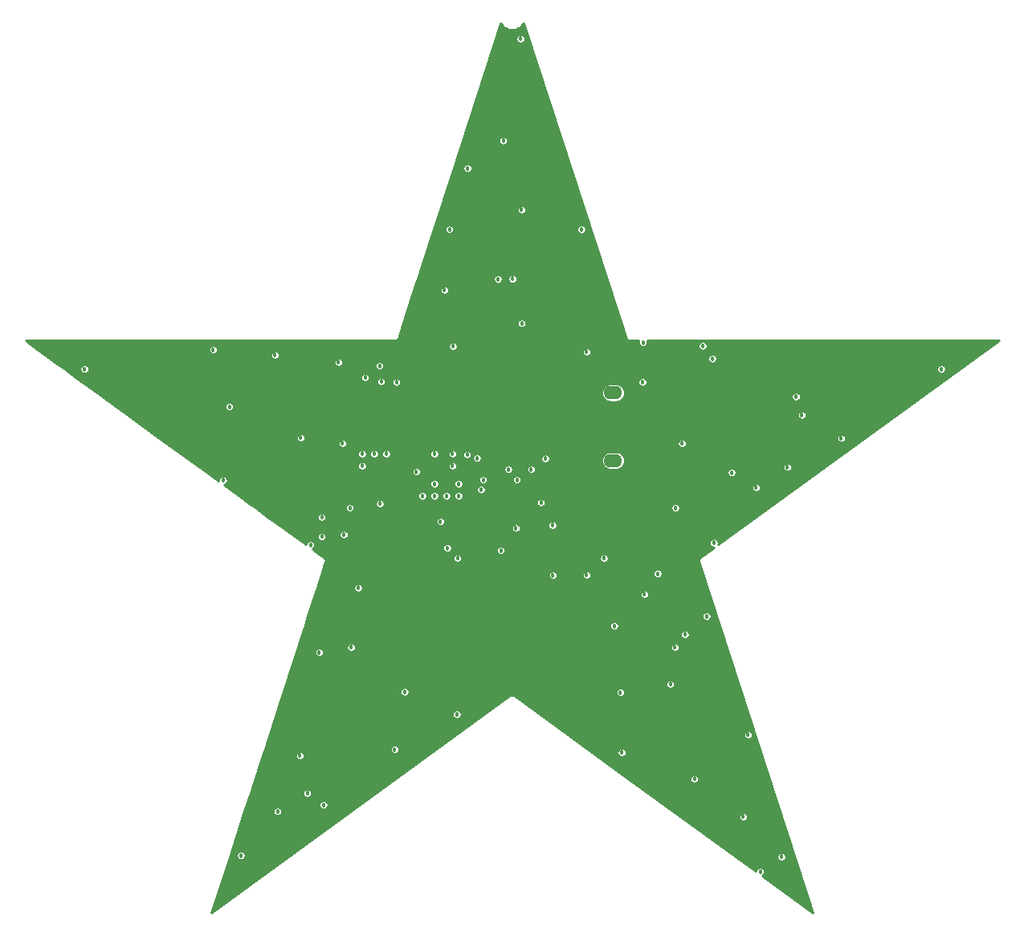
<source format=gbr>
G04 #@! TF.GenerationSoftware,KiCad,Pcbnew,(5.1.9)-1*
G04 #@! TF.CreationDate,2021-01-19T13:28:18-05:00*
G04 #@! TF.ProjectId,Star,53746172-2e6b-4696-9361-645f70636258,rev?*
G04 #@! TF.SameCoordinates,Original*
G04 #@! TF.FileFunction,Copper,L3,Inr*
G04 #@! TF.FilePolarity,Positive*
%FSLAX46Y46*%
G04 Gerber Fmt 4.6, Leading zero omitted, Abs format (unit mm)*
G04 Created by KiCad (PCBNEW (5.1.9)-1) date 2021-01-19 13:28:18*
%MOMM*%
%LPD*%
G01*
G04 APERTURE LIST*
G04 #@! TA.AperFunction,WasherPad*
%ADD10O,1.950000X1.400000*%
G04 #@! TD*
G04 #@! TA.AperFunction,ViaPad*
%ADD11C,0.457200*%
G04 #@! TD*
G04 #@! TA.AperFunction,Conductor*
%ADD12C,0.127000*%
G04 #@! TD*
G04 #@! TA.AperFunction,Conductor*
%ADD13C,0.254000*%
G04 #@! TD*
G04 #@! TA.AperFunction,Conductor*
%ADD14C,0.100000*%
G04 #@! TD*
G04 APERTURE END LIST*
D10*
X110640000Y-88825000D03*
X110640000Y-95975000D03*
D11*
X82250000Y-103780000D03*
X79930000Y-103990000D03*
X79930000Y-101930000D03*
X100390000Y-103100000D03*
X103050000Y-100400000D03*
X109670000Y-106270000D03*
X92440000Y-102400000D03*
X102000000Y-96900000D03*
X84180000Y-96525000D03*
X84180000Y-95255000D03*
X85450000Y-95255000D03*
X86720000Y-95255000D03*
X93705000Y-96525000D03*
X93705000Y-95255000D03*
X91800000Y-95255000D03*
X89895000Y-97160000D03*
X96724232Y-99036121D03*
X90530000Y-99700000D03*
X91800000Y-99700000D03*
X93070000Y-99700000D03*
X94340000Y-99700000D03*
X94340000Y-98430000D03*
X91800000Y-98430000D03*
X82260000Y-96230000D03*
X79960000Y-98120000D03*
X79960000Y-95950000D03*
X104250000Y-102000000D03*
X87990000Y-99700000D03*
X84180000Y-99700000D03*
X86720000Y-99700000D03*
X85450000Y-99700000D03*
X84180000Y-98430000D03*
X101300000Y-92550000D03*
X134690000Y-93620000D03*
X123140000Y-97240000D03*
X93380000Y-71570000D03*
X93760000Y-83910000D03*
X81690000Y-85610000D03*
X103500000Y-95750000D03*
X124850000Y-124900000D03*
X100880000Y-51480000D03*
X100984249Y-69502767D03*
X101001412Y-81503350D03*
X79660000Y-116190000D03*
X83763281Y-109396719D03*
X69530000Y-98060000D03*
X113930000Y-110080000D03*
X118210000Y-114310000D03*
X120500000Y-112400000D03*
X119200000Y-129550000D03*
X117150000Y-115650000D03*
X54910000Y-86330000D03*
X70190000Y-90280000D03*
X124360000Y-133540000D03*
X111400000Y-120420000D03*
X82880000Y-100960000D03*
X113790000Y-83520000D03*
X107850000Y-84510000D03*
X107300000Y-71600000D03*
X100500000Y-98000000D03*
X78400000Y-131050000D03*
X145230000Y-86330000D03*
X130530000Y-91170000D03*
X128390000Y-137750000D03*
X71410000Y-137620000D03*
X75270000Y-132980000D03*
X98800000Y-105460000D03*
X94170659Y-122740659D03*
X126165975Y-139314245D03*
X129920000Y-89220000D03*
X113739123Y-87690877D03*
X95290000Y-65150000D03*
X75000000Y-84840000D03*
X82099186Y-94150814D03*
X93155945Y-105194055D03*
X80110000Y-132300000D03*
X88670000Y-120370000D03*
X129010000Y-96670000D03*
X117900814Y-94159186D03*
X87800000Y-87700000D03*
X84500000Y-87210000D03*
X86181758Y-87621758D03*
X86021244Y-85971960D03*
X86050000Y-100500000D03*
X68470000Y-84280000D03*
X92860000Y-77980000D03*
X83020000Y-115670000D03*
X77620000Y-127090000D03*
X117210000Y-100960000D03*
X125699055Y-98819055D03*
X94235945Y-106256587D03*
X115340000Y-107890000D03*
X100030000Y-76810000D03*
X99060000Y-62220000D03*
X121260762Y-104638401D03*
X95250000Y-95350000D03*
X98500000Y-76850000D03*
X111550000Y-126750000D03*
X96950000Y-98000000D03*
X78750000Y-104850000D03*
X121100000Y-85230000D03*
X120090000Y-83880000D03*
X116670000Y-119540000D03*
X110760000Y-113400000D03*
X87610000Y-126430000D03*
X96300000Y-95700000D03*
X77700000Y-93550000D03*
X104285749Y-108065135D03*
X104250000Y-102800000D03*
X107850000Y-108050000D03*
X99600000Y-96900000D03*
D12*
X96550000Y-102000000D02*
X95750000Y-101200000D01*
X104250000Y-102000000D02*
X96550000Y-102000000D01*
X105111951Y-101138049D02*
X104250000Y-102000000D01*
D13*
X98779718Y-49822254D02*
X98930414Y-50047787D01*
X99122213Y-50239586D01*
X99347746Y-50390282D01*
X99598344Y-50494083D01*
X99864377Y-50547000D01*
X100135623Y-50547000D01*
X100401656Y-50494083D01*
X100652254Y-50390282D01*
X100877787Y-50239586D01*
X101069586Y-50047787D01*
X101220282Y-49822254D01*
X101220623Y-49821431D01*
X112033686Y-83101153D01*
X112042125Y-83128976D01*
X112051302Y-83146147D01*
X112059115Y-83164009D01*
X112066551Y-83174677D01*
X112072673Y-83186133D01*
X112085026Y-83201186D01*
X112096171Y-83217177D01*
X112105545Y-83226190D01*
X112113784Y-83236230D01*
X112128834Y-83248582D01*
X112142888Y-83262095D01*
X112153841Y-83269106D01*
X112163879Y-83277345D01*
X112181053Y-83286526D01*
X112197469Y-83297034D01*
X112209574Y-83301772D01*
X112221032Y-83307897D01*
X112239670Y-83313552D01*
X112257818Y-83320655D01*
X112270613Y-83322940D01*
X112283049Y-83326713D01*
X112302441Y-83328624D01*
X112321616Y-83332048D01*
X112350714Y-83331477D01*
X113345710Y-83331516D01*
X113325946Y-83379231D01*
X113307400Y-83472468D01*
X113307400Y-83567532D01*
X113325946Y-83660769D01*
X113362326Y-83748597D01*
X113415140Y-83827640D01*
X113482360Y-83894860D01*
X113561403Y-83947674D01*
X113649231Y-83984054D01*
X113742468Y-84002600D01*
X113837532Y-84002600D01*
X113930769Y-83984054D01*
X114018597Y-83947674D01*
X114097640Y-83894860D01*
X114160032Y-83832468D01*
X119607400Y-83832468D01*
X119607400Y-83927532D01*
X119625946Y-84020769D01*
X119662326Y-84108597D01*
X119715140Y-84187640D01*
X119782360Y-84254860D01*
X119861403Y-84307674D01*
X119949231Y-84344054D01*
X120042468Y-84362600D01*
X120137532Y-84362600D01*
X120230769Y-84344054D01*
X120318597Y-84307674D01*
X120397640Y-84254860D01*
X120464860Y-84187640D01*
X120517674Y-84108597D01*
X120554054Y-84020769D01*
X120572600Y-83927532D01*
X120572600Y-83832468D01*
X120554054Y-83739231D01*
X120517674Y-83651403D01*
X120464860Y-83572360D01*
X120397640Y-83505140D01*
X120318597Y-83452326D01*
X120230769Y-83415946D01*
X120137532Y-83397400D01*
X120042468Y-83397400D01*
X119949231Y-83415946D01*
X119861403Y-83452326D01*
X119782360Y-83505140D01*
X119715140Y-83572360D01*
X119662326Y-83651403D01*
X119625946Y-83739231D01*
X119607400Y-83832468D01*
X114160032Y-83832468D01*
X114164860Y-83827640D01*
X114217674Y-83748597D01*
X114254054Y-83660769D01*
X114272600Y-83567532D01*
X114272600Y-83472468D01*
X114254054Y-83379231D01*
X114234304Y-83331552D01*
X151295675Y-83333024D01*
X121701033Y-104836587D01*
X121724816Y-104779170D01*
X121743362Y-104685933D01*
X121743362Y-104590869D01*
X121724816Y-104497632D01*
X121688436Y-104409804D01*
X121635622Y-104330761D01*
X121568402Y-104263541D01*
X121489359Y-104210727D01*
X121401531Y-104174347D01*
X121308294Y-104155801D01*
X121213230Y-104155801D01*
X121119993Y-104174347D01*
X121032165Y-104210727D01*
X120953122Y-104263541D01*
X120885902Y-104330761D01*
X120833088Y-104409804D01*
X120796708Y-104497632D01*
X120778162Y-104590869D01*
X120778162Y-104685933D01*
X120796708Y-104779170D01*
X120833088Y-104866998D01*
X120885902Y-104946041D01*
X120953122Y-105013261D01*
X121032165Y-105066075D01*
X121119993Y-105102455D01*
X121213230Y-105121001D01*
X121308294Y-105121001D01*
X121310097Y-105120642D01*
X119789470Y-106225535D01*
X119765572Y-106242191D01*
X119752069Y-106256236D01*
X119737506Y-106269177D01*
X119729663Y-106279539D01*
X119720655Y-106288908D01*
X119710150Y-106305319D01*
X119698393Y-106320852D01*
X119692722Y-106332545D01*
X119685716Y-106343490D01*
X119678616Y-106361631D01*
X119670113Y-106379163D01*
X119666832Y-106391737D01*
X119662096Y-106403839D01*
X119658671Y-106423021D01*
X119653753Y-106441871D01*
X119652988Y-106454844D01*
X119650704Y-106467637D01*
X119651086Y-106487114D01*
X119649940Y-106506564D01*
X119651721Y-106519436D01*
X119651976Y-106532431D01*
X119656153Y-106551467D01*
X119658822Y-106570760D01*
X119668358Y-106598255D01*
X131702406Y-143634658D01*
X126362418Y-139755238D01*
X126394572Y-139741919D01*
X126473615Y-139689105D01*
X126540835Y-139621885D01*
X126593649Y-139542842D01*
X126630029Y-139455014D01*
X126648575Y-139361777D01*
X126648575Y-139266713D01*
X126630029Y-139173476D01*
X126593649Y-139085648D01*
X126540835Y-139006605D01*
X126473615Y-138939385D01*
X126394572Y-138886571D01*
X126306744Y-138850191D01*
X126213507Y-138831645D01*
X126118443Y-138831645D01*
X126025206Y-138850191D01*
X125937378Y-138886571D01*
X125858335Y-138939385D01*
X125791115Y-139006605D01*
X125738301Y-139085648D01*
X125701921Y-139173476D01*
X125684207Y-139262529D01*
X123536797Y-137702468D01*
X127907400Y-137702468D01*
X127907400Y-137797532D01*
X127925946Y-137890769D01*
X127962326Y-137978597D01*
X128015140Y-138057640D01*
X128082360Y-138124860D01*
X128161403Y-138177674D01*
X128249231Y-138214054D01*
X128342468Y-138232600D01*
X128437532Y-138232600D01*
X128530769Y-138214054D01*
X128618597Y-138177674D01*
X128697640Y-138124860D01*
X128764860Y-138057640D01*
X128817674Y-137978597D01*
X128854054Y-137890769D01*
X128872600Y-137797532D01*
X128872600Y-137702468D01*
X128854054Y-137609231D01*
X128817674Y-137521403D01*
X128764860Y-137442360D01*
X128697640Y-137375140D01*
X128618597Y-137322326D01*
X128530769Y-137285946D01*
X128437532Y-137267400D01*
X128342468Y-137267400D01*
X128249231Y-137285946D01*
X128161403Y-137322326D01*
X128082360Y-137375140D01*
X128015140Y-137442360D01*
X127962326Y-137521403D01*
X127925946Y-137609231D01*
X127907400Y-137702468D01*
X123536797Y-137702468D01*
X117741768Y-133492468D01*
X123877400Y-133492468D01*
X123877400Y-133587532D01*
X123895946Y-133680769D01*
X123932326Y-133768597D01*
X123985140Y-133847640D01*
X124052360Y-133914860D01*
X124131403Y-133967674D01*
X124219231Y-134004054D01*
X124312468Y-134022600D01*
X124407532Y-134022600D01*
X124500769Y-134004054D01*
X124588597Y-133967674D01*
X124667640Y-133914860D01*
X124734860Y-133847640D01*
X124787674Y-133768597D01*
X124824054Y-133680769D01*
X124842600Y-133587532D01*
X124842600Y-133492468D01*
X124824054Y-133399231D01*
X124787674Y-133311403D01*
X124734860Y-133232360D01*
X124667640Y-133165140D01*
X124588597Y-133112326D01*
X124500769Y-133075946D01*
X124407532Y-133057400D01*
X124312468Y-133057400D01*
X124219231Y-133075946D01*
X124131403Y-133112326D01*
X124052360Y-133165140D01*
X123985140Y-133232360D01*
X123932326Y-133311403D01*
X123895946Y-133399231D01*
X123877400Y-133492468D01*
X117741768Y-133492468D01*
X112249567Y-129502468D01*
X118717400Y-129502468D01*
X118717400Y-129597532D01*
X118735946Y-129690769D01*
X118772326Y-129778597D01*
X118825140Y-129857640D01*
X118892360Y-129924860D01*
X118971403Y-129977674D01*
X119059231Y-130014054D01*
X119152468Y-130032600D01*
X119247532Y-130032600D01*
X119340769Y-130014054D01*
X119428597Y-129977674D01*
X119507640Y-129924860D01*
X119574860Y-129857640D01*
X119627674Y-129778597D01*
X119664054Y-129690769D01*
X119682600Y-129597532D01*
X119682600Y-129502468D01*
X119664054Y-129409231D01*
X119627674Y-129321403D01*
X119574860Y-129242360D01*
X119507640Y-129175140D01*
X119428597Y-129122326D01*
X119340769Y-129085946D01*
X119247532Y-129067400D01*
X119152468Y-129067400D01*
X119059231Y-129085946D01*
X118971403Y-129122326D01*
X118892360Y-129175140D01*
X118825140Y-129242360D01*
X118772326Y-129321403D01*
X118735946Y-129409231D01*
X118717400Y-129502468D01*
X112249567Y-129502468D01*
X108395391Y-126702468D01*
X111067400Y-126702468D01*
X111067400Y-126797532D01*
X111085946Y-126890769D01*
X111122326Y-126978597D01*
X111175140Y-127057640D01*
X111242360Y-127124860D01*
X111321403Y-127177674D01*
X111409231Y-127214054D01*
X111502468Y-127232600D01*
X111597532Y-127232600D01*
X111690769Y-127214054D01*
X111778597Y-127177674D01*
X111857640Y-127124860D01*
X111924860Y-127057640D01*
X111977674Y-126978597D01*
X112014054Y-126890769D01*
X112032600Y-126797532D01*
X112032600Y-126702468D01*
X112014054Y-126609231D01*
X111977674Y-126521403D01*
X111924860Y-126442360D01*
X111857640Y-126375140D01*
X111778597Y-126322326D01*
X111690769Y-126285946D01*
X111597532Y-126267400D01*
X111502468Y-126267400D01*
X111409231Y-126285946D01*
X111321403Y-126322326D01*
X111242360Y-126375140D01*
X111175140Y-126442360D01*
X111122326Y-126521403D01*
X111085946Y-126609231D01*
X111067400Y-126702468D01*
X108395391Y-126702468D01*
X105848882Y-124852468D01*
X124367400Y-124852468D01*
X124367400Y-124947532D01*
X124385946Y-125040769D01*
X124422326Y-125128597D01*
X124475140Y-125207640D01*
X124542360Y-125274860D01*
X124621403Y-125327674D01*
X124709231Y-125364054D01*
X124802468Y-125382600D01*
X124897532Y-125382600D01*
X124990769Y-125364054D01*
X125078597Y-125327674D01*
X125157640Y-125274860D01*
X125224860Y-125207640D01*
X125277674Y-125128597D01*
X125314054Y-125040769D01*
X125332600Y-124947532D01*
X125332600Y-124852468D01*
X125314054Y-124759231D01*
X125277674Y-124671403D01*
X125224860Y-124592360D01*
X125157640Y-124525140D01*
X125078597Y-124472326D01*
X124990769Y-124435946D01*
X124897532Y-124417400D01*
X124802468Y-124417400D01*
X124709231Y-124435946D01*
X124621403Y-124472326D01*
X124542360Y-124525140D01*
X124475140Y-124592360D01*
X124422326Y-124671403D01*
X124385946Y-124759231D01*
X124367400Y-124852468D01*
X105848882Y-124852468D01*
X100195957Y-120745705D01*
X100172743Y-120728132D01*
X100155213Y-120719628D01*
X100138393Y-120709771D01*
X100126120Y-120705516D01*
X100114434Y-120699847D01*
X100095575Y-120694925D01*
X100077162Y-120688541D01*
X100064295Y-120686762D01*
X100051728Y-120683482D01*
X100032273Y-120682334D01*
X100012965Y-120679664D01*
X100000000Y-120680429D01*
X99987034Y-120679664D01*
X99967726Y-120682334D01*
X99948272Y-120683482D01*
X99935706Y-120686762D01*
X99922837Y-120688541D01*
X99904421Y-120694926D01*
X99885566Y-120699847D01*
X99873883Y-120705514D01*
X99861606Y-120709771D01*
X99844784Y-120719630D01*
X99827257Y-120728132D01*
X99804069Y-120745686D01*
X68297592Y-143634660D01*
X70267349Y-137572468D01*
X70927400Y-137572468D01*
X70927400Y-137667532D01*
X70945946Y-137760769D01*
X70982326Y-137848597D01*
X71035140Y-137927640D01*
X71102360Y-137994860D01*
X71181403Y-138047674D01*
X71269231Y-138084054D01*
X71362468Y-138102600D01*
X71457532Y-138102600D01*
X71550769Y-138084054D01*
X71638597Y-138047674D01*
X71717640Y-137994860D01*
X71784860Y-137927640D01*
X71837674Y-137848597D01*
X71874054Y-137760769D01*
X71892600Y-137667532D01*
X71892600Y-137572468D01*
X71874054Y-137479231D01*
X71837674Y-137391403D01*
X71784860Y-137312360D01*
X71717640Y-137245140D01*
X71638597Y-137192326D01*
X71550769Y-137155946D01*
X71457532Y-137137400D01*
X71362468Y-137137400D01*
X71269231Y-137155946D01*
X71181403Y-137192326D01*
X71102360Y-137245140D01*
X71035140Y-137312360D01*
X70982326Y-137391403D01*
X70945946Y-137479231D01*
X70927400Y-137572468D01*
X70267349Y-137572468D01*
X71775000Y-132932468D01*
X74787400Y-132932468D01*
X74787400Y-133027532D01*
X74805946Y-133120769D01*
X74842326Y-133208597D01*
X74895140Y-133287640D01*
X74962360Y-133354860D01*
X75041403Y-133407674D01*
X75129231Y-133444054D01*
X75222468Y-133462600D01*
X75317532Y-133462600D01*
X75410769Y-133444054D01*
X75498597Y-133407674D01*
X75577640Y-133354860D01*
X75644860Y-133287640D01*
X75697674Y-133208597D01*
X75734054Y-133120769D01*
X75752600Y-133027532D01*
X75752600Y-132932468D01*
X75734054Y-132839231D01*
X75697674Y-132751403D01*
X75644860Y-132672360D01*
X75577640Y-132605140D01*
X75498597Y-132552326D01*
X75410769Y-132515946D01*
X75317532Y-132497400D01*
X75222468Y-132497400D01*
X75129231Y-132515946D01*
X75041403Y-132552326D01*
X74962360Y-132605140D01*
X74895140Y-132672360D01*
X74842326Y-132751403D01*
X74805946Y-132839231D01*
X74787400Y-132932468D01*
X71775000Y-132932468D01*
X71995948Y-132252468D01*
X79627400Y-132252468D01*
X79627400Y-132347532D01*
X79645946Y-132440769D01*
X79682326Y-132528597D01*
X79735140Y-132607640D01*
X79802360Y-132674860D01*
X79881403Y-132727674D01*
X79969231Y-132764054D01*
X80062468Y-132782600D01*
X80157532Y-132782600D01*
X80250769Y-132764054D01*
X80338597Y-132727674D01*
X80417640Y-132674860D01*
X80484860Y-132607640D01*
X80537674Y-132528597D01*
X80574054Y-132440769D01*
X80592600Y-132347532D01*
X80592600Y-132252468D01*
X80574054Y-132159231D01*
X80537674Y-132071403D01*
X80484860Y-131992360D01*
X80417640Y-131925140D01*
X80338597Y-131872326D01*
X80250769Y-131835946D01*
X80157532Y-131817400D01*
X80062468Y-131817400D01*
X79969231Y-131835946D01*
X79881403Y-131872326D01*
X79802360Y-131925140D01*
X79735140Y-131992360D01*
X79682326Y-132071403D01*
X79645946Y-132159231D01*
X79627400Y-132252468D01*
X71995948Y-132252468D01*
X72402104Y-131002468D01*
X77917400Y-131002468D01*
X77917400Y-131097532D01*
X77935946Y-131190769D01*
X77972326Y-131278597D01*
X78025140Y-131357640D01*
X78092360Y-131424860D01*
X78171403Y-131477674D01*
X78259231Y-131514054D01*
X78352468Y-131532600D01*
X78447532Y-131532600D01*
X78540769Y-131514054D01*
X78628597Y-131477674D01*
X78707640Y-131424860D01*
X78774860Y-131357640D01*
X78827674Y-131278597D01*
X78864054Y-131190769D01*
X78882600Y-131097532D01*
X78882600Y-131002468D01*
X78864054Y-130909231D01*
X78827674Y-130821403D01*
X78774860Y-130742360D01*
X78707640Y-130675140D01*
X78628597Y-130622326D01*
X78540769Y-130585946D01*
X78447532Y-130567400D01*
X78352468Y-130567400D01*
X78259231Y-130585946D01*
X78171403Y-130622326D01*
X78092360Y-130675140D01*
X78025140Y-130742360D01*
X77972326Y-130821403D01*
X77935946Y-130909231D01*
X77917400Y-131002468D01*
X72402104Y-131002468D01*
X73688807Y-127042468D01*
X77137400Y-127042468D01*
X77137400Y-127137532D01*
X77155946Y-127230769D01*
X77192326Y-127318597D01*
X77245140Y-127397640D01*
X77312360Y-127464860D01*
X77391403Y-127517674D01*
X77479231Y-127554054D01*
X77572468Y-127572600D01*
X77667532Y-127572600D01*
X77760769Y-127554054D01*
X77848597Y-127517674D01*
X77927640Y-127464860D01*
X77994860Y-127397640D01*
X78047674Y-127318597D01*
X78084054Y-127230769D01*
X78102600Y-127137532D01*
X78102600Y-127042468D01*
X78084054Y-126949231D01*
X78047674Y-126861403D01*
X77994860Y-126782360D01*
X77927640Y-126715140D01*
X77848597Y-126662326D01*
X77760769Y-126625946D01*
X77667532Y-126607400D01*
X77572468Y-126607400D01*
X77479231Y-126625946D01*
X77391403Y-126662326D01*
X77312360Y-126715140D01*
X77245140Y-126782360D01*
X77192326Y-126861403D01*
X77155946Y-126949231D01*
X77137400Y-127042468D01*
X73688807Y-127042468D01*
X73903257Y-126382468D01*
X87127400Y-126382468D01*
X87127400Y-126477532D01*
X87145946Y-126570769D01*
X87182326Y-126658597D01*
X87235140Y-126737640D01*
X87302360Y-126804860D01*
X87381403Y-126857674D01*
X87469231Y-126894054D01*
X87562468Y-126912600D01*
X87657532Y-126912600D01*
X87750769Y-126894054D01*
X87838597Y-126857674D01*
X87917640Y-126804860D01*
X87984860Y-126737640D01*
X88037674Y-126658597D01*
X88074054Y-126570769D01*
X88092600Y-126477532D01*
X88092600Y-126382468D01*
X88074054Y-126289231D01*
X88037674Y-126201403D01*
X87984860Y-126122360D01*
X87917640Y-126055140D01*
X87838597Y-126002326D01*
X87750769Y-125965946D01*
X87657532Y-125947400D01*
X87562468Y-125947400D01*
X87469231Y-125965946D01*
X87381403Y-126002326D01*
X87302360Y-126055140D01*
X87235140Y-126122360D01*
X87182326Y-126201403D01*
X87145946Y-126289231D01*
X87127400Y-126382468D01*
X73903257Y-126382468D01*
X75102015Y-122693127D01*
X93688059Y-122693127D01*
X93688059Y-122788191D01*
X93706605Y-122881428D01*
X93742985Y-122969256D01*
X93795799Y-123048299D01*
X93863019Y-123115519D01*
X93942062Y-123168333D01*
X94029890Y-123204713D01*
X94123127Y-123223259D01*
X94218191Y-123223259D01*
X94311428Y-123204713D01*
X94399256Y-123168333D01*
X94478299Y-123115519D01*
X94545519Y-123048299D01*
X94598333Y-122969256D01*
X94634713Y-122881428D01*
X94653259Y-122788191D01*
X94653259Y-122693127D01*
X94634713Y-122599890D01*
X94598333Y-122512062D01*
X94545519Y-122433019D01*
X94478299Y-122365799D01*
X94399256Y-122312985D01*
X94311428Y-122276605D01*
X94218191Y-122258059D01*
X94123127Y-122258059D01*
X94029890Y-122276605D01*
X93942062Y-122312985D01*
X93863019Y-122365799D01*
X93795799Y-122433019D01*
X93742985Y-122512062D01*
X93706605Y-122599890D01*
X93688059Y-122693127D01*
X75102015Y-122693127D01*
X75872302Y-120322468D01*
X88187400Y-120322468D01*
X88187400Y-120417532D01*
X88205946Y-120510769D01*
X88242326Y-120598597D01*
X88295140Y-120677640D01*
X88362360Y-120744860D01*
X88441403Y-120797674D01*
X88529231Y-120834054D01*
X88622468Y-120852600D01*
X88717532Y-120852600D01*
X88810769Y-120834054D01*
X88898597Y-120797674D01*
X88977640Y-120744860D01*
X89044860Y-120677640D01*
X89097674Y-120598597D01*
X89134054Y-120510769D01*
X89152600Y-120417532D01*
X89152600Y-120372468D01*
X110917400Y-120372468D01*
X110917400Y-120467532D01*
X110935946Y-120560769D01*
X110972326Y-120648597D01*
X111025140Y-120727640D01*
X111092360Y-120794860D01*
X111171403Y-120847674D01*
X111259231Y-120884054D01*
X111352468Y-120902600D01*
X111447532Y-120902600D01*
X111540769Y-120884054D01*
X111628597Y-120847674D01*
X111707640Y-120794860D01*
X111774860Y-120727640D01*
X111827674Y-120648597D01*
X111864054Y-120560769D01*
X111882600Y-120467532D01*
X111882600Y-120372468D01*
X111864054Y-120279231D01*
X111827674Y-120191403D01*
X111774860Y-120112360D01*
X111707640Y-120045140D01*
X111628597Y-119992326D01*
X111540769Y-119955946D01*
X111447532Y-119937400D01*
X111352468Y-119937400D01*
X111259231Y-119955946D01*
X111171403Y-119992326D01*
X111092360Y-120045140D01*
X111025140Y-120112360D01*
X110972326Y-120191403D01*
X110935946Y-120279231D01*
X110917400Y-120372468D01*
X89152600Y-120372468D01*
X89152600Y-120322468D01*
X89134054Y-120229231D01*
X89097674Y-120141403D01*
X89044860Y-120062360D01*
X88977640Y-119995140D01*
X88898597Y-119942326D01*
X88810769Y-119905946D01*
X88717532Y-119887400D01*
X88622468Y-119887400D01*
X88529231Y-119905946D01*
X88441403Y-119942326D01*
X88362360Y-119995140D01*
X88295140Y-120062360D01*
X88242326Y-120141403D01*
X88205946Y-120229231D01*
X88187400Y-120322468D01*
X75872302Y-120322468D01*
X76141989Y-119492468D01*
X116187400Y-119492468D01*
X116187400Y-119587532D01*
X116205946Y-119680769D01*
X116242326Y-119768597D01*
X116295140Y-119847640D01*
X116362360Y-119914860D01*
X116441403Y-119967674D01*
X116529231Y-120004054D01*
X116622468Y-120022600D01*
X116717532Y-120022600D01*
X116810769Y-120004054D01*
X116898597Y-119967674D01*
X116977640Y-119914860D01*
X117044860Y-119847640D01*
X117097674Y-119768597D01*
X117134054Y-119680769D01*
X117152600Y-119587532D01*
X117152600Y-119492468D01*
X117134054Y-119399231D01*
X117097674Y-119311403D01*
X117044860Y-119232360D01*
X116977640Y-119165140D01*
X116898597Y-119112326D01*
X116810769Y-119075946D01*
X116717532Y-119057400D01*
X116622468Y-119057400D01*
X116529231Y-119075946D01*
X116441403Y-119112326D01*
X116362360Y-119165140D01*
X116295140Y-119232360D01*
X116242326Y-119311403D01*
X116205946Y-119399231D01*
X116187400Y-119492468D01*
X76141989Y-119492468D01*
X77230489Y-116142468D01*
X79177400Y-116142468D01*
X79177400Y-116237532D01*
X79195946Y-116330769D01*
X79232326Y-116418597D01*
X79285140Y-116497640D01*
X79352360Y-116564860D01*
X79431403Y-116617674D01*
X79519231Y-116654054D01*
X79612468Y-116672600D01*
X79707532Y-116672600D01*
X79800769Y-116654054D01*
X79888597Y-116617674D01*
X79967640Y-116564860D01*
X80034860Y-116497640D01*
X80087674Y-116418597D01*
X80124054Y-116330769D01*
X80142600Y-116237532D01*
X80142600Y-116142468D01*
X80124054Y-116049231D01*
X80087674Y-115961403D01*
X80034860Y-115882360D01*
X79967640Y-115815140D01*
X79888597Y-115762326D01*
X79800769Y-115725946D01*
X79707532Y-115707400D01*
X79612468Y-115707400D01*
X79519231Y-115725946D01*
X79431403Y-115762326D01*
X79352360Y-115815140D01*
X79285140Y-115882360D01*
X79232326Y-115961403D01*
X79195946Y-116049231D01*
X79177400Y-116142468D01*
X77230489Y-116142468D01*
X77399449Y-115622468D01*
X82537400Y-115622468D01*
X82537400Y-115717532D01*
X82555946Y-115810769D01*
X82592326Y-115898597D01*
X82645140Y-115977640D01*
X82712360Y-116044860D01*
X82791403Y-116097674D01*
X82879231Y-116134054D01*
X82972468Y-116152600D01*
X83067532Y-116152600D01*
X83160769Y-116134054D01*
X83248597Y-116097674D01*
X83327640Y-116044860D01*
X83394860Y-115977640D01*
X83447674Y-115898597D01*
X83484054Y-115810769D01*
X83502600Y-115717532D01*
X83502600Y-115622468D01*
X83498622Y-115602468D01*
X116667400Y-115602468D01*
X116667400Y-115697532D01*
X116685946Y-115790769D01*
X116722326Y-115878597D01*
X116775140Y-115957640D01*
X116842360Y-116024860D01*
X116921403Y-116077674D01*
X117009231Y-116114054D01*
X117102468Y-116132600D01*
X117197532Y-116132600D01*
X117290769Y-116114054D01*
X117378597Y-116077674D01*
X117457640Y-116024860D01*
X117524860Y-115957640D01*
X117577674Y-115878597D01*
X117614054Y-115790769D01*
X117632600Y-115697532D01*
X117632600Y-115602468D01*
X117614054Y-115509231D01*
X117577674Y-115421403D01*
X117524860Y-115342360D01*
X117457640Y-115275140D01*
X117378597Y-115222326D01*
X117290769Y-115185946D01*
X117197532Y-115167400D01*
X117102468Y-115167400D01*
X117009231Y-115185946D01*
X116921403Y-115222326D01*
X116842360Y-115275140D01*
X116775140Y-115342360D01*
X116722326Y-115421403D01*
X116685946Y-115509231D01*
X116667400Y-115602468D01*
X83498622Y-115602468D01*
X83484054Y-115529231D01*
X83447674Y-115441403D01*
X83394860Y-115362360D01*
X83327640Y-115295140D01*
X83248597Y-115242326D01*
X83160769Y-115205946D01*
X83067532Y-115187400D01*
X82972468Y-115187400D01*
X82879231Y-115205946D01*
X82791403Y-115242326D01*
X82712360Y-115295140D01*
X82645140Y-115362360D01*
X82592326Y-115441403D01*
X82555946Y-115529231D01*
X82537400Y-115622468D01*
X77399449Y-115622468D01*
X77841346Y-114262468D01*
X117727400Y-114262468D01*
X117727400Y-114357532D01*
X117745946Y-114450769D01*
X117782326Y-114538597D01*
X117835140Y-114617640D01*
X117902360Y-114684860D01*
X117981403Y-114737674D01*
X118069231Y-114774054D01*
X118162468Y-114792600D01*
X118257532Y-114792600D01*
X118350769Y-114774054D01*
X118438597Y-114737674D01*
X118517640Y-114684860D01*
X118584860Y-114617640D01*
X118637674Y-114538597D01*
X118674054Y-114450769D01*
X118692600Y-114357532D01*
X118692600Y-114262468D01*
X118674054Y-114169231D01*
X118637674Y-114081403D01*
X118584860Y-114002360D01*
X118517640Y-113935140D01*
X118438597Y-113882326D01*
X118350769Y-113845946D01*
X118257532Y-113827400D01*
X118162468Y-113827400D01*
X118069231Y-113845946D01*
X117981403Y-113882326D01*
X117902360Y-113935140D01*
X117835140Y-114002360D01*
X117782326Y-114081403D01*
X117745946Y-114169231D01*
X117727400Y-114262468D01*
X77841346Y-114262468D01*
X78137028Y-113352468D01*
X110277400Y-113352468D01*
X110277400Y-113447532D01*
X110295946Y-113540769D01*
X110332326Y-113628597D01*
X110385140Y-113707640D01*
X110452360Y-113774860D01*
X110531403Y-113827674D01*
X110619231Y-113864054D01*
X110712468Y-113882600D01*
X110807532Y-113882600D01*
X110900769Y-113864054D01*
X110988597Y-113827674D01*
X111067640Y-113774860D01*
X111134860Y-113707640D01*
X111187674Y-113628597D01*
X111224054Y-113540769D01*
X111242600Y-113447532D01*
X111242600Y-113352468D01*
X111224054Y-113259231D01*
X111187674Y-113171403D01*
X111134860Y-113092360D01*
X111067640Y-113025140D01*
X110988597Y-112972326D01*
X110900769Y-112935946D01*
X110807532Y-112917400D01*
X110712468Y-112917400D01*
X110619231Y-112935946D01*
X110531403Y-112972326D01*
X110452360Y-113025140D01*
X110385140Y-113092360D01*
X110332326Y-113171403D01*
X110295946Y-113259231D01*
X110277400Y-113352468D01*
X78137028Y-113352468D01*
X78461953Y-112352468D01*
X120017400Y-112352468D01*
X120017400Y-112447532D01*
X120035946Y-112540769D01*
X120072326Y-112628597D01*
X120125140Y-112707640D01*
X120192360Y-112774860D01*
X120271403Y-112827674D01*
X120359231Y-112864054D01*
X120452468Y-112882600D01*
X120547532Y-112882600D01*
X120640769Y-112864054D01*
X120728597Y-112827674D01*
X120807640Y-112774860D01*
X120874860Y-112707640D01*
X120927674Y-112628597D01*
X120964054Y-112540769D01*
X120982600Y-112447532D01*
X120982600Y-112352468D01*
X120964054Y-112259231D01*
X120927674Y-112171403D01*
X120874860Y-112092360D01*
X120807640Y-112025140D01*
X120728597Y-111972326D01*
X120640769Y-111935946D01*
X120547532Y-111917400D01*
X120452468Y-111917400D01*
X120359231Y-111935946D01*
X120271403Y-111972326D01*
X120192360Y-112025140D01*
X120125140Y-112092360D01*
X120072326Y-112171403D01*
X120035946Y-112259231D01*
X120017400Y-112352468D01*
X78461953Y-112352468D01*
X79215779Y-110032468D01*
X113447400Y-110032468D01*
X113447400Y-110127532D01*
X113465946Y-110220769D01*
X113502326Y-110308597D01*
X113555140Y-110387640D01*
X113622360Y-110454860D01*
X113701403Y-110507674D01*
X113789231Y-110544054D01*
X113882468Y-110562600D01*
X113977532Y-110562600D01*
X114070769Y-110544054D01*
X114158597Y-110507674D01*
X114237640Y-110454860D01*
X114304860Y-110387640D01*
X114357674Y-110308597D01*
X114394054Y-110220769D01*
X114412600Y-110127532D01*
X114412600Y-110032468D01*
X114394054Y-109939231D01*
X114357674Y-109851403D01*
X114304860Y-109772360D01*
X114237640Y-109705140D01*
X114158597Y-109652326D01*
X114070769Y-109615946D01*
X113977532Y-109597400D01*
X113882468Y-109597400D01*
X113789231Y-109615946D01*
X113701403Y-109652326D01*
X113622360Y-109705140D01*
X113555140Y-109772360D01*
X113502326Y-109851403D01*
X113465946Y-109939231D01*
X113447400Y-110032468D01*
X79215779Y-110032468D01*
X79437795Y-109349187D01*
X83280681Y-109349187D01*
X83280681Y-109444251D01*
X83299227Y-109537488D01*
X83335607Y-109625316D01*
X83388421Y-109704359D01*
X83455641Y-109771579D01*
X83534684Y-109824393D01*
X83622512Y-109860773D01*
X83715749Y-109879319D01*
X83810813Y-109879319D01*
X83904050Y-109860773D01*
X83991878Y-109824393D01*
X84070921Y-109771579D01*
X84138141Y-109704359D01*
X84190955Y-109625316D01*
X84227335Y-109537488D01*
X84245881Y-109444251D01*
X84245881Y-109349187D01*
X84227335Y-109255950D01*
X84190955Y-109168122D01*
X84138141Y-109089079D01*
X84070921Y-109021859D01*
X83991878Y-108969045D01*
X83904050Y-108932665D01*
X83810813Y-108914119D01*
X83715749Y-108914119D01*
X83622512Y-108932665D01*
X83534684Y-108969045D01*
X83455641Y-109021859D01*
X83388421Y-109089079D01*
X83335607Y-109168122D01*
X83299227Y-109255950D01*
X83280681Y-109349187D01*
X79437795Y-109349187D01*
X79870460Y-108017603D01*
X103803149Y-108017603D01*
X103803149Y-108112667D01*
X103821695Y-108205904D01*
X103858075Y-108293732D01*
X103910889Y-108372775D01*
X103978109Y-108439995D01*
X104057152Y-108492809D01*
X104144980Y-108529189D01*
X104238217Y-108547735D01*
X104333281Y-108547735D01*
X104426518Y-108529189D01*
X104514346Y-108492809D01*
X104593389Y-108439995D01*
X104660609Y-108372775D01*
X104713423Y-108293732D01*
X104749803Y-108205904D01*
X104768349Y-108112667D01*
X104768349Y-108017603D01*
X104765339Y-108002468D01*
X107367400Y-108002468D01*
X107367400Y-108097532D01*
X107385946Y-108190769D01*
X107422326Y-108278597D01*
X107475140Y-108357640D01*
X107542360Y-108424860D01*
X107621403Y-108477674D01*
X107709231Y-108514054D01*
X107802468Y-108532600D01*
X107897532Y-108532600D01*
X107990769Y-108514054D01*
X108078597Y-108477674D01*
X108157640Y-108424860D01*
X108224860Y-108357640D01*
X108277674Y-108278597D01*
X108314054Y-108190769D01*
X108332600Y-108097532D01*
X108332600Y-108002468D01*
X108314054Y-107909231D01*
X108286400Y-107842468D01*
X114857400Y-107842468D01*
X114857400Y-107937532D01*
X114875946Y-108030769D01*
X114912326Y-108118597D01*
X114965140Y-108197640D01*
X115032360Y-108264860D01*
X115111403Y-108317674D01*
X115199231Y-108354054D01*
X115292468Y-108372600D01*
X115387532Y-108372600D01*
X115480769Y-108354054D01*
X115568597Y-108317674D01*
X115647640Y-108264860D01*
X115714860Y-108197640D01*
X115767674Y-108118597D01*
X115804054Y-108030769D01*
X115822600Y-107937532D01*
X115822600Y-107842468D01*
X115804054Y-107749231D01*
X115767674Y-107661403D01*
X115714860Y-107582360D01*
X115647640Y-107515140D01*
X115568597Y-107462326D01*
X115480769Y-107425946D01*
X115387532Y-107407400D01*
X115292468Y-107407400D01*
X115199231Y-107425946D01*
X115111403Y-107462326D01*
X115032360Y-107515140D01*
X114965140Y-107582360D01*
X114912326Y-107661403D01*
X114875946Y-107749231D01*
X114857400Y-107842468D01*
X108286400Y-107842468D01*
X108277674Y-107821403D01*
X108224860Y-107742360D01*
X108157640Y-107675140D01*
X108078597Y-107622326D01*
X107990769Y-107585946D01*
X107897532Y-107567400D01*
X107802468Y-107567400D01*
X107709231Y-107585946D01*
X107621403Y-107622326D01*
X107542360Y-107675140D01*
X107475140Y-107742360D01*
X107422326Y-107821403D01*
X107385946Y-107909231D01*
X107367400Y-108002468D01*
X104765339Y-108002468D01*
X104749803Y-107924366D01*
X104713423Y-107836538D01*
X104660609Y-107757495D01*
X104593389Y-107690275D01*
X104514346Y-107637461D01*
X104426518Y-107601081D01*
X104333281Y-107582535D01*
X104238217Y-107582535D01*
X104144980Y-107601081D01*
X104057152Y-107637461D01*
X103978109Y-107690275D01*
X103910889Y-107757495D01*
X103858075Y-107836538D01*
X103821695Y-107924366D01*
X103803149Y-108017603D01*
X79870460Y-108017603D01*
X80331632Y-106598286D01*
X80341178Y-106570760D01*
X80343848Y-106551465D01*
X80348024Y-106532432D01*
X80348279Y-106519435D01*
X80350060Y-106506564D01*
X80348914Y-106487114D01*
X80349296Y-106467637D01*
X80347012Y-106454844D01*
X80346247Y-106441870D01*
X80341329Y-106423018D01*
X80337904Y-106403839D01*
X80333168Y-106391739D01*
X80329887Y-106379162D01*
X80321382Y-106361626D01*
X80314284Y-106343490D01*
X80307281Y-106332551D01*
X80301607Y-106320851D01*
X80289840Y-106305305D01*
X80279344Y-106288909D01*
X80270345Y-106279550D01*
X80262494Y-106269177D01*
X80247915Y-106256221D01*
X80234427Y-106242192D01*
X80210596Y-106225582D01*
X80187851Y-106209055D01*
X93753345Y-106209055D01*
X93753345Y-106304119D01*
X93771891Y-106397356D01*
X93808271Y-106485184D01*
X93861085Y-106564227D01*
X93928305Y-106631447D01*
X94007348Y-106684261D01*
X94095176Y-106720641D01*
X94188413Y-106739187D01*
X94283477Y-106739187D01*
X94376714Y-106720641D01*
X94464542Y-106684261D01*
X94543585Y-106631447D01*
X94610805Y-106564227D01*
X94663619Y-106485184D01*
X94699999Y-106397356D01*
X94718545Y-106304119D01*
X94718545Y-106222468D01*
X109187400Y-106222468D01*
X109187400Y-106317532D01*
X109205946Y-106410769D01*
X109242326Y-106498597D01*
X109295140Y-106577640D01*
X109362360Y-106644860D01*
X109441403Y-106697674D01*
X109529231Y-106734054D01*
X109622468Y-106752600D01*
X109717532Y-106752600D01*
X109810769Y-106734054D01*
X109898597Y-106697674D01*
X109977640Y-106644860D01*
X110044860Y-106577640D01*
X110097674Y-106498597D01*
X110134054Y-106410769D01*
X110152600Y-106317532D01*
X110152600Y-106222468D01*
X110134054Y-106129231D01*
X110097674Y-106041403D01*
X110044860Y-105962360D01*
X109977640Y-105895140D01*
X109898597Y-105842326D01*
X109810769Y-105805946D01*
X109717532Y-105787400D01*
X109622468Y-105787400D01*
X109529231Y-105805946D01*
X109441403Y-105842326D01*
X109362360Y-105895140D01*
X109295140Y-105962360D01*
X109242326Y-106041403D01*
X109205946Y-106129231D01*
X109187400Y-106222468D01*
X94718545Y-106222468D01*
X94718545Y-106209055D01*
X94699999Y-106115818D01*
X94663619Y-106027990D01*
X94610805Y-105948947D01*
X94543585Y-105881727D01*
X94464542Y-105828913D01*
X94376714Y-105792533D01*
X94283477Y-105773987D01*
X94188413Y-105773987D01*
X94095176Y-105792533D01*
X94007348Y-105828913D01*
X93928305Y-105881727D01*
X93861085Y-105948947D01*
X93808271Y-106027990D01*
X93771891Y-106115818D01*
X93753345Y-106209055D01*
X80187851Y-106209055D01*
X78932373Y-105296821D01*
X78978597Y-105277674D01*
X79057640Y-105224860D01*
X79124860Y-105157640D01*
X79132288Y-105146523D01*
X92673345Y-105146523D01*
X92673345Y-105241587D01*
X92691891Y-105334824D01*
X92728271Y-105422652D01*
X92781085Y-105501695D01*
X92848305Y-105568915D01*
X92927348Y-105621729D01*
X93015176Y-105658109D01*
X93108413Y-105676655D01*
X93203477Y-105676655D01*
X93296714Y-105658109D01*
X93384542Y-105621729D01*
X93463585Y-105568915D01*
X93530805Y-105501695D01*
X93583619Y-105422652D01*
X93587837Y-105412468D01*
X98317400Y-105412468D01*
X98317400Y-105507532D01*
X98335946Y-105600769D01*
X98372326Y-105688597D01*
X98425140Y-105767640D01*
X98492360Y-105834860D01*
X98571403Y-105887674D01*
X98659231Y-105924054D01*
X98752468Y-105942600D01*
X98847532Y-105942600D01*
X98940769Y-105924054D01*
X99028597Y-105887674D01*
X99107640Y-105834860D01*
X99174860Y-105767640D01*
X99227674Y-105688597D01*
X99264054Y-105600769D01*
X99282600Y-105507532D01*
X99282600Y-105412468D01*
X99264054Y-105319231D01*
X99227674Y-105231403D01*
X99174860Y-105152360D01*
X99107640Y-105085140D01*
X99028597Y-105032326D01*
X98940769Y-104995946D01*
X98847532Y-104977400D01*
X98752468Y-104977400D01*
X98659231Y-104995946D01*
X98571403Y-105032326D01*
X98492360Y-105085140D01*
X98425140Y-105152360D01*
X98372326Y-105231403D01*
X98335946Y-105319231D01*
X98317400Y-105412468D01*
X93587837Y-105412468D01*
X93619999Y-105334824D01*
X93638545Y-105241587D01*
X93638545Y-105146523D01*
X93619999Y-105053286D01*
X93583619Y-104965458D01*
X93530805Y-104886415D01*
X93463585Y-104819195D01*
X93384542Y-104766381D01*
X93296714Y-104730001D01*
X93203477Y-104711455D01*
X93108413Y-104711455D01*
X93015176Y-104730001D01*
X92927348Y-104766381D01*
X92848305Y-104819195D01*
X92781085Y-104886415D01*
X92728271Y-104965458D01*
X92691891Y-105053286D01*
X92673345Y-105146523D01*
X79132288Y-105146523D01*
X79177674Y-105078597D01*
X79214054Y-104990769D01*
X79232600Y-104897532D01*
X79232600Y-104802468D01*
X79214054Y-104709231D01*
X79177674Y-104621403D01*
X79124860Y-104542360D01*
X79057640Y-104475140D01*
X78978597Y-104422326D01*
X78890769Y-104385946D01*
X78797532Y-104367400D01*
X78702468Y-104367400D01*
X78609231Y-104385946D01*
X78521403Y-104422326D01*
X78442360Y-104475140D01*
X78375140Y-104542360D01*
X78322326Y-104621403D01*
X78285946Y-104709231D01*
X78267400Y-104802468D01*
X78267400Y-104813650D01*
X77068421Y-103942468D01*
X79447400Y-103942468D01*
X79447400Y-104037532D01*
X79465946Y-104130769D01*
X79502326Y-104218597D01*
X79555140Y-104297640D01*
X79622360Y-104364860D01*
X79701403Y-104417674D01*
X79789231Y-104454054D01*
X79882468Y-104472600D01*
X79977532Y-104472600D01*
X80070769Y-104454054D01*
X80158597Y-104417674D01*
X80237640Y-104364860D01*
X80304860Y-104297640D01*
X80357674Y-104218597D01*
X80394054Y-104130769D01*
X80412600Y-104037532D01*
X80412600Y-103942468D01*
X80394054Y-103849231D01*
X80357674Y-103761403D01*
X80338341Y-103732468D01*
X81767400Y-103732468D01*
X81767400Y-103827532D01*
X81785946Y-103920769D01*
X81822326Y-104008597D01*
X81875140Y-104087640D01*
X81942360Y-104154860D01*
X82021403Y-104207674D01*
X82109231Y-104244054D01*
X82202468Y-104262600D01*
X82297532Y-104262600D01*
X82390769Y-104244054D01*
X82478597Y-104207674D01*
X82557640Y-104154860D01*
X82624860Y-104087640D01*
X82677674Y-104008597D01*
X82714054Y-103920769D01*
X82732600Y-103827532D01*
X82732600Y-103732468D01*
X82714054Y-103639231D01*
X82677674Y-103551403D01*
X82624860Y-103472360D01*
X82557640Y-103405140D01*
X82478597Y-103352326D01*
X82390769Y-103315946D01*
X82297532Y-103297400D01*
X82202468Y-103297400D01*
X82109231Y-103315946D01*
X82021403Y-103352326D01*
X81942360Y-103405140D01*
X81875140Y-103472360D01*
X81822326Y-103551403D01*
X81785946Y-103639231D01*
X81767400Y-103732468D01*
X80338341Y-103732468D01*
X80304860Y-103682360D01*
X80237640Y-103615140D01*
X80158597Y-103562326D01*
X80070769Y-103525946D01*
X79977532Y-103507400D01*
X79882468Y-103507400D01*
X79789231Y-103525946D01*
X79701403Y-103562326D01*
X79622360Y-103615140D01*
X79555140Y-103682360D01*
X79502326Y-103761403D01*
X79465946Y-103849231D01*
X79447400Y-103942468D01*
X77068421Y-103942468D01*
X75843544Y-103052468D01*
X99907400Y-103052468D01*
X99907400Y-103147532D01*
X99925946Y-103240769D01*
X99962326Y-103328597D01*
X100015140Y-103407640D01*
X100082360Y-103474860D01*
X100161403Y-103527674D01*
X100249231Y-103564054D01*
X100342468Y-103582600D01*
X100437532Y-103582600D01*
X100530769Y-103564054D01*
X100618597Y-103527674D01*
X100697640Y-103474860D01*
X100764860Y-103407640D01*
X100817674Y-103328597D01*
X100854054Y-103240769D01*
X100872600Y-103147532D01*
X100872600Y-103052468D01*
X100854054Y-102959231D01*
X100817674Y-102871403D01*
X100764860Y-102792360D01*
X100724968Y-102752468D01*
X103767400Y-102752468D01*
X103767400Y-102847532D01*
X103785946Y-102940769D01*
X103822326Y-103028597D01*
X103875140Y-103107640D01*
X103942360Y-103174860D01*
X104021403Y-103227674D01*
X104109231Y-103264054D01*
X104202468Y-103282600D01*
X104297532Y-103282600D01*
X104390769Y-103264054D01*
X104478597Y-103227674D01*
X104557640Y-103174860D01*
X104624860Y-103107640D01*
X104677674Y-103028597D01*
X104714054Y-102940769D01*
X104732600Y-102847532D01*
X104732600Y-102752468D01*
X104714054Y-102659231D01*
X104677674Y-102571403D01*
X104624860Y-102492360D01*
X104557640Y-102425140D01*
X104478597Y-102372326D01*
X104390769Y-102335946D01*
X104297532Y-102317400D01*
X104202468Y-102317400D01*
X104109231Y-102335946D01*
X104021403Y-102372326D01*
X103942360Y-102425140D01*
X103875140Y-102492360D01*
X103822326Y-102571403D01*
X103785946Y-102659231D01*
X103767400Y-102752468D01*
X100724968Y-102752468D01*
X100697640Y-102725140D01*
X100618597Y-102672326D01*
X100530769Y-102635946D01*
X100437532Y-102617400D01*
X100342468Y-102617400D01*
X100249231Y-102635946D01*
X100161403Y-102672326D01*
X100082360Y-102725140D01*
X100015140Y-102792360D01*
X99962326Y-102871403D01*
X99925946Y-102959231D01*
X99907400Y-103052468D01*
X75843544Y-103052468D01*
X74233312Y-101882468D01*
X79447400Y-101882468D01*
X79447400Y-101977532D01*
X79465946Y-102070769D01*
X79502326Y-102158597D01*
X79555140Y-102237640D01*
X79622360Y-102304860D01*
X79701403Y-102357674D01*
X79789231Y-102394054D01*
X79882468Y-102412600D01*
X79977532Y-102412600D01*
X80070769Y-102394054D01*
X80158597Y-102357674D01*
X80166388Y-102352468D01*
X91957400Y-102352468D01*
X91957400Y-102447532D01*
X91975946Y-102540769D01*
X92012326Y-102628597D01*
X92065140Y-102707640D01*
X92132360Y-102774860D01*
X92211403Y-102827674D01*
X92299231Y-102864054D01*
X92392468Y-102882600D01*
X92487532Y-102882600D01*
X92580769Y-102864054D01*
X92668597Y-102827674D01*
X92747640Y-102774860D01*
X92814860Y-102707640D01*
X92867674Y-102628597D01*
X92904054Y-102540769D01*
X92922600Y-102447532D01*
X92922600Y-102352468D01*
X92904054Y-102259231D01*
X92867674Y-102171403D01*
X92814860Y-102092360D01*
X92747640Y-102025140D01*
X92668597Y-101972326D01*
X92580769Y-101935946D01*
X92487532Y-101917400D01*
X92392468Y-101917400D01*
X92299231Y-101935946D01*
X92211403Y-101972326D01*
X92132360Y-102025140D01*
X92065140Y-102092360D01*
X92012326Y-102171403D01*
X91975946Y-102259231D01*
X91957400Y-102352468D01*
X80166388Y-102352468D01*
X80237640Y-102304860D01*
X80304860Y-102237640D01*
X80357674Y-102158597D01*
X80394054Y-102070769D01*
X80412600Y-101977532D01*
X80412600Y-101882468D01*
X80394054Y-101789231D01*
X80357674Y-101701403D01*
X80304860Y-101622360D01*
X80237640Y-101555140D01*
X80158597Y-101502326D01*
X80070769Y-101465946D01*
X79977532Y-101447400D01*
X79882468Y-101447400D01*
X79789231Y-101465946D01*
X79701403Y-101502326D01*
X79622360Y-101555140D01*
X79555140Y-101622360D01*
X79502326Y-101701403D01*
X79465946Y-101789231D01*
X79447400Y-101882468D01*
X74233312Y-101882468D01*
X72898333Y-100912468D01*
X82397400Y-100912468D01*
X82397400Y-101007532D01*
X82415946Y-101100769D01*
X82452326Y-101188597D01*
X82505140Y-101267640D01*
X82572360Y-101334860D01*
X82651403Y-101387674D01*
X82739231Y-101424054D01*
X82832468Y-101442600D01*
X82927532Y-101442600D01*
X83020769Y-101424054D01*
X83108597Y-101387674D01*
X83187640Y-101334860D01*
X83254860Y-101267640D01*
X83307674Y-101188597D01*
X83344054Y-101100769D01*
X83362600Y-101007532D01*
X83362600Y-100912468D01*
X83344054Y-100819231D01*
X83307674Y-100731403D01*
X83254860Y-100652360D01*
X83187640Y-100585140D01*
X83108597Y-100532326D01*
X83020769Y-100495946D01*
X82927532Y-100477400D01*
X82832468Y-100477400D01*
X82739231Y-100495946D01*
X82651403Y-100532326D01*
X82572360Y-100585140D01*
X82505140Y-100652360D01*
X82452326Y-100731403D01*
X82415946Y-100819231D01*
X82397400Y-100912468D01*
X72898333Y-100912468D01*
X72265251Y-100452468D01*
X85567400Y-100452468D01*
X85567400Y-100547532D01*
X85585946Y-100640769D01*
X85622326Y-100728597D01*
X85675140Y-100807640D01*
X85742360Y-100874860D01*
X85821403Y-100927674D01*
X85909231Y-100964054D01*
X86002468Y-100982600D01*
X86097532Y-100982600D01*
X86190769Y-100964054D01*
X86278597Y-100927674D01*
X86301354Y-100912468D01*
X116727400Y-100912468D01*
X116727400Y-101007532D01*
X116745946Y-101100769D01*
X116782326Y-101188597D01*
X116835140Y-101267640D01*
X116902360Y-101334860D01*
X116981403Y-101387674D01*
X117069231Y-101424054D01*
X117162468Y-101442600D01*
X117257532Y-101442600D01*
X117350769Y-101424054D01*
X117438597Y-101387674D01*
X117517640Y-101334860D01*
X117584860Y-101267640D01*
X117637674Y-101188597D01*
X117674054Y-101100769D01*
X117692600Y-101007532D01*
X117692600Y-100912468D01*
X117674054Y-100819231D01*
X117637674Y-100731403D01*
X117584860Y-100652360D01*
X117517640Y-100585140D01*
X117438597Y-100532326D01*
X117350769Y-100495946D01*
X117257532Y-100477400D01*
X117162468Y-100477400D01*
X117069231Y-100495946D01*
X116981403Y-100532326D01*
X116902360Y-100585140D01*
X116835140Y-100652360D01*
X116782326Y-100731403D01*
X116745946Y-100819231D01*
X116727400Y-100912468D01*
X86301354Y-100912468D01*
X86357640Y-100874860D01*
X86424860Y-100807640D01*
X86477674Y-100728597D01*
X86514054Y-100640769D01*
X86532600Y-100547532D01*
X86532600Y-100452468D01*
X86514054Y-100359231D01*
X86511253Y-100352468D01*
X102567400Y-100352468D01*
X102567400Y-100447532D01*
X102585946Y-100540769D01*
X102622326Y-100628597D01*
X102675140Y-100707640D01*
X102742360Y-100774860D01*
X102821403Y-100827674D01*
X102909231Y-100864054D01*
X103002468Y-100882600D01*
X103097532Y-100882600D01*
X103190769Y-100864054D01*
X103278597Y-100827674D01*
X103357640Y-100774860D01*
X103424860Y-100707640D01*
X103477674Y-100628597D01*
X103514054Y-100540769D01*
X103532600Y-100447532D01*
X103532600Y-100352468D01*
X103514054Y-100259231D01*
X103477674Y-100171403D01*
X103424860Y-100092360D01*
X103357640Y-100025140D01*
X103278597Y-99972326D01*
X103190769Y-99935946D01*
X103097532Y-99917400D01*
X103002468Y-99917400D01*
X102909231Y-99935946D01*
X102821403Y-99972326D01*
X102742360Y-100025140D01*
X102675140Y-100092360D01*
X102622326Y-100171403D01*
X102585946Y-100259231D01*
X102567400Y-100352468D01*
X86511253Y-100352468D01*
X86477674Y-100271403D01*
X86424860Y-100192360D01*
X86357640Y-100125140D01*
X86278597Y-100072326D01*
X86190769Y-100035946D01*
X86097532Y-100017400D01*
X86002468Y-100017400D01*
X85909231Y-100035946D01*
X85821403Y-100072326D01*
X85742360Y-100125140D01*
X85675140Y-100192360D01*
X85622326Y-100271403D01*
X85585946Y-100359231D01*
X85567400Y-100452468D01*
X72265251Y-100452468D01*
X71164237Y-99652468D01*
X90047400Y-99652468D01*
X90047400Y-99747532D01*
X90065946Y-99840769D01*
X90102326Y-99928597D01*
X90155140Y-100007640D01*
X90222360Y-100074860D01*
X90301403Y-100127674D01*
X90389231Y-100164054D01*
X90482468Y-100182600D01*
X90577532Y-100182600D01*
X90670769Y-100164054D01*
X90758597Y-100127674D01*
X90837640Y-100074860D01*
X90904860Y-100007640D01*
X90957674Y-99928597D01*
X90994054Y-99840769D01*
X91012600Y-99747532D01*
X91012600Y-99652468D01*
X91317400Y-99652468D01*
X91317400Y-99747532D01*
X91335946Y-99840769D01*
X91372326Y-99928597D01*
X91425140Y-100007640D01*
X91492360Y-100074860D01*
X91571403Y-100127674D01*
X91659231Y-100164054D01*
X91752468Y-100182600D01*
X91847532Y-100182600D01*
X91940769Y-100164054D01*
X92028597Y-100127674D01*
X92107640Y-100074860D01*
X92174860Y-100007640D01*
X92227674Y-99928597D01*
X92264054Y-99840769D01*
X92282600Y-99747532D01*
X92282600Y-99652468D01*
X92587400Y-99652468D01*
X92587400Y-99747532D01*
X92605946Y-99840769D01*
X92642326Y-99928597D01*
X92695140Y-100007640D01*
X92762360Y-100074860D01*
X92841403Y-100127674D01*
X92929231Y-100164054D01*
X93022468Y-100182600D01*
X93117532Y-100182600D01*
X93210769Y-100164054D01*
X93298597Y-100127674D01*
X93377640Y-100074860D01*
X93444860Y-100007640D01*
X93497674Y-99928597D01*
X93534054Y-99840769D01*
X93552600Y-99747532D01*
X93552600Y-99652468D01*
X93857400Y-99652468D01*
X93857400Y-99747532D01*
X93875946Y-99840769D01*
X93912326Y-99928597D01*
X93965140Y-100007640D01*
X94032360Y-100074860D01*
X94111403Y-100127674D01*
X94199231Y-100164054D01*
X94292468Y-100182600D01*
X94387532Y-100182600D01*
X94480769Y-100164054D01*
X94568597Y-100127674D01*
X94647640Y-100074860D01*
X94714860Y-100007640D01*
X94767674Y-99928597D01*
X94804054Y-99840769D01*
X94822600Y-99747532D01*
X94822600Y-99652468D01*
X94804054Y-99559231D01*
X94767674Y-99471403D01*
X94714860Y-99392360D01*
X94647640Y-99325140D01*
X94568597Y-99272326D01*
X94480769Y-99235946D01*
X94387532Y-99217400D01*
X94292468Y-99217400D01*
X94199231Y-99235946D01*
X94111403Y-99272326D01*
X94032360Y-99325140D01*
X93965140Y-99392360D01*
X93912326Y-99471403D01*
X93875946Y-99559231D01*
X93857400Y-99652468D01*
X93552600Y-99652468D01*
X93534054Y-99559231D01*
X93497674Y-99471403D01*
X93444860Y-99392360D01*
X93377640Y-99325140D01*
X93298597Y-99272326D01*
X93210769Y-99235946D01*
X93117532Y-99217400D01*
X93022468Y-99217400D01*
X92929231Y-99235946D01*
X92841403Y-99272326D01*
X92762360Y-99325140D01*
X92695140Y-99392360D01*
X92642326Y-99471403D01*
X92605946Y-99559231D01*
X92587400Y-99652468D01*
X92282600Y-99652468D01*
X92264054Y-99559231D01*
X92227674Y-99471403D01*
X92174860Y-99392360D01*
X92107640Y-99325140D01*
X92028597Y-99272326D01*
X91940769Y-99235946D01*
X91847532Y-99217400D01*
X91752468Y-99217400D01*
X91659231Y-99235946D01*
X91571403Y-99272326D01*
X91492360Y-99325140D01*
X91425140Y-99392360D01*
X91372326Y-99471403D01*
X91335946Y-99559231D01*
X91317400Y-99652468D01*
X91012600Y-99652468D01*
X90994054Y-99559231D01*
X90957674Y-99471403D01*
X90904860Y-99392360D01*
X90837640Y-99325140D01*
X90758597Y-99272326D01*
X90670769Y-99235946D01*
X90577532Y-99217400D01*
X90482468Y-99217400D01*
X90389231Y-99235946D01*
X90301403Y-99272326D01*
X90222360Y-99325140D01*
X90155140Y-99392360D01*
X90102326Y-99471403D01*
X90065946Y-99559231D01*
X90047400Y-99652468D01*
X71164237Y-99652468D01*
X70250562Y-98988589D01*
X96241632Y-98988589D01*
X96241632Y-99083653D01*
X96260178Y-99176890D01*
X96296558Y-99264718D01*
X96349372Y-99343761D01*
X96416592Y-99410981D01*
X96495635Y-99463795D01*
X96583463Y-99500175D01*
X96676700Y-99518721D01*
X96771764Y-99518721D01*
X96865001Y-99500175D01*
X96952829Y-99463795D01*
X97031872Y-99410981D01*
X97099092Y-99343761D01*
X97151906Y-99264718D01*
X97188286Y-99176890D01*
X97206832Y-99083653D01*
X97206832Y-98988589D01*
X97188286Y-98895352D01*
X97151906Y-98807524D01*
X97127852Y-98771523D01*
X125216455Y-98771523D01*
X125216455Y-98866587D01*
X125235001Y-98959824D01*
X125271381Y-99047652D01*
X125324195Y-99126695D01*
X125391415Y-99193915D01*
X125470458Y-99246729D01*
X125558286Y-99283109D01*
X125651523Y-99301655D01*
X125746587Y-99301655D01*
X125839824Y-99283109D01*
X125927652Y-99246729D01*
X126006695Y-99193915D01*
X126073915Y-99126695D01*
X126126729Y-99047652D01*
X126163109Y-98959824D01*
X126181655Y-98866587D01*
X126181655Y-98771523D01*
X126163109Y-98678286D01*
X126126729Y-98590458D01*
X126073915Y-98511415D01*
X126006695Y-98444195D01*
X125927652Y-98391381D01*
X125839824Y-98355001D01*
X125746587Y-98336455D01*
X125651523Y-98336455D01*
X125558286Y-98355001D01*
X125470458Y-98391381D01*
X125391415Y-98444195D01*
X125324195Y-98511415D01*
X125271381Y-98590458D01*
X125235001Y-98678286D01*
X125216455Y-98771523D01*
X97127852Y-98771523D01*
X97099092Y-98728481D01*
X97031872Y-98661261D01*
X96952829Y-98608447D01*
X96865001Y-98572067D01*
X96771764Y-98553521D01*
X96676700Y-98553521D01*
X96583463Y-98572067D01*
X96495635Y-98608447D01*
X96416592Y-98661261D01*
X96349372Y-98728481D01*
X96296558Y-98807524D01*
X96260178Y-98895352D01*
X96241632Y-98988589D01*
X70250562Y-98988589D01*
X69624032Y-98533351D01*
X69670769Y-98524054D01*
X69758597Y-98487674D01*
X69837640Y-98434860D01*
X69890032Y-98382468D01*
X91317400Y-98382468D01*
X91317400Y-98477532D01*
X91335946Y-98570769D01*
X91372326Y-98658597D01*
X91425140Y-98737640D01*
X91492360Y-98804860D01*
X91571403Y-98857674D01*
X91659231Y-98894054D01*
X91752468Y-98912600D01*
X91847532Y-98912600D01*
X91940769Y-98894054D01*
X92028597Y-98857674D01*
X92107640Y-98804860D01*
X92174860Y-98737640D01*
X92227674Y-98658597D01*
X92264054Y-98570769D01*
X92282600Y-98477532D01*
X92282600Y-98382468D01*
X93857400Y-98382468D01*
X93857400Y-98477532D01*
X93875946Y-98570769D01*
X93912326Y-98658597D01*
X93965140Y-98737640D01*
X94032360Y-98804860D01*
X94111403Y-98857674D01*
X94199231Y-98894054D01*
X94292468Y-98912600D01*
X94387532Y-98912600D01*
X94480769Y-98894054D01*
X94568597Y-98857674D01*
X94647640Y-98804860D01*
X94714860Y-98737640D01*
X94767674Y-98658597D01*
X94804054Y-98570769D01*
X94822600Y-98477532D01*
X94822600Y-98382468D01*
X94804054Y-98289231D01*
X94767674Y-98201403D01*
X94714860Y-98122360D01*
X94647640Y-98055140D01*
X94568597Y-98002326D01*
X94480769Y-97965946D01*
X94413011Y-97952468D01*
X96467400Y-97952468D01*
X96467400Y-98047532D01*
X96485946Y-98140769D01*
X96522326Y-98228597D01*
X96575140Y-98307640D01*
X96642360Y-98374860D01*
X96721403Y-98427674D01*
X96809231Y-98464054D01*
X96902468Y-98482600D01*
X96997532Y-98482600D01*
X97090769Y-98464054D01*
X97178597Y-98427674D01*
X97257640Y-98374860D01*
X97324860Y-98307640D01*
X97377674Y-98228597D01*
X97414054Y-98140769D01*
X97432600Y-98047532D01*
X97432600Y-97952468D01*
X100017400Y-97952468D01*
X100017400Y-98047532D01*
X100035946Y-98140769D01*
X100072326Y-98228597D01*
X100125140Y-98307640D01*
X100192360Y-98374860D01*
X100271403Y-98427674D01*
X100359231Y-98464054D01*
X100452468Y-98482600D01*
X100547532Y-98482600D01*
X100640769Y-98464054D01*
X100728597Y-98427674D01*
X100807640Y-98374860D01*
X100874860Y-98307640D01*
X100927674Y-98228597D01*
X100964054Y-98140769D01*
X100982600Y-98047532D01*
X100982600Y-97952468D01*
X100964054Y-97859231D01*
X100927674Y-97771403D01*
X100874860Y-97692360D01*
X100807640Y-97625140D01*
X100728597Y-97572326D01*
X100640769Y-97535946D01*
X100547532Y-97517400D01*
X100452468Y-97517400D01*
X100359231Y-97535946D01*
X100271403Y-97572326D01*
X100192360Y-97625140D01*
X100125140Y-97692360D01*
X100072326Y-97771403D01*
X100035946Y-97859231D01*
X100017400Y-97952468D01*
X97432600Y-97952468D01*
X97414054Y-97859231D01*
X97377674Y-97771403D01*
X97324860Y-97692360D01*
X97257640Y-97625140D01*
X97178597Y-97572326D01*
X97090769Y-97535946D01*
X96997532Y-97517400D01*
X96902468Y-97517400D01*
X96809231Y-97535946D01*
X96721403Y-97572326D01*
X96642360Y-97625140D01*
X96575140Y-97692360D01*
X96522326Y-97771403D01*
X96485946Y-97859231D01*
X96467400Y-97952468D01*
X94413011Y-97952468D01*
X94387532Y-97947400D01*
X94292468Y-97947400D01*
X94199231Y-97965946D01*
X94111403Y-98002326D01*
X94032360Y-98055140D01*
X93965140Y-98122360D01*
X93912326Y-98201403D01*
X93875946Y-98289231D01*
X93857400Y-98382468D01*
X92282600Y-98382468D01*
X92264054Y-98289231D01*
X92227674Y-98201403D01*
X92174860Y-98122360D01*
X92107640Y-98055140D01*
X92028597Y-98002326D01*
X91940769Y-97965946D01*
X91847532Y-97947400D01*
X91752468Y-97947400D01*
X91659231Y-97965946D01*
X91571403Y-98002326D01*
X91492360Y-98055140D01*
X91425140Y-98122360D01*
X91372326Y-98201403D01*
X91335946Y-98289231D01*
X91317400Y-98382468D01*
X69890032Y-98382468D01*
X69904860Y-98367640D01*
X69957674Y-98288597D01*
X69994054Y-98200769D01*
X70012600Y-98107532D01*
X70012600Y-98012468D01*
X69994054Y-97919231D01*
X69957674Y-97831403D01*
X69904860Y-97752360D01*
X69837640Y-97685140D01*
X69758597Y-97632326D01*
X69670769Y-97595946D01*
X69577532Y-97577400D01*
X69482468Y-97577400D01*
X69389231Y-97595946D01*
X69301403Y-97632326D01*
X69222360Y-97685140D01*
X69155140Y-97752360D01*
X69102326Y-97831403D01*
X69065946Y-97919231D01*
X69047400Y-98012468D01*
X69047400Y-98107532D01*
X69048990Y-98115523D01*
X67668520Y-97112468D01*
X89412400Y-97112468D01*
X89412400Y-97207532D01*
X89430946Y-97300769D01*
X89467326Y-97388597D01*
X89520140Y-97467640D01*
X89587360Y-97534860D01*
X89666403Y-97587674D01*
X89754231Y-97624054D01*
X89847468Y-97642600D01*
X89942532Y-97642600D01*
X90035769Y-97624054D01*
X90123597Y-97587674D01*
X90202640Y-97534860D01*
X90269860Y-97467640D01*
X90322674Y-97388597D01*
X90359054Y-97300769D01*
X90377600Y-97207532D01*
X90377600Y-97112468D01*
X90359054Y-97019231D01*
X90322674Y-96931403D01*
X90269860Y-96852360D01*
X90202640Y-96785140D01*
X90123597Y-96732326D01*
X90035769Y-96695946D01*
X89942532Y-96677400D01*
X89847468Y-96677400D01*
X89754231Y-96695946D01*
X89666403Y-96732326D01*
X89587360Y-96785140D01*
X89520140Y-96852360D01*
X89467326Y-96931403D01*
X89430946Y-97019231D01*
X89412400Y-97112468D01*
X67668520Y-97112468D01*
X66794590Y-96477468D01*
X83697400Y-96477468D01*
X83697400Y-96572532D01*
X83715946Y-96665769D01*
X83752326Y-96753597D01*
X83805140Y-96832640D01*
X83872360Y-96899860D01*
X83951403Y-96952674D01*
X84039231Y-96989054D01*
X84132468Y-97007600D01*
X84227532Y-97007600D01*
X84320769Y-96989054D01*
X84408597Y-96952674D01*
X84487640Y-96899860D01*
X84554860Y-96832640D01*
X84607674Y-96753597D01*
X84644054Y-96665769D01*
X84662600Y-96572532D01*
X84662600Y-96477468D01*
X93222400Y-96477468D01*
X93222400Y-96572532D01*
X93240946Y-96665769D01*
X93277326Y-96753597D01*
X93330140Y-96832640D01*
X93397360Y-96899860D01*
X93476403Y-96952674D01*
X93564231Y-96989054D01*
X93657468Y-97007600D01*
X93752532Y-97007600D01*
X93845769Y-96989054D01*
X93933597Y-96952674D01*
X94012640Y-96899860D01*
X94060032Y-96852468D01*
X99117400Y-96852468D01*
X99117400Y-96947532D01*
X99135946Y-97040769D01*
X99172326Y-97128597D01*
X99225140Y-97207640D01*
X99292360Y-97274860D01*
X99371403Y-97327674D01*
X99459231Y-97364054D01*
X99552468Y-97382600D01*
X99647532Y-97382600D01*
X99740769Y-97364054D01*
X99828597Y-97327674D01*
X99907640Y-97274860D01*
X99974860Y-97207640D01*
X100027674Y-97128597D01*
X100064054Y-97040769D01*
X100082600Y-96947532D01*
X100082600Y-96852468D01*
X101517400Y-96852468D01*
X101517400Y-96947532D01*
X101535946Y-97040769D01*
X101572326Y-97128597D01*
X101625140Y-97207640D01*
X101692360Y-97274860D01*
X101771403Y-97327674D01*
X101859231Y-97364054D01*
X101952468Y-97382600D01*
X102047532Y-97382600D01*
X102140769Y-97364054D01*
X102228597Y-97327674D01*
X102307640Y-97274860D01*
X102374860Y-97207640D01*
X102384997Y-97192468D01*
X122657400Y-97192468D01*
X122657400Y-97287532D01*
X122675946Y-97380769D01*
X122712326Y-97468597D01*
X122765140Y-97547640D01*
X122832360Y-97614860D01*
X122911403Y-97667674D01*
X122999231Y-97704054D01*
X123092468Y-97722600D01*
X123187532Y-97722600D01*
X123280769Y-97704054D01*
X123368597Y-97667674D01*
X123447640Y-97614860D01*
X123514860Y-97547640D01*
X123567674Y-97468597D01*
X123604054Y-97380769D01*
X123622600Y-97287532D01*
X123622600Y-97192468D01*
X123604054Y-97099231D01*
X123567674Y-97011403D01*
X123514860Y-96932360D01*
X123447640Y-96865140D01*
X123368597Y-96812326D01*
X123280769Y-96775946D01*
X123187532Y-96757400D01*
X123092468Y-96757400D01*
X122999231Y-96775946D01*
X122911403Y-96812326D01*
X122832360Y-96865140D01*
X122765140Y-96932360D01*
X122712326Y-97011403D01*
X122675946Y-97099231D01*
X122657400Y-97192468D01*
X102384997Y-97192468D01*
X102427674Y-97128597D01*
X102464054Y-97040769D01*
X102482600Y-96947532D01*
X102482600Y-96852468D01*
X102464054Y-96759231D01*
X102427674Y-96671403D01*
X102374860Y-96592360D01*
X102307640Y-96525140D01*
X102228597Y-96472326D01*
X102140769Y-96435946D01*
X102047532Y-96417400D01*
X101952468Y-96417400D01*
X101859231Y-96435946D01*
X101771403Y-96472326D01*
X101692360Y-96525140D01*
X101625140Y-96592360D01*
X101572326Y-96671403D01*
X101535946Y-96759231D01*
X101517400Y-96852468D01*
X100082600Y-96852468D01*
X100064054Y-96759231D01*
X100027674Y-96671403D01*
X99974860Y-96592360D01*
X99907640Y-96525140D01*
X99828597Y-96472326D01*
X99740769Y-96435946D01*
X99647532Y-96417400D01*
X99552468Y-96417400D01*
X99459231Y-96435946D01*
X99371403Y-96472326D01*
X99292360Y-96525140D01*
X99225140Y-96592360D01*
X99172326Y-96671403D01*
X99135946Y-96759231D01*
X99117400Y-96852468D01*
X94060032Y-96852468D01*
X94079860Y-96832640D01*
X94132674Y-96753597D01*
X94169054Y-96665769D01*
X94187600Y-96572532D01*
X94187600Y-96477468D01*
X94169054Y-96384231D01*
X94132674Y-96296403D01*
X94079860Y-96217360D01*
X94012640Y-96150140D01*
X93933597Y-96097326D01*
X93845769Y-96060946D01*
X93752532Y-96042400D01*
X93657468Y-96042400D01*
X93564231Y-96060946D01*
X93476403Y-96097326D01*
X93397360Y-96150140D01*
X93330140Y-96217360D01*
X93277326Y-96296403D01*
X93240946Y-96384231D01*
X93222400Y-96477468D01*
X84662600Y-96477468D01*
X84644054Y-96384231D01*
X84607674Y-96296403D01*
X84554860Y-96217360D01*
X84487640Y-96150140D01*
X84408597Y-96097326D01*
X84320769Y-96060946D01*
X84227532Y-96042400D01*
X84132468Y-96042400D01*
X84039231Y-96060946D01*
X83951403Y-96097326D01*
X83872360Y-96150140D01*
X83805140Y-96217360D01*
X83752326Y-96296403D01*
X83715946Y-96384231D01*
X83697400Y-96477468D01*
X66794590Y-96477468D01*
X65046731Y-95207468D01*
X83697400Y-95207468D01*
X83697400Y-95302532D01*
X83715946Y-95395769D01*
X83752326Y-95483597D01*
X83805140Y-95562640D01*
X83872360Y-95629860D01*
X83951403Y-95682674D01*
X84039231Y-95719054D01*
X84132468Y-95737600D01*
X84227532Y-95737600D01*
X84320769Y-95719054D01*
X84408597Y-95682674D01*
X84487640Y-95629860D01*
X84554860Y-95562640D01*
X84607674Y-95483597D01*
X84644054Y-95395769D01*
X84662600Y-95302532D01*
X84662600Y-95207468D01*
X84967400Y-95207468D01*
X84967400Y-95302532D01*
X84985946Y-95395769D01*
X85022326Y-95483597D01*
X85075140Y-95562640D01*
X85142360Y-95629860D01*
X85221403Y-95682674D01*
X85309231Y-95719054D01*
X85402468Y-95737600D01*
X85497532Y-95737600D01*
X85590769Y-95719054D01*
X85678597Y-95682674D01*
X85757640Y-95629860D01*
X85824860Y-95562640D01*
X85877674Y-95483597D01*
X85914054Y-95395769D01*
X85932600Y-95302532D01*
X85932600Y-95207468D01*
X86237400Y-95207468D01*
X86237400Y-95302532D01*
X86255946Y-95395769D01*
X86292326Y-95483597D01*
X86345140Y-95562640D01*
X86412360Y-95629860D01*
X86491403Y-95682674D01*
X86579231Y-95719054D01*
X86672468Y-95737600D01*
X86767532Y-95737600D01*
X86860769Y-95719054D01*
X86948597Y-95682674D01*
X87027640Y-95629860D01*
X87094860Y-95562640D01*
X87147674Y-95483597D01*
X87184054Y-95395769D01*
X87202600Y-95302532D01*
X87202600Y-95207468D01*
X91317400Y-95207468D01*
X91317400Y-95302532D01*
X91335946Y-95395769D01*
X91372326Y-95483597D01*
X91425140Y-95562640D01*
X91492360Y-95629860D01*
X91571403Y-95682674D01*
X91659231Y-95719054D01*
X91752468Y-95737600D01*
X91847532Y-95737600D01*
X91940769Y-95719054D01*
X92028597Y-95682674D01*
X92107640Y-95629860D01*
X92174860Y-95562640D01*
X92227674Y-95483597D01*
X92264054Y-95395769D01*
X92282600Y-95302532D01*
X92282600Y-95207468D01*
X93222400Y-95207468D01*
X93222400Y-95302532D01*
X93240946Y-95395769D01*
X93277326Y-95483597D01*
X93330140Y-95562640D01*
X93397360Y-95629860D01*
X93476403Y-95682674D01*
X93564231Y-95719054D01*
X93657468Y-95737600D01*
X93752532Y-95737600D01*
X93845769Y-95719054D01*
X93933597Y-95682674D01*
X94012640Y-95629860D01*
X94079860Y-95562640D01*
X94132674Y-95483597D01*
X94169054Y-95395769D01*
X94187600Y-95302532D01*
X94187600Y-95302468D01*
X94767400Y-95302468D01*
X94767400Y-95397532D01*
X94785946Y-95490769D01*
X94822326Y-95578597D01*
X94875140Y-95657640D01*
X94942360Y-95724860D01*
X95021403Y-95777674D01*
X95109231Y-95814054D01*
X95202468Y-95832600D01*
X95297532Y-95832600D01*
X95390769Y-95814054D01*
X95478597Y-95777674D01*
X95557640Y-95724860D01*
X95624860Y-95657640D01*
X95628315Y-95652468D01*
X95817400Y-95652468D01*
X95817400Y-95747532D01*
X95835946Y-95840769D01*
X95872326Y-95928597D01*
X95925140Y-96007640D01*
X95992360Y-96074860D01*
X96071403Y-96127674D01*
X96159231Y-96164054D01*
X96252468Y-96182600D01*
X96347532Y-96182600D01*
X96440769Y-96164054D01*
X96528597Y-96127674D01*
X96607640Y-96074860D01*
X96674860Y-96007640D01*
X96727674Y-95928597D01*
X96764054Y-95840769D01*
X96782600Y-95747532D01*
X96782600Y-95702468D01*
X103017400Y-95702468D01*
X103017400Y-95797532D01*
X103035946Y-95890769D01*
X103072326Y-95978597D01*
X103125140Y-96057640D01*
X103192360Y-96124860D01*
X103271403Y-96177674D01*
X103359231Y-96214054D01*
X103452468Y-96232600D01*
X103547532Y-96232600D01*
X103640769Y-96214054D01*
X103728597Y-96177674D01*
X103807640Y-96124860D01*
X103874860Y-96057640D01*
X103927674Y-95978597D01*
X103929163Y-95975000D01*
X109406385Y-95975000D01*
X109424805Y-96162017D01*
X109479355Y-96341846D01*
X109567941Y-96507578D01*
X109687157Y-96652843D01*
X109832422Y-96772059D01*
X109998154Y-96860645D01*
X110177983Y-96915195D01*
X110318144Y-96929000D01*
X110961856Y-96929000D01*
X111102017Y-96915195D01*
X111281846Y-96860645D01*
X111447578Y-96772059D01*
X111592843Y-96652843D01*
X111617771Y-96622468D01*
X128527400Y-96622468D01*
X128527400Y-96717532D01*
X128545946Y-96810769D01*
X128582326Y-96898597D01*
X128635140Y-96977640D01*
X128702360Y-97044860D01*
X128781403Y-97097674D01*
X128869231Y-97134054D01*
X128962468Y-97152600D01*
X129057532Y-97152600D01*
X129150769Y-97134054D01*
X129238597Y-97097674D01*
X129317640Y-97044860D01*
X129384860Y-96977640D01*
X129437674Y-96898597D01*
X129474054Y-96810769D01*
X129492600Y-96717532D01*
X129492600Y-96622468D01*
X129474054Y-96529231D01*
X129437674Y-96441403D01*
X129384860Y-96362360D01*
X129317640Y-96295140D01*
X129238597Y-96242326D01*
X129150769Y-96205946D01*
X129057532Y-96187400D01*
X128962468Y-96187400D01*
X128869231Y-96205946D01*
X128781403Y-96242326D01*
X128702360Y-96295140D01*
X128635140Y-96362360D01*
X128582326Y-96441403D01*
X128545946Y-96529231D01*
X128527400Y-96622468D01*
X111617771Y-96622468D01*
X111712059Y-96507578D01*
X111800645Y-96341846D01*
X111855195Y-96162017D01*
X111873615Y-95975000D01*
X111855195Y-95787983D01*
X111800645Y-95608154D01*
X111712059Y-95442422D01*
X111592843Y-95297157D01*
X111447578Y-95177941D01*
X111281846Y-95089355D01*
X111102017Y-95034805D01*
X110961856Y-95021000D01*
X110318144Y-95021000D01*
X110177983Y-95034805D01*
X109998154Y-95089355D01*
X109832422Y-95177941D01*
X109687157Y-95297157D01*
X109567941Y-95442422D01*
X109479355Y-95608154D01*
X109424805Y-95787983D01*
X109406385Y-95975000D01*
X103929163Y-95975000D01*
X103964054Y-95890769D01*
X103982600Y-95797532D01*
X103982600Y-95702468D01*
X103964054Y-95609231D01*
X103927674Y-95521403D01*
X103874860Y-95442360D01*
X103807640Y-95375140D01*
X103728597Y-95322326D01*
X103640769Y-95285946D01*
X103547532Y-95267400D01*
X103452468Y-95267400D01*
X103359231Y-95285946D01*
X103271403Y-95322326D01*
X103192360Y-95375140D01*
X103125140Y-95442360D01*
X103072326Y-95521403D01*
X103035946Y-95609231D01*
X103017400Y-95702468D01*
X96782600Y-95702468D01*
X96782600Y-95652468D01*
X96764054Y-95559231D01*
X96727674Y-95471403D01*
X96674860Y-95392360D01*
X96607640Y-95325140D01*
X96528597Y-95272326D01*
X96440769Y-95235946D01*
X96347532Y-95217400D01*
X96252468Y-95217400D01*
X96159231Y-95235946D01*
X96071403Y-95272326D01*
X95992360Y-95325140D01*
X95925140Y-95392360D01*
X95872326Y-95471403D01*
X95835946Y-95559231D01*
X95817400Y-95652468D01*
X95628315Y-95652468D01*
X95677674Y-95578597D01*
X95714054Y-95490769D01*
X95732600Y-95397532D01*
X95732600Y-95302468D01*
X95714054Y-95209231D01*
X95677674Y-95121403D01*
X95624860Y-95042360D01*
X95557640Y-94975140D01*
X95478597Y-94922326D01*
X95390769Y-94885946D01*
X95297532Y-94867400D01*
X95202468Y-94867400D01*
X95109231Y-94885946D01*
X95021403Y-94922326D01*
X94942360Y-94975140D01*
X94875140Y-95042360D01*
X94822326Y-95121403D01*
X94785946Y-95209231D01*
X94767400Y-95302468D01*
X94187600Y-95302468D01*
X94187600Y-95207468D01*
X94169054Y-95114231D01*
X94132674Y-95026403D01*
X94079860Y-94947360D01*
X94012640Y-94880140D01*
X93933597Y-94827326D01*
X93845769Y-94790946D01*
X93752532Y-94772400D01*
X93657468Y-94772400D01*
X93564231Y-94790946D01*
X93476403Y-94827326D01*
X93397360Y-94880140D01*
X93330140Y-94947360D01*
X93277326Y-95026403D01*
X93240946Y-95114231D01*
X93222400Y-95207468D01*
X92282600Y-95207468D01*
X92264054Y-95114231D01*
X92227674Y-95026403D01*
X92174860Y-94947360D01*
X92107640Y-94880140D01*
X92028597Y-94827326D01*
X91940769Y-94790946D01*
X91847532Y-94772400D01*
X91752468Y-94772400D01*
X91659231Y-94790946D01*
X91571403Y-94827326D01*
X91492360Y-94880140D01*
X91425140Y-94947360D01*
X91372326Y-95026403D01*
X91335946Y-95114231D01*
X91317400Y-95207468D01*
X87202600Y-95207468D01*
X87184054Y-95114231D01*
X87147674Y-95026403D01*
X87094860Y-94947360D01*
X87027640Y-94880140D01*
X86948597Y-94827326D01*
X86860769Y-94790946D01*
X86767532Y-94772400D01*
X86672468Y-94772400D01*
X86579231Y-94790946D01*
X86491403Y-94827326D01*
X86412360Y-94880140D01*
X86345140Y-94947360D01*
X86292326Y-95026403D01*
X86255946Y-95114231D01*
X86237400Y-95207468D01*
X85932600Y-95207468D01*
X85914054Y-95114231D01*
X85877674Y-95026403D01*
X85824860Y-94947360D01*
X85757640Y-94880140D01*
X85678597Y-94827326D01*
X85590769Y-94790946D01*
X85497532Y-94772400D01*
X85402468Y-94772400D01*
X85309231Y-94790946D01*
X85221403Y-94827326D01*
X85142360Y-94880140D01*
X85075140Y-94947360D01*
X85022326Y-95026403D01*
X84985946Y-95114231D01*
X84967400Y-95207468D01*
X84662600Y-95207468D01*
X84644054Y-95114231D01*
X84607674Y-95026403D01*
X84554860Y-94947360D01*
X84487640Y-94880140D01*
X84408597Y-94827326D01*
X84320769Y-94790946D01*
X84227532Y-94772400D01*
X84132468Y-94772400D01*
X84039231Y-94790946D01*
X83951403Y-94827326D01*
X83872360Y-94880140D01*
X83805140Y-94947360D01*
X83752326Y-95026403D01*
X83715946Y-95114231D01*
X83697400Y-95207468D01*
X65046731Y-95207468D01*
X63527076Y-94103282D01*
X81616586Y-94103282D01*
X81616586Y-94198346D01*
X81635132Y-94291583D01*
X81671512Y-94379411D01*
X81724326Y-94458454D01*
X81791546Y-94525674D01*
X81870589Y-94578488D01*
X81958417Y-94614868D01*
X82051654Y-94633414D01*
X82146718Y-94633414D01*
X82239955Y-94614868D01*
X82327783Y-94578488D01*
X82406826Y-94525674D01*
X82474046Y-94458454D01*
X82526860Y-94379411D01*
X82563240Y-94291583D01*
X82581786Y-94198346D01*
X82581786Y-94111654D01*
X117418214Y-94111654D01*
X117418214Y-94206718D01*
X117436760Y-94299955D01*
X117473140Y-94387783D01*
X117525954Y-94466826D01*
X117593174Y-94534046D01*
X117672217Y-94586860D01*
X117760045Y-94623240D01*
X117853282Y-94641786D01*
X117948346Y-94641786D01*
X118041583Y-94623240D01*
X118129411Y-94586860D01*
X118208454Y-94534046D01*
X118275674Y-94466826D01*
X118328488Y-94387783D01*
X118364868Y-94299955D01*
X118383414Y-94206718D01*
X118383414Y-94111654D01*
X118364868Y-94018417D01*
X118328488Y-93930589D01*
X118275674Y-93851546D01*
X118208454Y-93784326D01*
X118129411Y-93731512D01*
X118041583Y-93695132D01*
X117948346Y-93676586D01*
X117853282Y-93676586D01*
X117760045Y-93695132D01*
X117672217Y-93731512D01*
X117593174Y-93784326D01*
X117525954Y-93851546D01*
X117473140Y-93930589D01*
X117436760Y-94018417D01*
X117418214Y-94111654D01*
X82581786Y-94111654D01*
X82581786Y-94103282D01*
X82563240Y-94010045D01*
X82526860Y-93922217D01*
X82474046Y-93843174D01*
X82406826Y-93775954D01*
X82327783Y-93723140D01*
X82239955Y-93686760D01*
X82146718Y-93668214D01*
X82051654Y-93668214D01*
X81958417Y-93686760D01*
X81870589Y-93723140D01*
X81791546Y-93775954D01*
X81724326Y-93843174D01*
X81671512Y-93922217D01*
X81635132Y-94010045D01*
X81616586Y-94103282D01*
X63527076Y-94103282D01*
X62700195Y-93502468D01*
X77217400Y-93502468D01*
X77217400Y-93597532D01*
X77235946Y-93690769D01*
X77272326Y-93778597D01*
X77325140Y-93857640D01*
X77392360Y-93924860D01*
X77471403Y-93977674D01*
X77559231Y-94014054D01*
X77652468Y-94032600D01*
X77747532Y-94032600D01*
X77840769Y-94014054D01*
X77928597Y-93977674D01*
X78007640Y-93924860D01*
X78074860Y-93857640D01*
X78127674Y-93778597D01*
X78164054Y-93690769D01*
X78182600Y-93597532D01*
X78182600Y-93572468D01*
X134207400Y-93572468D01*
X134207400Y-93667532D01*
X134225946Y-93760769D01*
X134262326Y-93848597D01*
X134315140Y-93927640D01*
X134382360Y-93994860D01*
X134461403Y-94047674D01*
X134549231Y-94084054D01*
X134642468Y-94102600D01*
X134737532Y-94102600D01*
X134830769Y-94084054D01*
X134918597Y-94047674D01*
X134997640Y-93994860D01*
X135064860Y-93927640D01*
X135117674Y-93848597D01*
X135154054Y-93760769D01*
X135172600Y-93667532D01*
X135172600Y-93572468D01*
X135154054Y-93479231D01*
X135117674Y-93391403D01*
X135064860Y-93312360D01*
X134997640Y-93245140D01*
X134918597Y-93192326D01*
X134830769Y-93155946D01*
X134737532Y-93137400D01*
X134642468Y-93137400D01*
X134549231Y-93155946D01*
X134461403Y-93192326D01*
X134382360Y-93245140D01*
X134315140Y-93312360D01*
X134262326Y-93391403D01*
X134225946Y-93479231D01*
X134207400Y-93572468D01*
X78182600Y-93572468D01*
X78182600Y-93502468D01*
X78164054Y-93409231D01*
X78127674Y-93321403D01*
X78074860Y-93242360D01*
X78007640Y-93175140D01*
X77928597Y-93122326D01*
X77840769Y-93085946D01*
X77747532Y-93067400D01*
X77652468Y-93067400D01*
X77559231Y-93085946D01*
X77471403Y-93122326D01*
X77392360Y-93175140D01*
X77325140Y-93242360D01*
X77272326Y-93321403D01*
X77235946Y-93409231D01*
X77217400Y-93502468D01*
X62700195Y-93502468D01*
X59424680Y-91122468D01*
X130047400Y-91122468D01*
X130047400Y-91217532D01*
X130065946Y-91310769D01*
X130102326Y-91398597D01*
X130155140Y-91477640D01*
X130222360Y-91544860D01*
X130301403Y-91597674D01*
X130389231Y-91634054D01*
X130482468Y-91652600D01*
X130577532Y-91652600D01*
X130670769Y-91634054D01*
X130758597Y-91597674D01*
X130837640Y-91544860D01*
X130904860Y-91477640D01*
X130957674Y-91398597D01*
X130994054Y-91310769D01*
X131012600Y-91217532D01*
X131012600Y-91122468D01*
X130994054Y-91029231D01*
X130957674Y-90941403D01*
X130904860Y-90862360D01*
X130837640Y-90795140D01*
X130758597Y-90742326D01*
X130670769Y-90705946D01*
X130577532Y-90687400D01*
X130482468Y-90687400D01*
X130389231Y-90705946D01*
X130301403Y-90742326D01*
X130222360Y-90795140D01*
X130155140Y-90862360D01*
X130102326Y-90941403D01*
X130065946Y-91029231D01*
X130047400Y-91122468D01*
X59424680Y-91122468D01*
X58199802Y-90232468D01*
X69707400Y-90232468D01*
X69707400Y-90327532D01*
X69725946Y-90420769D01*
X69762326Y-90508597D01*
X69815140Y-90587640D01*
X69882360Y-90654860D01*
X69961403Y-90707674D01*
X70049231Y-90744054D01*
X70142468Y-90762600D01*
X70237532Y-90762600D01*
X70330769Y-90744054D01*
X70418597Y-90707674D01*
X70497640Y-90654860D01*
X70564860Y-90587640D01*
X70617674Y-90508597D01*
X70654054Y-90420769D01*
X70672600Y-90327532D01*
X70672600Y-90232468D01*
X70654054Y-90139231D01*
X70617674Y-90051403D01*
X70564860Y-89972360D01*
X70497640Y-89905140D01*
X70418597Y-89852326D01*
X70330769Y-89815946D01*
X70237532Y-89797400D01*
X70142468Y-89797400D01*
X70049231Y-89815946D01*
X69961403Y-89852326D01*
X69882360Y-89905140D01*
X69815140Y-89972360D01*
X69762326Y-90051403D01*
X69725946Y-90139231D01*
X69707400Y-90232468D01*
X58199802Y-90232468D01*
X56262751Y-88825000D01*
X109406385Y-88825000D01*
X109424805Y-89012017D01*
X109479355Y-89191846D01*
X109567941Y-89357578D01*
X109687157Y-89502843D01*
X109832422Y-89622059D01*
X109998154Y-89710645D01*
X110177983Y-89765195D01*
X110318144Y-89779000D01*
X110961856Y-89779000D01*
X111102017Y-89765195D01*
X111281846Y-89710645D01*
X111447578Y-89622059D01*
X111592843Y-89502843D01*
X111712059Y-89357578D01*
X111800645Y-89191846D01*
X111806523Y-89172468D01*
X129437400Y-89172468D01*
X129437400Y-89267532D01*
X129455946Y-89360769D01*
X129492326Y-89448597D01*
X129545140Y-89527640D01*
X129612360Y-89594860D01*
X129691403Y-89647674D01*
X129779231Y-89684054D01*
X129872468Y-89702600D01*
X129967532Y-89702600D01*
X130060769Y-89684054D01*
X130148597Y-89647674D01*
X130227640Y-89594860D01*
X130294860Y-89527640D01*
X130347674Y-89448597D01*
X130384054Y-89360769D01*
X130402600Y-89267532D01*
X130402600Y-89172468D01*
X130384054Y-89079231D01*
X130347674Y-88991403D01*
X130294860Y-88912360D01*
X130227640Y-88845140D01*
X130148597Y-88792326D01*
X130060769Y-88755946D01*
X129967532Y-88737400D01*
X129872468Y-88737400D01*
X129779231Y-88755946D01*
X129691403Y-88792326D01*
X129612360Y-88845140D01*
X129545140Y-88912360D01*
X129492326Y-88991403D01*
X129455946Y-89079231D01*
X129437400Y-89172468D01*
X111806523Y-89172468D01*
X111855195Y-89012017D01*
X111873615Y-88825000D01*
X111855195Y-88637983D01*
X111800645Y-88458154D01*
X111712059Y-88292422D01*
X111592843Y-88147157D01*
X111447578Y-88027941D01*
X111281846Y-87939355D01*
X111102017Y-87884805D01*
X110961856Y-87871000D01*
X110318144Y-87871000D01*
X110177983Y-87884805D01*
X109998154Y-87939355D01*
X109832422Y-88027941D01*
X109687157Y-88147157D01*
X109567941Y-88292422D01*
X109479355Y-88458154D01*
X109424805Y-88637983D01*
X109406385Y-88825000D01*
X56262751Y-88825000D01*
X53974663Y-87162468D01*
X84017400Y-87162468D01*
X84017400Y-87257532D01*
X84035946Y-87350769D01*
X84072326Y-87438597D01*
X84125140Y-87517640D01*
X84192360Y-87584860D01*
X84271403Y-87637674D01*
X84359231Y-87674054D01*
X84452468Y-87692600D01*
X84547532Y-87692600D01*
X84640769Y-87674054D01*
X84728597Y-87637674D01*
X84807640Y-87584860D01*
X84818274Y-87574226D01*
X85699158Y-87574226D01*
X85699158Y-87669290D01*
X85717704Y-87762527D01*
X85754084Y-87850355D01*
X85806898Y-87929398D01*
X85874118Y-87996618D01*
X85953161Y-88049432D01*
X86040989Y-88085812D01*
X86134226Y-88104358D01*
X86229290Y-88104358D01*
X86322527Y-88085812D01*
X86410355Y-88049432D01*
X86489398Y-87996618D01*
X86556618Y-87929398D01*
X86609432Y-87850355D01*
X86645812Y-87762527D01*
X86664358Y-87669290D01*
X86664358Y-87652468D01*
X87317400Y-87652468D01*
X87317400Y-87747532D01*
X87335946Y-87840769D01*
X87372326Y-87928597D01*
X87425140Y-88007640D01*
X87492360Y-88074860D01*
X87571403Y-88127674D01*
X87659231Y-88164054D01*
X87752468Y-88182600D01*
X87847532Y-88182600D01*
X87940769Y-88164054D01*
X88028597Y-88127674D01*
X88107640Y-88074860D01*
X88174860Y-88007640D01*
X88227674Y-87928597D01*
X88264054Y-87840769D01*
X88282600Y-87747532D01*
X88282600Y-87652468D01*
X88280786Y-87643345D01*
X113256523Y-87643345D01*
X113256523Y-87738409D01*
X113275069Y-87831646D01*
X113311449Y-87919474D01*
X113364263Y-87998517D01*
X113431483Y-88065737D01*
X113510526Y-88118551D01*
X113598354Y-88154931D01*
X113691591Y-88173477D01*
X113786655Y-88173477D01*
X113879892Y-88154931D01*
X113967720Y-88118551D01*
X114046763Y-88065737D01*
X114113983Y-87998517D01*
X114166797Y-87919474D01*
X114203177Y-87831646D01*
X114221723Y-87738409D01*
X114221723Y-87643345D01*
X114203177Y-87550108D01*
X114166797Y-87462280D01*
X114113983Y-87383237D01*
X114046763Y-87316017D01*
X113967720Y-87263203D01*
X113879892Y-87226823D01*
X113786655Y-87208277D01*
X113691591Y-87208277D01*
X113598354Y-87226823D01*
X113510526Y-87263203D01*
X113431483Y-87316017D01*
X113364263Y-87383237D01*
X113311449Y-87462280D01*
X113275069Y-87550108D01*
X113256523Y-87643345D01*
X88280786Y-87643345D01*
X88264054Y-87559231D01*
X88227674Y-87471403D01*
X88174860Y-87392360D01*
X88107640Y-87325140D01*
X88028597Y-87272326D01*
X87940769Y-87235946D01*
X87847532Y-87217400D01*
X87752468Y-87217400D01*
X87659231Y-87235946D01*
X87571403Y-87272326D01*
X87492360Y-87325140D01*
X87425140Y-87392360D01*
X87372326Y-87471403D01*
X87335946Y-87559231D01*
X87317400Y-87652468D01*
X86664358Y-87652468D01*
X86664358Y-87574226D01*
X86645812Y-87480989D01*
X86609432Y-87393161D01*
X86556618Y-87314118D01*
X86489398Y-87246898D01*
X86410355Y-87194084D01*
X86322527Y-87157704D01*
X86229290Y-87139158D01*
X86134226Y-87139158D01*
X86040989Y-87157704D01*
X85953161Y-87194084D01*
X85874118Y-87246898D01*
X85806898Y-87314118D01*
X85754084Y-87393161D01*
X85717704Y-87480989D01*
X85699158Y-87574226D01*
X84818274Y-87574226D01*
X84874860Y-87517640D01*
X84927674Y-87438597D01*
X84964054Y-87350769D01*
X84982600Y-87257532D01*
X84982600Y-87162468D01*
X84964054Y-87069231D01*
X84927674Y-86981403D01*
X84874860Y-86902360D01*
X84807640Y-86835140D01*
X84728597Y-86782326D01*
X84640769Y-86745946D01*
X84547532Y-86727400D01*
X84452468Y-86727400D01*
X84359231Y-86745946D01*
X84271403Y-86782326D01*
X84192360Y-86835140D01*
X84125140Y-86902360D01*
X84072326Y-86981403D01*
X84035946Y-87069231D01*
X84017400Y-87162468D01*
X53974663Y-87162468D01*
X52763547Y-86282468D01*
X54427400Y-86282468D01*
X54427400Y-86377532D01*
X54445946Y-86470769D01*
X54482326Y-86558597D01*
X54535140Y-86637640D01*
X54602360Y-86704860D01*
X54681403Y-86757674D01*
X54769231Y-86794054D01*
X54862468Y-86812600D01*
X54957532Y-86812600D01*
X55050769Y-86794054D01*
X55138597Y-86757674D01*
X55217640Y-86704860D01*
X55284860Y-86637640D01*
X55337674Y-86558597D01*
X55374054Y-86470769D01*
X55392600Y-86377532D01*
X55392600Y-86282468D01*
X55374054Y-86189231D01*
X55337674Y-86101403D01*
X55284860Y-86022360D01*
X55217640Y-85955140D01*
X55138597Y-85902326D01*
X55050769Y-85865946D01*
X54957532Y-85847400D01*
X54862468Y-85847400D01*
X54769231Y-85865946D01*
X54681403Y-85902326D01*
X54602360Y-85955140D01*
X54535140Y-86022360D01*
X54482326Y-86101403D01*
X54445946Y-86189231D01*
X54427400Y-86282468D01*
X52763547Y-86282468D01*
X51772636Y-85562468D01*
X81207400Y-85562468D01*
X81207400Y-85657532D01*
X81225946Y-85750769D01*
X81262326Y-85838597D01*
X81315140Y-85917640D01*
X81382360Y-85984860D01*
X81461403Y-86037674D01*
X81549231Y-86074054D01*
X81642468Y-86092600D01*
X81737532Y-86092600D01*
X81830769Y-86074054D01*
X81918597Y-86037674D01*
X81997640Y-85984860D01*
X82058072Y-85924428D01*
X85538644Y-85924428D01*
X85538644Y-86019492D01*
X85557190Y-86112729D01*
X85593570Y-86200557D01*
X85646384Y-86279600D01*
X85713604Y-86346820D01*
X85792647Y-86399634D01*
X85880475Y-86436014D01*
X85973712Y-86454560D01*
X86068776Y-86454560D01*
X86162013Y-86436014D01*
X86249841Y-86399634D01*
X86328884Y-86346820D01*
X86393236Y-86282468D01*
X144747400Y-86282468D01*
X144747400Y-86377532D01*
X144765946Y-86470769D01*
X144802326Y-86558597D01*
X144855140Y-86637640D01*
X144922360Y-86704860D01*
X145001403Y-86757674D01*
X145089231Y-86794054D01*
X145182468Y-86812600D01*
X145277532Y-86812600D01*
X145370769Y-86794054D01*
X145458597Y-86757674D01*
X145537640Y-86704860D01*
X145604860Y-86637640D01*
X145657674Y-86558597D01*
X145694054Y-86470769D01*
X145712600Y-86377532D01*
X145712600Y-86282468D01*
X145694054Y-86189231D01*
X145657674Y-86101403D01*
X145604860Y-86022360D01*
X145537640Y-85955140D01*
X145458597Y-85902326D01*
X145370769Y-85865946D01*
X145277532Y-85847400D01*
X145182468Y-85847400D01*
X145089231Y-85865946D01*
X145001403Y-85902326D01*
X144922360Y-85955140D01*
X144855140Y-86022360D01*
X144802326Y-86101403D01*
X144765946Y-86189231D01*
X144747400Y-86282468D01*
X86393236Y-86282468D01*
X86396104Y-86279600D01*
X86448918Y-86200557D01*
X86485298Y-86112729D01*
X86503844Y-86019492D01*
X86503844Y-85924428D01*
X86485298Y-85831191D01*
X86448918Y-85743363D01*
X86396104Y-85664320D01*
X86328884Y-85597100D01*
X86249841Y-85544286D01*
X86162013Y-85507906D01*
X86068776Y-85489360D01*
X85973712Y-85489360D01*
X85880475Y-85507906D01*
X85792647Y-85544286D01*
X85713604Y-85597100D01*
X85646384Y-85664320D01*
X85593570Y-85743363D01*
X85557190Y-85831191D01*
X85538644Y-85924428D01*
X82058072Y-85924428D01*
X82064860Y-85917640D01*
X82117674Y-85838597D01*
X82154054Y-85750769D01*
X82172600Y-85657532D01*
X82172600Y-85562468D01*
X82154054Y-85469231D01*
X82117674Y-85381403D01*
X82064860Y-85302360D01*
X81997640Y-85235140D01*
X81918810Y-85182468D01*
X120617400Y-85182468D01*
X120617400Y-85277532D01*
X120635946Y-85370769D01*
X120672326Y-85458597D01*
X120725140Y-85537640D01*
X120792360Y-85604860D01*
X120871403Y-85657674D01*
X120959231Y-85694054D01*
X121052468Y-85712600D01*
X121147532Y-85712600D01*
X121240769Y-85694054D01*
X121328597Y-85657674D01*
X121407640Y-85604860D01*
X121474860Y-85537640D01*
X121527674Y-85458597D01*
X121564054Y-85370769D01*
X121582600Y-85277532D01*
X121582600Y-85182468D01*
X121564054Y-85089231D01*
X121527674Y-85001403D01*
X121474860Y-84922360D01*
X121407640Y-84855140D01*
X121328597Y-84802326D01*
X121240769Y-84765946D01*
X121147532Y-84747400D01*
X121052468Y-84747400D01*
X120959231Y-84765946D01*
X120871403Y-84802326D01*
X120792360Y-84855140D01*
X120725140Y-84922360D01*
X120672326Y-85001403D01*
X120635946Y-85089231D01*
X120617400Y-85182468D01*
X81918810Y-85182468D01*
X81918597Y-85182326D01*
X81830769Y-85145946D01*
X81737532Y-85127400D01*
X81642468Y-85127400D01*
X81549231Y-85145946D01*
X81461403Y-85182326D01*
X81382360Y-85235140D01*
X81315140Y-85302360D01*
X81262326Y-85381403D01*
X81225946Y-85469231D01*
X81207400Y-85562468D01*
X51772636Y-85562468D01*
X50712910Y-84792468D01*
X74517400Y-84792468D01*
X74517400Y-84887532D01*
X74535946Y-84980769D01*
X74572326Y-85068597D01*
X74625140Y-85147640D01*
X74692360Y-85214860D01*
X74771403Y-85267674D01*
X74859231Y-85304054D01*
X74952468Y-85322600D01*
X75047532Y-85322600D01*
X75140769Y-85304054D01*
X75228597Y-85267674D01*
X75307640Y-85214860D01*
X75374860Y-85147640D01*
X75427674Y-85068597D01*
X75464054Y-84980769D01*
X75482600Y-84887532D01*
X75482600Y-84792468D01*
X75464054Y-84699231D01*
X75427674Y-84611403D01*
X75374860Y-84532360D01*
X75307640Y-84465140D01*
X75303642Y-84462468D01*
X107367400Y-84462468D01*
X107367400Y-84557532D01*
X107385946Y-84650769D01*
X107422326Y-84738597D01*
X107475140Y-84817640D01*
X107542360Y-84884860D01*
X107621403Y-84937674D01*
X107709231Y-84974054D01*
X107802468Y-84992600D01*
X107897532Y-84992600D01*
X107990769Y-84974054D01*
X108078597Y-84937674D01*
X108157640Y-84884860D01*
X108224860Y-84817640D01*
X108277674Y-84738597D01*
X108314054Y-84650769D01*
X108332600Y-84557532D01*
X108332600Y-84462468D01*
X108314054Y-84369231D01*
X108277674Y-84281403D01*
X108224860Y-84202360D01*
X108157640Y-84135140D01*
X108078597Y-84082326D01*
X107990769Y-84045946D01*
X107897532Y-84027400D01*
X107802468Y-84027400D01*
X107709231Y-84045946D01*
X107621403Y-84082326D01*
X107542360Y-84135140D01*
X107475140Y-84202360D01*
X107422326Y-84281403D01*
X107385946Y-84369231D01*
X107367400Y-84462468D01*
X75303642Y-84462468D01*
X75228597Y-84412326D01*
X75140769Y-84375946D01*
X75047532Y-84357400D01*
X74952468Y-84357400D01*
X74859231Y-84375946D01*
X74771403Y-84412326D01*
X74692360Y-84465140D01*
X74625140Y-84532360D01*
X74572326Y-84611403D01*
X74535946Y-84699231D01*
X74517400Y-84792468D01*
X50712910Y-84792468D01*
X49942200Y-84232468D01*
X67987400Y-84232468D01*
X67987400Y-84327532D01*
X68005946Y-84420769D01*
X68042326Y-84508597D01*
X68095140Y-84587640D01*
X68162360Y-84654860D01*
X68241403Y-84707674D01*
X68329231Y-84744054D01*
X68422468Y-84762600D01*
X68517532Y-84762600D01*
X68610769Y-84744054D01*
X68698597Y-84707674D01*
X68777640Y-84654860D01*
X68844860Y-84587640D01*
X68897674Y-84508597D01*
X68934054Y-84420769D01*
X68952600Y-84327532D01*
X68952600Y-84232468D01*
X68934054Y-84139231D01*
X68897674Y-84051403D01*
X68844860Y-83972360D01*
X68777640Y-83905140D01*
X68713776Y-83862468D01*
X93277400Y-83862468D01*
X93277400Y-83957532D01*
X93295946Y-84050769D01*
X93332326Y-84138597D01*
X93385140Y-84217640D01*
X93452360Y-84284860D01*
X93531403Y-84337674D01*
X93619231Y-84374054D01*
X93712468Y-84392600D01*
X93807532Y-84392600D01*
X93900769Y-84374054D01*
X93988597Y-84337674D01*
X94067640Y-84284860D01*
X94134860Y-84217640D01*
X94187674Y-84138597D01*
X94224054Y-84050769D01*
X94242600Y-83957532D01*
X94242600Y-83862468D01*
X94224054Y-83769231D01*
X94187674Y-83681403D01*
X94134860Y-83602360D01*
X94067640Y-83535140D01*
X93988597Y-83482326D01*
X93900769Y-83445946D01*
X93807532Y-83427400D01*
X93712468Y-83427400D01*
X93619231Y-83445946D01*
X93531403Y-83482326D01*
X93452360Y-83535140D01*
X93385140Y-83602360D01*
X93332326Y-83681403D01*
X93295946Y-83769231D01*
X93277400Y-83862468D01*
X68713776Y-83862468D01*
X68698597Y-83852326D01*
X68610769Y-83815946D01*
X68517532Y-83797400D01*
X68422468Y-83797400D01*
X68329231Y-83815946D01*
X68241403Y-83852326D01*
X68162360Y-83905140D01*
X68095140Y-83972360D01*
X68042326Y-84051403D01*
X68005946Y-84139231D01*
X67987400Y-84232468D01*
X49942200Y-84232468D01*
X48704324Y-83333024D01*
X87647341Y-83331477D01*
X87676444Y-83332049D01*
X87695624Y-83328625D01*
X87715027Y-83326713D01*
X87727457Y-83322942D01*
X87740243Y-83320659D01*
X87758395Y-83313555D01*
X87777044Y-83307897D01*
X87788498Y-83301774D01*
X87800592Y-83297041D01*
X87817008Y-83286534D01*
X87834197Y-83277345D01*
X87844235Y-83269106D01*
X87855175Y-83262104D01*
X87869228Y-83248594D01*
X87884292Y-83236230D01*
X87892530Y-83226192D01*
X87901894Y-83217189D01*
X87913038Y-83201201D01*
X87925403Y-83186133D01*
X87931526Y-83174676D01*
X87938952Y-83164022D01*
X87946764Y-83146164D01*
X87955950Y-83128976D01*
X87964403Y-83101108D01*
X88499064Y-81455818D01*
X100518812Y-81455818D01*
X100518812Y-81550882D01*
X100537358Y-81644119D01*
X100573738Y-81731947D01*
X100626552Y-81810990D01*
X100693772Y-81878210D01*
X100772815Y-81931024D01*
X100860643Y-81967404D01*
X100953880Y-81985950D01*
X101048944Y-81985950D01*
X101142181Y-81967404D01*
X101230009Y-81931024D01*
X101309052Y-81878210D01*
X101376272Y-81810990D01*
X101429086Y-81731947D01*
X101465466Y-81644119D01*
X101484012Y-81550882D01*
X101484012Y-81455818D01*
X101465466Y-81362581D01*
X101429086Y-81274753D01*
X101376272Y-81195710D01*
X101309052Y-81128490D01*
X101230009Y-81075676D01*
X101142181Y-81039296D01*
X101048944Y-81020750D01*
X100953880Y-81020750D01*
X100860643Y-81039296D01*
X100772815Y-81075676D01*
X100693772Y-81128490D01*
X100626552Y-81195710D01*
X100573738Y-81274753D01*
X100537358Y-81362581D01*
X100518812Y-81455818D01*
X88499064Y-81455818D01*
X89644030Y-77932468D01*
X92377400Y-77932468D01*
X92377400Y-78027532D01*
X92395946Y-78120769D01*
X92432326Y-78208597D01*
X92485140Y-78287640D01*
X92552360Y-78354860D01*
X92631403Y-78407674D01*
X92719231Y-78444054D01*
X92812468Y-78462600D01*
X92907532Y-78462600D01*
X93000769Y-78444054D01*
X93088597Y-78407674D01*
X93167640Y-78354860D01*
X93234860Y-78287640D01*
X93287674Y-78208597D01*
X93324054Y-78120769D01*
X93342600Y-78027532D01*
X93342600Y-77932468D01*
X93324054Y-77839231D01*
X93287674Y-77751403D01*
X93234860Y-77672360D01*
X93167640Y-77605140D01*
X93088597Y-77552326D01*
X93000769Y-77515946D01*
X92907532Y-77497400D01*
X92812468Y-77497400D01*
X92719231Y-77515946D01*
X92631403Y-77552326D01*
X92552360Y-77605140D01*
X92485140Y-77672360D01*
X92432326Y-77751403D01*
X92395946Y-77839231D01*
X92377400Y-77932468D01*
X89644030Y-77932468D01*
X90011240Y-76802468D01*
X98017400Y-76802468D01*
X98017400Y-76897532D01*
X98035946Y-76990769D01*
X98072326Y-77078597D01*
X98125140Y-77157640D01*
X98192360Y-77224860D01*
X98271403Y-77277674D01*
X98359231Y-77314054D01*
X98452468Y-77332600D01*
X98547532Y-77332600D01*
X98640769Y-77314054D01*
X98728597Y-77277674D01*
X98807640Y-77224860D01*
X98874860Y-77157640D01*
X98927674Y-77078597D01*
X98964054Y-76990769D01*
X98982600Y-76897532D01*
X98982600Y-76802468D01*
X98974644Y-76762468D01*
X99547400Y-76762468D01*
X99547400Y-76857532D01*
X99565946Y-76950769D01*
X99602326Y-77038597D01*
X99655140Y-77117640D01*
X99722360Y-77184860D01*
X99801403Y-77237674D01*
X99889231Y-77274054D01*
X99982468Y-77292600D01*
X100077532Y-77292600D01*
X100170769Y-77274054D01*
X100258597Y-77237674D01*
X100337640Y-77184860D01*
X100404860Y-77117640D01*
X100457674Y-77038597D01*
X100494054Y-76950769D01*
X100512600Y-76857532D01*
X100512600Y-76762468D01*
X100494054Y-76669231D01*
X100457674Y-76581403D01*
X100404860Y-76502360D01*
X100337640Y-76435140D01*
X100258597Y-76382326D01*
X100170769Y-76345946D01*
X100077532Y-76327400D01*
X99982468Y-76327400D01*
X99889231Y-76345946D01*
X99801403Y-76382326D01*
X99722360Y-76435140D01*
X99655140Y-76502360D01*
X99602326Y-76581403D01*
X99565946Y-76669231D01*
X99547400Y-76762468D01*
X98974644Y-76762468D01*
X98964054Y-76709231D01*
X98927674Y-76621403D01*
X98874860Y-76542360D01*
X98807640Y-76475140D01*
X98728597Y-76422326D01*
X98640769Y-76385946D01*
X98547532Y-76367400D01*
X98452468Y-76367400D01*
X98359231Y-76385946D01*
X98271403Y-76422326D01*
X98192360Y-76475140D01*
X98125140Y-76542360D01*
X98072326Y-76621403D01*
X98035946Y-76709231D01*
X98017400Y-76802468D01*
X90011240Y-76802468D01*
X91727056Y-71522468D01*
X92897400Y-71522468D01*
X92897400Y-71617532D01*
X92915946Y-71710769D01*
X92952326Y-71798597D01*
X93005140Y-71877640D01*
X93072360Y-71944860D01*
X93151403Y-71997674D01*
X93239231Y-72034054D01*
X93332468Y-72052600D01*
X93427532Y-72052600D01*
X93520769Y-72034054D01*
X93608597Y-71997674D01*
X93687640Y-71944860D01*
X93754860Y-71877640D01*
X93807674Y-71798597D01*
X93844054Y-71710769D01*
X93862600Y-71617532D01*
X93862600Y-71552468D01*
X106817400Y-71552468D01*
X106817400Y-71647532D01*
X106835946Y-71740769D01*
X106872326Y-71828597D01*
X106925140Y-71907640D01*
X106992360Y-71974860D01*
X107071403Y-72027674D01*
X107159231Y-72064054D01*
X107252468Y-72082600D01*
X107347532Y-72082600D01*
X107440769Y-72064054D01*
X107528597Y-72027674D01*
X107607640Y-71974860D01*
X107674860Y-71907640D01*
X107727674Y-71828597D01*
X107764054Y-71740769D01*
X107782600Y-71647532D01*
X107782600Y-71552468D01*
X107764054Y-71459231D01*
X107727674Y-71371403D01*
X107674860Y-71292360D01*
X107607640Y-71225140D01*
X107528597Y-71172326D01*
X107440769Y-71135946D01*
X107347532Y-71117400D01*
X107252468Y-71117400D01*
X107159231Y-71135946D01*
X107071403Y-71172326D01*
X106992360Y-71225140D01*
X106925140Y-71292360D01*
X106872326Y-71371403D01*
X106835946Y-71459231D01*
X106817400Y-71552468D01*
X93862600Y-71552468D01*
X93862600Y-71522468D01*
X93844054Y-71429231D01*
X93807674Y-71341403D01*
X93754860Y-71262360D01*
X93687640Y-71195140D01*
X93608597Y-71142326D01*
X93520769Y-71105946D01*
X93427532Y-71087400D01*
X93332468Y-71087400D01*
X93239231Y-71105946D01*
X93151403Y-71142326D01*
X93072360Y-71195140D01*
X93005140Y-71262360D01*
X92952326Y-71341403D01*
X92915946Y-71429231D01*
X92897400Y-71522468D01*
X91727056Y-71522468D01*
X92398834Y-69455235D01*
X100501649Y-69455235D01*
X100501649Y-69550299D01*
X100520195Y-69643536D01*
X100556575Y-69731364D01*
X100609389Y-69810407D01*
X100676609Y-69877627D01*
X100755652Y-69930441D01*
X100843480Y-69966821D01*
X100936717Y-69985367D01*
X101031781Y-69985367D01*
X101125018Y-69966821D01*
X101212846Y-69930441D01*
X101291889Y-69877627D01*
X101359109Y-69810407D01*
X101411923Y-69731364D01*
X101448303Y-69643536D01*
X101466849Y-69550299D01*
X101466849Y-69455235D01*
X101448303Y-69361998D01*
X101411923Y-69274170D01*
X101359109Y-69195127D01*
X101291889Y-69127907D01*
X101212846Y-69075093D01*
X101125018Y-69038713D01*
X101031781Y-69020167D01*
X100936717Y-69020167D01*
X100843480Y-69038713D01*
X100755652Y-69075093D01*
X100676609Y-69127907D01*
X100609389Y-69195127D01*
X100556575Y-69274170D01*
X100520195Y-69361998D01*
X100501649Y-69455235D01*
X92398834Y-69455235D01*
X93813332Y-65102468D01*
X94807400Y-65102468D01*
X94807400Y-65197532D01*
X94825946Y-65290769D01*
X94862326Y-65378597D01*
X94915140Y-65457640D01*
X94982360Y-65524860D01*
X95061403Y-65577674D01*
X95149231Y-65614054D01*
X95242468Y-65632600D01*
X95337532Y-65632600D01*
X95430769Y-65614054D01*
X95518597Y-65577674D01*
X95597640Y-65524860D01*
X95664860Y-65457640D01*
X95717674Y-65378597D01*
X95754054Y-65290769D01*
X95772600Y-65197532D01*
X95772600Y-65102468D01*
X95754054Y-65009231D01*
X95717674Y-64921403D01*
X95664860Y-64842360D01*
X95597640Y-64775140D01*
X95518597Y-64722326D01*
X95430769Y-64685946D01*
X95337532Y-64667400D01*
X95242468Y-64667400D01*
X95149231Y-64685946D01*
X95061403Y-64722326D01*
X94982360Y-64775140D01*
X94915140Y-64842360D01*
X94862326Y-64921403D01*
X94825946Y-65009231D01*
X94807400Y-65102468D01*
X93813332Y-65102468D01*
X94765480Y-62172468D01*
X98577400Y-62172468D01*
X98577400Y-62267532D01*
X98595946Y-62360769D01*
X98632326Y-62448597D01*
X98685140Y-62527640D01*
X98752360Y-62594860D01*
X98831403Y-62647674D01*
X98919231Y-62684054D01*
X99012468Y-62702600D01*
X99107532Y-62702600D01*
X99200769Y-62684054D01*
X99288597Y-62647674D01*
X99367640Y-62594860D01*
X99434860Y-62527640D01*
X99487674Y-62448597D01*
X99524054Y-62360769D01*
X99542600Y-62267532D01*
X99542600Y-62172468D01*
X99524054Y-62079231D01*
X99487674Y-61991403D01*
X99434860Y-61912360D01*
X99367640Y-61845140D01*
X99288597Y-61792326D01*
X99200769Y-61755946D01*
X99107532Y-61737400D01*
X99012468Y-61737400D01*
X98919231Y-61755946D01*
X98831403Y-61792326D01*
X98752360Y-61845140D01*
X98685140Y-61912360D01*
X98632326Y-61991403D01*
X98595946Y-62079231D01*
X98577400Y-62172468D01*
X94765480Y-62172468D01*
X98255606Y-51432468D01*
X100397400Y-51432468D01*
X100397400Y-51527532D01*
X100415946Y-51620769D01*
X100452326Y-51708597D01*
X100505140Y-51787640D01*
X100572360Y-51854860D01*
X100651403Y-51907674D01*
X100739231Y-51944054D01*
X100832468Y-51962600D01*
X100927532Y-51962600D01*
X101020769Y-51944054D01*
X101108597Y-51907674D01*
X101187640Y-51854860D01*
X101254860Y-51787640D01*
X101307674Y-51708597D01*
X101344054Y-51620769D01*
X101362600Y-51527532D01*
X101362600Y-51432468D01*
X101344054Y-51339231D01*
X101307674Y-51251403D01*
X101254860Y-51172360D01*
X101187640Y-51105140D01*
X101108597Y-51052326D01*
X101020769Y-51015946D01*
X100927532Y-50997400D01*
X100832468Y-50997400D01*
X100739231Y-51015946D01*
X100651403Y-51052326D01*
X100572360Y-51105140D01*
X100505140Y-51172360D01*
X100452326Y-51251403D01*
X100415946Y-51339231D01*
X100397400Y-51432468D01*
X98255606Y-51432468D01*
X98779243Y-49821108D01*
X98779718Y-49822254D01*
G04 #@! TA.AperFunction,Conductor*
D14*
G36*
X98779718Y-49822254D02*
G01*
X98930414Y-50047787D01*
X99122213Y-50239586D01*
X99347746Y-50390282D01*
X99598344Y-50494083D01*
X99864377Y-50547000D01*
X100135623Y-50547000D01*
X100401656Y-50494083D01*
X100652254Y-50390282D01*
X100877787Y-50239586D01*
X101069586Y-50047787D01*
X101220282Y-49822254D01*
X101220623Y-49821431D01*
X112033686Y-83101153D01*
X112042125Y-83128976D01*
X112051302Y-83146147D01*
X112059115Y-83164009D01*
X112066551Y-83174677D01*
X112072673Y-83186133D01*
X112085026Y-83201186D01*
X112096171Y-83217177D01*
X112105545Y-83226190D01*
X112113784Y-83236230D01*
X112128834Y-83248582D01*
X112142888Y-83262095D01*
X112153841Y-83269106D01*
X112163879Y-83277345D01*
X112181053Y-83286526D01*
X112197469Y-83297034D01*
X112209574Y-83301772D01*
X112221032Y-83307897D01*
X112239670Y-83313552D01*
X112257818Y-83320655D01*
X112270613Y-83322940D01*
X112283049Y-83326713D01*
X112302441Y-83328624D01*
X112321616Y-83332048D01*
X112350714Y-83331477D01*
X113345710Y-83331516D01*
X113325946Y-83379231D01*
X113307400Y-83472468D01*
X113307400Y-83567532D01*
X113325946Y-83660769D01*
X113362326Y-83748597D01*
X113415140Y-83827640D01*
X113482360Y-83894860D01*
X113561403Y-83947674D01*
X113649231Y-83984054D01*
X113742468Y-84002600D01*
X113837532Y-84002600D01*
X113930769Y-83984054D01*
X114018597Y-83947674D01*
X114097640Y-83894860D01*
X114160032Y-83832468D01*
X119607400Y-83832468D01*
X119607400Y-83927532D01*
X119625946Y-84020769D01*
X119662326Y-84108597D01*
X119715140Y-84187640D01*
X119782360Y-84254860D01*
X119861403Y-84307674D01*
X119949231Y-84344054D01*
X120042468Y-84362600D01*
X120137532Y-84362600D01*
X120230769Y-84344054D01*
X120318597Y-84307674D01*
X120397640Y-84254860D01*
X120464860Y-84187640D01*
X120517674Y-84108597D01*
X120554054Y-84020769D01*
X120572600Y-83927532D01*
X120572600Y-83832468D01*
X120554054Y-83739231D01*
X120517674Y-83651403D01*
X120464860Y-83572360D01*
X120397640Y-83505140D01*
X120318597Y-83452326D01*
X120230769Y-83415946D01*
X120137532Y-83397400D01*
X120042468Y-83397400D01*
X119949231Y-83415946D01*
X119861403Y-83452326D01*
X119782360Y-83505140D01*
X119715140Y-83572360D01*
X119662326Y-83651403D01*
X119625946Y-83739231D01*
X119607400Y-83832468D01*
X114160032Y-83832468D01*
X114164860Y-83827640D01*
X114217674Y-83748597D01*
X114254054Y-83660769D01*
X114272600Y-83567532D01*
X114272600Y-83472468D01*
X114254054Y-83379231D01*
X114234304Y-83331552D01*
X151295675Y-83333024D01*
X121701033Y-104836587D01*
X121724816Y-104779170D01*
X121743362Y-104685933D01*
X121743362Y-104590869D01*
X121724816Y-104497632D01*
X121688436Y-104409804D01*
X121635622Y-104330761D01*
X121568402Y-104263541D01*
X121489359Y-104210727D01*
X121401531Y-104174347D01*
X121308294Y-104155801D01*
X121213230Y-104155801D01*
X121119993Y-104174347D01*
X121032165Y-104210727D01*
X120953122Y-104263541D01*
X120885902Y-104330761D01*
X120833088Y-104409804D01*
X120796708Y-104497632D01*
X120778162Y-104590869D01*
X120778162Y-104685933D01*
X120796708Y-104779170D01*
X120833088Y-104866998D01*
X120885902Y-104946041D01*
X120953122Y-105013261D01*
X121032165Y-105066075D01*
X121119993Y-105102455D01*
X121213230Y-105121001D01*
X121308294Y-105121001D01*
X121310097Y-105120642D01*
X119789470Y-106225535D01*
X119765572Y-106242191D01*
X119752069Y-106256236D01*
X119737506Y-106269177D01*
X119729663Y-106279539D01*
X119720655Y-106288908D01*
X119710150Y-106305319D01*
X119698393Y-106320852D01*
X119692722Y-106332545D01*
X119685716Y-106343490D01*
X119678616Y-106361631D01*
X119670113Y-106379163D01*
X119666832Y-106391737D01*
X119662096Y-106403839D01*
X119658671Y-106423021D01*
X119653753Y-106441871D01*
X119652988Y-106454844D01*
X119650704Y-106467637D01*
X119651086Y-106487114D01*
X119649940Y-106506564D01*
X119651721Y-106519436D01*
X119651976Y-106532431D01*
X119656153Y-106551467D01*
X119658822Y-106570760D01*
X119668358Y-106598255D01*
X131702406Y-143634658D01*
X126362418Y-139755238D01*
X126394572Y-139741919D01*
X126473615Y-139689105D01*
X126540835Y-139621885D01*
X126593649Y-139542842D01*
X126630029Y-139455014D01*
X126648575Y-139361777D01*
X126648575Y-139266713D01*
X126630029Y-139173476D01*
X126593649Y-139085648D01*
X126540835Y-139006605D01*
X126473615Y-138939385D01*
X126394572Y-138886571D01*
X126306744Y-138850191D01*
X126213507Y-138831645D01*
X126118443Y-138831645D01*
X126025206Y-138850191D01*
X125937378Y-138886571D01*
X125858335Y-138939385D01*
X125791115Y-139006605D01*
X125738301Y-139085648D01*
X125701921Y-139173476D01*
X125684207Y-139262529D01*
X123536797Y-137702468D01*
X127907400Y-137702468D01*
X127907400Y-137797532D01*
X127925946Y-137890769D01*
X127962326Y-137978597D01*
X128015140Y-138057640D01*
X128082360Y-138124860D01*
X128161403Y-138177674D01*
X128249231Y-138214054D01*
X128342468Y-138232600D01*
X128437532Y-138232600D01*
X128530769Y-138214054D01*
X128618597Y-138177674D01*
X128697640Y-138124860D01*
X128764860Y-138057640D01*
X128817674Y-137978597D01*
X128854054Y-137890769D01*
X128872600Y-137797532D01*
X128872600Y-137702468D01*
X128854054Y-137609231D01*
X128817674Y-137521403D01*
X128764860Y-137442360D01*
X128697640Y-137375140D01*
X128618597Y-137322326D01*
X128530769Y-137285946D01*
X128437532Y-137267400D01*
X128342468Y-137267400D01*
X128249231Y-137285946D01*
X128161403Y-137322326D01*
X128082360Y-137375140D01*
X128015140Y-137442360D01*
X127962326Y-137521403D01*
X127925946Y-137609231D01*
X127907400Y-137702468D01*
X123536797Y-137702468D01*
X117741768Y-133492468D01*
X123877400Y-133492468D01*
X123877400Y-133587532D01*
X123895946Y-133680769D01*
X123932326Y-133768597D01*
X123985140Y-133847640D01*
X124052360Y-133914860D01*
X124131403Y-133967674D01*
X124219231Y-134004054D01*
X124312468Y-134022600D01*
X124407532Y-134022600D01*
X124500769Y-134004054D01*
X124588597Y-133967674D01*
X124667640Y-133914860D01*
X124734860Y-133847640D01*
X124787674Y-133768597D01*
X124824054Y-133680769D01*
X124842600Y-133587532D01*
X124842600Y-133492468D01*
X124824054Y-133399231D01*
X124787674Y-133311403D01*
X124734860Y-133232360D01*
X124667640Y-133165140D01*
X124588597Y-133112326D01*
X124500769Y-133075946D01*
X124407532Y-133057400D01*
X124312468Y-133057400D01*
X124219231Y-133075946D01*
X124131403Y-133112326D01*
X124052360Y-133165140D01*
X123985140Y-133232360D01*
X123932326Y-133311403D01*
X123895946Y-133399231D01*
X123877400Y-133492468D01*
X117741768Y-133492468D01*
X112249567Y-129502468D01*
X118717400Y-129502468D01*
X118717400Y-129597532D01*
X118735946Y-129690769D01*
X118772326Y-129778597D01*
X118825140Y-129857640D01*
X118892360Y-129924860D01*
X118971403Y-129977674D01*
X119059231Y-130014054D01*
X119152468Y-130032600D01*
X119247532Y-130032600D01*
X119340769Y-130014054D01*
X119428597Y-129977674D01*
X119507640Y-129924860D01*
X119574860Y-129857640D01*
X119627674Y-129778597D01*
X119664054Y-129690769D01*
X119682600Y-129597532D01*
X119682600Y-129502468D01*
X119664054Y-129409231D01*
X119627674Y-129321403D01*
X119574860Y-129242360D01*
X119507640Y-129175140D01*
X119428597Y-129122326D01*
X119340769Y-129085946D01*
X119247532Y-129067400D01*
X119152468Y-129067400D01*
X119059231Y-129085946D01*
X118971403Y-129122326D01*
X118892360Y-129175140D01*
X118825140Y-129242360D01*
X118772326Y-129321403D01*
X118735946Y-129409231D01*
X118717400Y-129502468D01*
X112249567Y-129502468D01*
X108395391Y-126702468D01*
X111067400Y-126702468D01*
X111067400Y-126797532D01*
X111085946Y-126890769D01*
X111122326Y-126978597D01*
X111175140Y-127057640D01*
X111242360Y-127124860D01*
X111321403Y-127177674D01*
X111409231Y-127214054D01*
X111502468Y-127232600D01*
X111597532Y-127232600D01*
X111690769Y-127214054D01*
X111778597Y-127177674D01*
X111857640Y-127124860D01*
X111924860Y-127057640D01*
X111977674Y-126978597D01*
X112014054Y-126890769D01*
X112032600Y-126797532D01*
X112032600Y-126702468D01*
X112014054Y-126609231D01*
X111977674Y-126521403D01*
X111924860Y-126442360D01*
X111857640Y-126375140D01*
X111778597Y-126322326D01*
X111690769Y-126285946D01*
X111597532Y-126267400D01*
X111502468Y-126267400D01*
X111409231Y-126285946D01*
X111321403Y-126322326D01*
X111242360Y-126375140D01*
X111175140Y-126442360D01*
X111122326Y-126521403D01*
X111085946Y-126609231D01*
X111067400Y-126702468D01*
X108395391Y-126702468D01*
X105848882Y-124852468D01*
X124367400Y-124852468D01*
X124367400Y-124947532D01*
X124385946Y-125040769D01*
X124422326Y-125128597D01*
X124475140Y-125207640D01*
X124542360Y-125274860D01*
X124621403Y-125327674D01*
X124709231Y-125364054D01*
X124802468Y-125382600D01*
X124897532Y-125382600D01*
X124990769Y-125364054D01*
X125078597Y-125327674D01*
X125157640Y-125274860D01*
X125224860Y-125207640D01*
X125277674Y-125128597D01*
X125314054Y-125040769D01*
X125332600Y-124947532D01*
X125332600Y-124852468D01*
X125314054Y-124759231D01*
X125277674Y-124671403D01*
X125224860Y-124592360D01*
X125157640Y-124525140D01*
X125078597Y-124472326D01*
X124990769Y-124435946D01*
X124897532Y-124417400D01*
X124802468Y-124417400D01*
X124709231Y-124435946D01*
X124621403Y-124472326D01*
X124542360Y-124525140D01*
X124475140Y-124592360D01*
X124422326Y-124671403D01*
X124385946Y-124759231D01*
X124367400Y-124852468D01*
X105848882Y-124852468D01*
X100195957Y-120745705D01*
X100172743Y-120728132D01*
X100155213Y-120719628D01*
X100138393Y-120709771D01*
X100126120Y-120705516D01*
X100114434Y-120699847D01*
X100095575Y-120694925D01*
X100077162Y-120688541D01*
X100064295Y-120686762D01*
X100051728Y-120683482D01*
X100032273Y-120682334D01*
X100012965Y-120679664D01*
X100000000Y-120680429D01*
X99987034Y-120679664D01*
X99967726Y-120682334D01*
X99948272Y-120683482D01*
X99935706Y-120686762D01*
X99922837Y-120688541D01*
X99904421Y-120694926D01*
X99885566Y-120699847D01*
X99873883Y-120705514D01*
X99861606Y-120709771D01*
X99844784Y-120719630D01*
X99827257Y-120728132D01*
X99804069Y-120745686D01*
X68297592Y-143634660D01*
X70267349Y-137572468D01*
X70927400Y-137572468D01*
X70927400Y-137667532D01*
X70945946Y-137760769D01*
X70982326Y-137848597D01*
X71035140Y-137927640D01*
X71102360Y-137994860D01*
X71181403Y-138047674D01*
X71269231Y-138084054D01*
X71362468Y-138102600D01*
X71457532Y-138102600D01*
X71550769Y-138084054D01*
X71638597Y-138047674D01*
X71717640Y-137994860D01*
X71784860Y-137927640D01*
X71837674Y-137848597D01*
X71874054Y-137760769D01*
X71892600Y-137667532D01*
X71892600Y-137572468D01*
X71874054Y-137479231D01*
X71837674Y-137391403D01*
X71784860Y-137312360D01*
X71717640Y-137245140D01*
X71638597Y-137192326D01*
X71550769Y-137155946D01*
X71457532Y-137137400D01*
X71362468Y-137137400D01*
X71269231Y-137155946D01*
X71181403Y-137192326D01*
X71102360Y-137245140D01*
X71035140Y-137312360D01*
X70982326Y-137391403D01*
X70945946Y-137479231D01*
X70927400Y-137572468D01*
X70267349Y-137572468D01*
X71775000Y-132932468D01*
X74787400Y-132932468D01*
X74787400Y-133027532D01*
X74805946Y-133120769D01*
X74842326Y-133208597D01*
X74895140Y-133287640D01*
X74962360Y-133354860D01*
X75041403Y-133407674D01*
X75129231Y-133444054D01*
X75222468Y-133462600D01*
X75317532Y-133462600D01*
X75410769Y-133444054D01*
X75498597Y-133407674D01*
X75577640Y-133354860D01*
X75644860Y-133287640D01*
X75697674Y-133208597D01*
X75734054Y-133120769D01*
X75752600Y-133027532D01*
X75752600Y-132932468D01*
X75734054Y-132839231D01*
X75697674Y-132751403D01*
X75644860Y-132672360D01*
X75577640Y-132605140D01*
X75498597Y-132552326D01*
X75410769Y-132515946D01*
X75317532Y-132497400D01*
X75222468Y-132497400D01*
X75129231Y-132515946D01*
X75041403Y-132552326D01*
X74962360Y-132605140D01*
X74895140Y-132672360D01*
X74842326Y-132751403D01*
X74805946Y-132839231D01*
X74787400Y-132932468D01*
X71775000Y-132932468D01*
X71995948Y-132252468D01*
X79627400Y-132252468D01*
X79627400Y-132347532D01*
X79645946Y-132440769D01*
X79682326Y-132528597D01*
X79735140Y-132607640D01*
X79802360Y-132674860D01*
X79881403Y-132727674D01*
X79969231Y-132764054D01*
X80062468Y-132782600D01*
X80157532Y-132782600D01*
X80250769Y-132764054D01*
X80338597Y-132727674D01*
X80417640Y-132674860D01*
X80484860Y-132607640D01*
X80537674Y-132528597D01*
X80574054Y-132440769D01*
X80592600Y-132347532D01*
X80592600Y-132252468D01*
X80574054Y-132159231D01*
X80537674Y-132071403D01*
X80484860Y-131992360D01*
X80417640Y-131925140D01*
X80338597Y-131872326D01*
X80250769Y-131835946D01*
X80157532Y-131817400D01*
X80062468Y-131817400D01*
X79969231Y-131835946D01*
X79881403Y-131872326D01*
X79802360Y-131925140D01*
X79735140Y-131992360D01*
X79682326Y-132071403D01*
X79645946Y-132159231D01*
X79627400Y-132252468D01*
X71995948Y-132252468D01*
X72402104Y-131002468D01*
X77917400Y-131002468D01*
X77917400Y-131097532D01*
X77935946Y-131190769D01*
X77972326Y-131278597D01*
X78025140Y-131357640D01*
X78092360Y-131424860D01*
X78171403Y-131477674D01*
X78259231Y-131514054D01*
X78352468Y-131532600D01*
X78447532Y-131532600D01*
X78540769Y-131514054D01*
X78628597Y-131477674D01*
X78707640Y-131424860D01*
X78774860Y-131357640D01*
X78827674Y-131278597D01*
X78864054Y-131190769D01*
X78882600Y-131097532D01*
X78882600Y-131002468D01*
X78864054Y-130909231D01*
X78827674Y-130821403D01*
X78774860Y-130742360D01*
X78707640Y-130675140D01*
X78628597Y-130622326D01*
X78540769Y-130585946D01*
X78447532Y-130567400D01*
X78352468Y-130567400D01*
X78259231Y-130585946D01*
X78171403Y-130622326D01*
X78092360Y-130675140D01*
X78025140Y-130742360D01*
X77972326Y-130821403D01*
X77935946Y-130909231D01*
X77917400Y-131002468D01*
X72402104Y-131002468D01*
X73688807Y-127042468D01*
X77137400Y-127042468D01*
X77137400Y-127137532D01*
X77155946Y-127230769D01*
X77192326Y-127318597D01*
X77245140Y-127397640D01*
X77312360Y-127464860D01*
X77391403Y-127517674D01*
X77479231Y-127554054D01*
X77572468Y-127572600D01*
X77667532Y-127572600D01*
X77760769Y-127554054D01*
X77848597Y-127517674D01*
X77927640Y-127464860D01*
X77994860Y-127397640D01*
X78047674Y-127318597D01*
X78084054Y-127230769D01*
X78102600Y-127137532D01*
X78102600Y-127042468D01*
X78084054Y-126949231D01*
X78047674Y-126861403D01*
X77994860Y-126782360D01*
X77927640Y-126715140D01*
X77848597Y-126662326D01*
X77760769Y-126625946D01*
X77667532Y-126607400D01*
X77572468Y-126607400D01*
X77479231Y-126625946D01*
X77391403Y-126662326D01*
X77312360Y-126715140D01*
X77245140Y-126782360D01*
X77192326Y-126861403D01*
X77155946Y-126949231D01*
X77137400Y-127042468D01*
X73688807Y-127042468D01*
X73903257Y-126382468D01*
X87127400Y-126382468D01*
X87127400Y-126477532D01*
X87145946Y-126570769D01*
X87182326Y-126658597D01*
X87235140Y-126737640D01*
X87302360Y-126804860D01*
X87381403Y-126857674D01*
X87469231Y-126894054D01*
X87562468Y-126912600D01*
X87657532Y-126912600D01*
X87750769Y-126894054D01*
X87838597Y-126857674D01*
X87917640Y-126804860D01*
X87984860Y-126737640D01*
X88037674Y-126658597D01*
X88074054Y-126570769D01*
X88092600Y-126477532D01*
X88092600Y-126382468D01*
X88074054Y-126289231D01*
X88037674Y-126201403D01*
X87984860Y-126122360D01*
X87917640Y-126055140D01*
X87838597Y-126002326D01*
X87750769Y-125965946D01*
X87657532Y-125947400D01*
X87562468Y-125947400D01*
X87469231Y-125965946D01*
X87381403Y-126002326D01*
X87302360Y-126055140D01*
X87235140Y-126122360D01*
X87182326Y-126201403D01*
X87145946Y-126289231D01*
X87127400Y-126382468D01*
X73903257Y-126382468D01*
X75102015Y-122693127D01*
X93688059Y-122693127D01*
X93688059Y-122788191D01*
X93706605Y-122881428D01*
X93742985Y-122969256D01*
X93795799Y-123048299D01*
X93863019Y-123115519D01*
X93942062Y-123168333D01*
X94029890Y-123204713D01*
X94123127Y-123223259D01*
X94218191Y-123223259D01*
X94311428Y-123204713D01*
X94399256Y-123168333D01*
X94478299Y-123115519D01*
X94545519Y-123048299D01*
X94598333Y-122969256D01*
X94634713Y-122881428D01*
X94653259Y-122788191D01*
X94653259Y-122693127D01*
X94634713Y-122599890D01*
X94598333Y-122512062D01*
X94545519Y-122433019D01*
X94478299Y-122365799D01*
X94399256Y-122312985D01*
X94311428Y-122276605D01*
X94218191Y-122258059D01*
X94123127Y-122258059D01*
X94029890Y-122276605D01*
X93942062Y-122312985D01*
X93863019Y-122365799D01*
X93795799Y-122433019D01*
X93742985Y-122512062D01*
X93706605Y-122599890D01*
X93688059Y-122693127D01*
X75102015Y-122693127D01*
X75872302Y-120322468D01*
X88187400Y-120322468D01*
X88187400Y-120417532D01*
X88205946Y-120510769D01*
X88242326Y-120598597D01*
X88295140Y-120677640D01*
X88362360Y-120744860D01*
X88441403Y-120797674D01*
X88529231Y-120834054D01*
X88622468Y-120852600D01*
X88717532Y-120852600D01*
X88810769Y-120834054D01*
X88898597Y-120797674D01*
X88977640Y-120744860D01*
X89044860Y-120677640D01*
X89097674Y-120598597D01*
X89134054Y-120510769D01*
X89152600Y-120417532D01*
X89152600Y-120372468D01*
X110917400Y-120372468D01*
X110917400Y-120467532D01*
X110935946Y-120560769D01*
X110972326Y-120648597D01*
X111025140Y-120727640D01*
X111092360Y-120794860D01*
X111171403Y-120847674D01*
X111259231Y-120884054D01*
X111352468Y-120902600D01*
X111447532Y-120902600D01*
X111540769Y-120884054D01*
X111628597Y-120847674D01*
X111707640Y-120794860D01*
X111774860Y-120727640D01*
X111827674Y-120648597D01*
X111864054Y-120560769D01*
X111882600Y-120467532D01*
X111882600Y-120372468D01*
X111864054Y-120279231D01*
X111827674Y-120191403D01*
X111774860Y-120112360D01*
X111707640Y-120045140D01*
X111628597Y-119992326D01*
X111540769Y-119955946D01*
X111447532Y-119937400D01*
X111352468Y-119937400D01*
X111259231Y-119955946D01*
X111171403Y-119992326D01*
X111092360Y-120045140D01*
X111025140Y-120112360D01*
X110972326Y-120191403D01*
X110935946Y-120279231D01*
X110917400Y-120372468D01*
X89152600Y-120372468D01*
X89152600Y-120322468D01*
X89134054Y-120229231D01*
X89097674Y-120141403D01*
X89044860Y-120062360D01*
X88977640Y-119995140D01*
X88898597Y-119942326D01*
X88810769Y-119905946D01*
X88717532Y-119887400D01*
X88622468Y-119887400D01*
X88529231Y-119905946D01*
X88441403Y-119942326D01*
X88362360Y-119995140D01*
X88295140Y-120062360D01*
X88242326Y-120141403D01*
X88205946Y-120229231D01*
X88187400Y-120322468D01*
X75872302Y-120322468D01*
X76141989Y-119492468D01*
X116187400Y-119492468D01*
X116187400Y-119587532D01*
X116205946Y-119680769D01*
X116242326Y-119768597D01*
X116295140Y-119847640D01*
X116362360Y-119914860D01*
X116441403Y-119967674D01*
X116529231Y-120004054D01*
X116622468Y-120022600D01*
X116717532Y-120022600D01*
X116810769Y-120004054D01*
X116898597Y-119967674D01*
X116977640Y-119914860D01*
X117044860Y-119847640D01*
X117097674Y-119768597D01*
X117134054Y-119680769D01*
X117152600Y-119587532D01*
X117152600Y-119492468D01*
X117134054Y-119399231D01*
X117097674Y-119311403D01*
X117044860Y-119232360D01*
X116977640Y-119165140D01*
X116898597Y-119112326D01*
X116810769Y-119075946D01*
X116717532Y-119057400D01*
X116622468Y-119057400D01*
X116529231Y-119075946D01*
X116441403Y-119112326D01*
X116362360Y-119165140D01*
X116295140Y-119232360D01*
X116242326Y-119311403D01*
X116205946Y-119399231D01*
X116187400Y-119492468D01*
X76141989Y-119492468D01*
X77230489Y-116142468D01*
X79177400Y-116142468D01*
X79177400Y-116237532D01*
X79195946Y-116330769D01*
X79232326Y-116418597D01*
X79285140Y-116497640D01*
X79352360Y-116564860D01*
X79431403Y-116617674D01*
X79519231Y-116654054D01*
X79612468Y-116672600D01*
X79707532Y-116672600D01*
X79800769Y-116654054D01*
X79888597Y-116617674D01*
X79967640Y-116564860D01*
X80034860Y-116497640D01*
X80087674Y-116418597D01*
X80124054Y-116330769D01*
X80142600Y-116237532D01*
X80142600Y-116142468D01*
X80124054Y-116049231D01*
X80087674Y-115961403D01*
X80034860Y-115882360D01*
X79967640Y-115815140D01*
X79888597Y-115762326D01*
X79800769Y-115725946D01*
X79707532Y-115707400D01*
X79612468Y-115707400D01*
X79519231Y-115725946D01*
X79431403Y-115762326D01*
X79352360Y-115815140D01*
X79285140Y-115882360D01*
X79232326Y-115961403D01*
X79195946Y-116049231D01*
X79177400Y-116142468D01*
X77230489Y-116142468D01*
X77399449Y-115622468D01*
X82537400Y-115622468D01*
X82537400Y-115717532D01*
X82555946Y-115810769D01*
X82592326Y-115898597D01*
X82645140Y-115977640D01*
X82712360Y-116044860D01*
X82791403Y-116097674D01*
X82879231Y-116134054D01*
X82972468Y-116152600D01*
X83067532Y-116152600D01*
X83160769Y-116134054D01*
X83248597Y-116097674D01*
X83327640Y-116044860D01*
X83394860Y-115977640D01*
X83447674Y-115898597D01*
X83484054Y-115810769D01*
X83502600Y-115717532D01*
X83502600Y-115622468D01*
X83498622Y-115602468D01*
X116667400Y-115602468D01*
X116667400Y-115697532D01*
X116685946Y-115790769D01*
X116722326Y-115878597D01*
X116775140Y-115957640D01*
X116842360Y-116024860D01*
X116921403Y-116077674D01*
X117009231Y-116114054D01*
X117102468Y-116132600D01*
X117197532Y-116132600D01*
X117290769Y-116114054D01*
X117378597Y-116077674D01*
X117457640Y-116024860D01*
X117524860Y-115957640D01*
X117577674Y-115878597D01*
X117614054Y-115790769D01*
X117632600Y-115697532D01*
X117632600Y-115602468D01*
X117614054Y-115509231D01*
X117577674Y-115421403D01*
X117524860Y-115342360D01*
X117457640Y-115275140D01*
X117378597Y-115222326D01*
X117290769Y-115185946D01*
X117197532Y-115167400D01*
X117102468Y-115167400D01*
X117009231Y-115185946D01*
X116921403Y-115222326D01*
X116842360Y-115275140D01*
X116775140Y-115342360D01*
X116722326Y-115421403D01*
X116685946Y-115509231D01*
X116667400Y-115602468D01*
X83498622Y-115602468D01*
X83484054Y-115529231D01*
X83447674Y-115441403D01*
X83394860Y-115362360D01*
X83327640Y-115295140D01*
X83248597Y-115242326D01*
X83160769Y-115205946D01*
X83067532Y-115187400D01*
X82972468Y-115187400D01*
X82879231Y-115205946D01*
X82791403Y-115242326D01*
X82712360Y-115295140D01*
X82645140Y-115362360D01*
X82592326Y-115441403D01*
X82555946Y-115529231D01*
X82537400Y-115622468D01*
X77399449Y-115622468D01*
X77841346Y-114262468D01*
X117727400Y-114262468D01*
X117727400Y-114357532D01*
X117745946Y-114450769D01*
X117782326Y-114538597D01*
X117835140Y-114617640D01*
X117902360Y-114684860D01*
X117981403Y-114737674D01*
X118069231Y-114774054D01*
X118162468Y-114792600D01*
X118257532Y-114792600D01*
X118350769Y-114774054D01*
X118438597Y-114737674D01*
X118517640Y-114684860D01*
X118584860Y-114617640D01*
X118637674Y-114538597D01*
X118674054Y-114450769D01*
X118692600Y-114357532D01*
X118692600Y-114262468D01*
X118674054Y-114169231D01*
X118637674Y-114081403D01*
X118584860Y-114002360D01*
X118517640Y-113935140D01*
X118438597Y-113882326D01*
X118350769Y-113845946D01*
X118257532Y-113827400D01*
X118162468Y-113827400D01*
X118069231Y-113845946D01*
X117981403Y-113882326D01*
X117902360Y-113935140D01*
X117835140Y-114002360D01*
X117782326Y-114081403D01*
X117745946Y-114169231D01*
X117727400Y-114262468D01*
X77841346Y-114262468D01*
X78137028Y-113352468D01*
X110277400Y-113352468D01*
X110277400Y-113447532D01*
X110295946Y-113540769D01*
X110332326Y-113628597D01*
X110385140Y-113707640D01*
X110452360Y-113774860D01*
X110531403Y-113827674D01*
X110619231Y-113864054D01*
X110712468Y-113882600D01*
X110807532Y-113882600D01*
X110900769Y-113864054D01*
X110988597Y-113827674D01*
X111067640Y-113774860D01*
X111134860Y-113707640D01*
X111187674Y-113628597D01*
X111224054Y-113540769D01*
X111242600Y-113447532D01*
X111242600Y-113352468D01*
X111224054Y-113259231D01*
X111187674Y-113171403D01*
X111134860Y-113092360D01*
X111067640Y-113025140D01*
X110988597Y-112972326D01*
X110900769Y-112935946D01*
X110807532Y-112917400D01*
X110712468Y-112917400D01*
X110619231Y-112935946D01*
X110531403Y-112972326D01*
X110452360Y-113025140D01*
X110385140Y-113092360D01*
X110332326Y-113171403D01*
X110295946Y-113259231D01*
X110277400Y-113352468D01*
X78137028Y-113352468D01*
X78461953Y-112352468D01*
X120017400Y-112352468D01*
X120017400Y-112447532D01*
X120035946Y-112540769D01*
X120072326Y-112628597D01*
X120125140Y-112707640D01*
X120192360Y-112774860D01*
X120271403Y-112827674D01*
X120359231Y-112864054D01*
X120452468Y-112882600D01*
X120547532Y-112882600D01*
X120640769Y-112864054D01*
X120728597Y-112827674D01*
X120807640Y-112774860D01*
X120874860Y-112707640D01*
X120927674Y-112628597D01*
X120964054Y-112540769D01*
X120982600Y-112447532D01*
X120982600Y-112352468D01*
X120964054Y-112259231D01*
X120927674Y-112171403D01*
X120874860Y-112092360D01*
X120807640Y-112025140D01*
X120728597Y-111972326D01*
X120640769Y-111935946D01*
X120547532Y-111917400D01*
X120452468Y-111917400D01*
X120359231Y-111935946D01*
X120271403Y-111972326D01*
X120192360Y-112025140D01*
X120125140Y-112092360D01*
X120072326Y-112171403D01*
X120035946Y-112259231D01*
X120017400Y-112352468D01*
X78461953Y-112352468D01*
X79215779Y-110032468D01*
X113447400Y-110032468D01*
X113447400Y-110127532D01*
X113465946Y-110220769D01*
X113502326Y-110308597D01*
X113555140Y-110387640D01*
X113622360Y-110454860D01*
X113701403Y-110507674D01*
X113789231Y-110544054D01*
X113882468Y-110562600D01*
X113977532Y-110562600D01*
X114070769Y-110544054D01*
X114158597Y-110507674D01*
X114237640Y-110454860D01*
X114304860Y-110387640D01*
X114357674Y-110308597D01*
X114394054Y-110220769D01*
X114412600Y-110127532D01*
X114412600Y-110032468D01*
X114394054Y-109939231D01*
X114357674Y-109851403D01*
X114304860Y-109772360D01*
X114237640Y-109705140D01*
X114158597Y-109652326D01*
X114070769Y-109615946D01*
X113977532Y-109597400D01*
X113882468Y-109597400D01*
X113789231Y-109615946D01*
X113701403Y-109652326D01*
X113622360Y-109705140D01*
X113555140Y-109772360D01*
X113502326Y-109851403D01*
X113465946Y-109939231D01*
X113447400Y-110032468D01*
X79215779Y-110032468D01*
X79437795Y-109349187D01*
X83280681Y-109349187D01*
X83280681Y-109444251D01*
X83299227Y-109537488D01*
X83335607Y-109625316D01*
X83388421Y-109704359D01*
X83455641Y-109771579D01*
X83534684Y-109824393D01*
X83622512Y-109860773D01*
X83715749Y-109879319D01*
X83810813Y-109879319D01*
X83904050Y-109860773D01*
X83991878Y-109824393D01*
X84070921Y-109771579D01*
X84138141Y-109704359D01*
X84190955Y-109625316D01*
X84227335Y-109537488D01*
X84245881Y-109444251D01*
X84245881Y-109349187D01*
X84227335Y-109255950D01*
X84190955Y-109168122D01*
X84138141Y-109089079D01*
X84070921Y-109021859D01*
X83991878Y-108969045D01*
X83904050Y-108932665D01*
X83810813Y-108914119D01*
X83715749Y-108914119D01*
X83622512Y-108932665D01*
X83534684Y-108969045D01*
X83455641Y-109021859D01*
X83388421Y-109089079D01*
X83335607Y-109168122D01*
X83299227Y-109255950D01*
X83280681Y-109349187D01*
X79437795Y-109349187D01*
X79870460Y-108017603D01*
X103803149Y-108017603D01*
X103803149Y-108112667D01*
X103821695Y-108205904D01*
X103858075Y-108293732D01*
X103910889Y-108372775D01*
X103978109Y-108439995D01*
X104057152Y-108492809D01*
X104144980Y-108529189D01*
X104238217Y-108547735D01*
X104333281Y-108547735D01*
X104426518Y-108529189D01*
X104514346Y-108492809D01*
X104593389Y-108439995D01*
X104660609Y-108372775D01*
X104713423Y-108293732D01*
X104749803Y-108205904D01*
X104768349Y-108112667D01*
X104768349Y-108017603D01*
X104765339Y-108002468D01*
X107367400Y-108002468D01*
X107367400Y-108097532D01*
X107385946Y-108190769D01*
X107422326Y-108278597D01*
X107475140Y-108357640D01*
X107542360Y-108424860D01*
X107621403Y-108477674D01*
X107709231Y-108514054D01*
X107802468Y-108532600D01*
X107897532Y-108532600D01*
X107990769Y-108514054D01*
X108078597Y-108477674D01*
X108157640Y-108424860D01*
X108224860Y-108357640D01*
X108277674Y-108278597D01*
X108314054Y-108190769D01*
X108332600Y-108097532D01*
X108332600Y-108002468D01*
X108314054Y-107909231D01*
X108286400Y-107842468D01*
X114857400Y-107842468D01*
X114857400Y-107937532D01*
X114875946Y-108030769D01*
X114912326Y-108118597D01*
X114965140Y-108197640D01*
X115032360Y-108264860D01*
X115111403Y-108317674D01*
X115199231Y-108354054D01*
X115292468Y-108372600D01*
X115387532Y-108372600D01*
X115480769Y-108354054D01*
X115568597Y-108317674D01*
X115647640Y-108264860D01*
X115714860Y-108197640D01*
X115767674Y-108118597D01*
X115804054Y-108030769D01*
X115822600Y-107937532D01*
X115822600Y-107842468D01*
X115804054Y-107749231D01*
X115767674Y-107661403D01*
X115714860Y-107582360D01*
X115647640Y-107515140D01*
X115568597Y-107462326D01*
X115480769Y-107425946D01*
X115387532Y-107407400D01*
X115292468Y-107407400D01*
X115199231Y-107425946D01*
X115111403Y-107462326D01*
X115032360Y-107515140D01*
X114965140Y-107582360D01*
X114912326Y-107661403D01*
X114875946Y-107749231D01*
X114857400Y-107842468D01*
X108286400Y-107842468D01*
X108277674Y-107821403D01*
X108224860Y-107742360D01*
X108157640Y-107675140D01*
X108078597Y-107622326D01*
X107990769Y-107585946D01*
X107897532Y-107567400D01*
X107802468Y-107567400D01*
X107709231Y-107585946D01*
X107621403Y-107622326D01*
X107542360Y-107675140D01*
X107475140Y-107742360D01*
X107422326Y-107821403D01*
X107385946Y-107909231D01*
X107367400Y-108002468D01*
X104765339Y-108002468D01*
X104749803Y-107924366D01*
X104713423Y-107836538D01*
X104660609Y-107757495D01*
X104593389Y-107690275D01*
X104514346Y-107637461D01*
X104426518Y-107601081D01*
X104333281Y-107582535D01*
X104238217Y-107582535D01*
X104144980Y-107601081D01*
X104057152Y-107637461D01*
X103978109Y-107690275D01*
X103910889Y-107757495D01*
X103858075Y-107836538D01*
X103821695Y-107924366D01*
X103803149Y-108017603D01*
X79870460Y-108017603D01*
X80331632Y-106598286D01*
X80341178Y-106570760D01*
X80343848Y-106551465D01*
X80348024Y-106532432D01*
X80348279Y-106519435D01*
X80350060Y-106506564D01*
X80348914Y-106487114D01*
X80349296Y-106467637D01*
X80347012Y-106454844D01*
X80346247Y-106441870D01*
X80341329Y-106423018D01*
X80337904Y-106403839D01*
X80333168Y-106391739D01*
X80329887Y-106379162D01*
X80321382Y-106361626D01*
X80314284Y-106343490D01*
X80307281Y-106332551D01*
X80301607Y-106320851D01*
X80289840Y-106305305D01*
X80279344Y-106288909D01*
X80270345Y-106279550D01*
X80262494Y-106269177D01*
X80247915Y-106256221D01*
X80234427Y-106242192D01*
X80210596Y-106225582D01*
X80187851Y-106209055D01*
X93753345Y-106209055D01*
X93753345Y-106304119D01*
X93771891Y-106397356D01*
X93808271Y-106485184D01*
X93861085Y-106564227D01*
X93928305Y-106631447D01*
X94007348Y-106684261D01*
X94095176Y-106720641D01*
X94188413Y-106739187D01*
X94283477Y-106739187D01*
X94376714Y-106720641D01*
X94464542Y-106684261D01*
X94543585Y-106631447D01*
X94610805Y-106564227D01*
X94663619Y-106485184D01*
X94699999Y-106397356D01*
X94718545Y-106304119D01*
X94718545Y-106222468D01*
X109187400Y-106222468D01*
X109187400Y-106317532D01*
X109205946Y-106410769D01*
X109242326Y-106498597D01*
X109295140Y-106577640D01*
X109362360Y-106644860D01*
X109441403Y-106697674D01*
X109529231Y-106734054D01*
X109622468Y-106752600D01*
X109717532Y-106752600D01*
X109810769Y-106734054D01*
X109898597Y-106697674D01*
X109977640Y-106644860D01*
X110044860Y-106577640D01*
X110097674Y-106498597D01*
X110134054Y-106410769D01*
X110152600Y-106317532D01*
X110152600Y-106222468D01*
X110134054Y-106129231D01*
X110097674Y-106041403D01*
X110044860Y-105962360D01*
X109977640Y-105895140D01*
X109898597Y-105842326D01*
X109810769Y-105805946D01*
X109717532Y-105787400D01*
X109622468Y-105787400D01*
X109529231Y-105805946D01*
X109441403Y-105842326D01*
X109362360Y-105895140D01*
X109295140Y-105962360D01*
X109242326Y-106041403D01*
X109205946Y-106129231D01*
X109187400Y-106222468D01*
X94718545Y-106222468D01*
X94718545Y-106209055D01*
X94699999Y-106115818D01*
X94663619Y-106027990D01*
X94610805Y-105948947D01*
X94543585Y-105881727D01*
X94464542Y-105828913D01*
X94376714Y-105792533D01*
X94283477Y-105773987D01*
X94188413Y-105773987D01*
X94095176Y-105792533D01*
X94007348Y-105828913D01*
X93928305Y-105881727D01*
X93861085Y-105948947D01*
X93808271Y-106027990D01*
X93771891Y-106115818D01*
X93753345Y-106209055D01*
X80187851Y-106209055D01*
X78932373Y-105296821D01*
X78978597Y-105277674D01*
X79057640Y-105224860D01*
X79124860Y-105157640D01*
X79132288Y-105146523D01*
X92673345Y-105146523D01*
X92673345Y-105241587D01*
X92691891Y-105334824D01*
X92728271Y-105422652D01*
X92781085Y-105501695D01*
X92848305Y-105568915D01*
X92927348Y-105621729D01*
X93015176Y-105658109D01*
X93108413Y-105676655D01*
X93203477Y-105676655D01*
X93296714Y-105658109D01*
X93384542Y-105621729D01*
X93463585Y-105568915D01*
X93530805Y-105501695D01*
X93583619Y-105422652D01*
X93587837Y-105412468D01*
X98317400Y-105412468D01*
X98317400Y-105507532D01*
X98335946Y-105600769D01*
X98372326Y-105688597D01*
X98425140Y-105767640D01*
X98492360Y-105834860D01*
X98571403Y-105887674D01*
X98659231Y-105924054D01*
X98752468Y-105942600D01*
X98847532Y-105942600D01*
X98940769Y-105924054D01*
X99028597Y-105887674D01*
X99107640Y-105834860D01*
X99174860Y-105767640D01*
X99227674Y-105688597D01*
X99264054Y-105600769D01*
X99282600Y-105507532D01*
X99282600Y-105412468D01*
X99264054Y-105319231D01*
X99227674Y-105231403D01*
X99174860Y-105152360D01*
X99107640Y-105085140D01*
X99028597Y-105032326D01*
X98940769Y-104995946D01*
X98847532Y-104977400D01*
X98752468Y-104977400D01*
X98659231Y-104995946D01*
X98571403Y-105032326D01*
X98492360Y-105085140D01*
X98425140Y-105152360D01*
X98372326Y-105231403D01*
X98335946Y-105319231D01*
X98317400Y-105412468D01*
X93587837Y-105412468D01*
X93619999Y-105334824D01*
X93638545Y-105241587D01*
X93638545Y-105146523D01*
X93619999Y-105053286D01*
X93583619Y-104965458D01*
X93530805Y-104886415D01*
X93463585Y-104819195D01*
X93384542Y-104766381D01*
X93296714Y-104730001D01*
X93203477Y-104711455D01*
X93108413Y-104711455D01*
X93015176Y-104730001D01*
X92927348Y-104766381D01*
X92848305Y-104819195D01*
X92781085Y-104886415D01*
X92728271Y-104965458D01*
X92691891Y-105053286D01*
X92673345Y-105146523D01*
X79132288Y-105146523D01*
X79177674Y-105078597D01*
X79214054Y-104990769D01*
X79232600Y-104897532D01*
X79232600Y-104802468D01*
X79214054Y-104709231D01*
X79177674Y-104621403D01*
X79124860Y-104542360D01*
X79057640Y-104475140D01*
X78978597Y-104422326D01*
X78890769Y-104385946D01*
X78797532Y-104367400D01*
X78702468Y-104367400D01*
X78609231Y-104385946D01*
X78521403Y-104422326D01*
X78442360Y-104475140D01*
X78375140Y-104542360D01*
X78322326Y-104621403D01*
X78285946Y-104709231D01*
X78267400Y-104802468D01*
X78267400Y-104813650D01*
X77068421Y-103942468D01*
X79447400Y-103942468D01*
X79447400Y-104037532D01*
X79465946Y-104130769D01*
X79502326Y-104218597D01*
X79555140Y-104297640D01*
X79622360Y-104364860D01*
X79701403Y-104417674D01*
X79789231Y-104454054D01*
X79882468Y-104472600D01*
X79977532Y-104472600D01*
X80070769Y-104454054D01*
X80158597Y-104417674D01*
X80237640Y-104364860D01*
X80304860Y-104297640D01*
X80357674Y-104218597D01*
X80394054Y-104130769D01*
X80412600Y-104037532D01*
X80412600Y-103942468D01*
X80394054Y-103849231D01*
X80357674Y-103761403D01*
X80338341Y-103732468D01*
X81767400Y-103732468D01*
X81767400Y-103827532D01*
X81785946Y-103920769D01*
X81822326Y-104008597D01*
X81875140Y-104087640D01*
X81942360Y-104154860D01*
X82021403Y-104207674D01*
X82109231Y-104244054D01*
X82202468Y-104262600D01*
X82297532Y-104262600D01*
X82390769Y-104244054D01*
X82478597Y-104207674D01*
X82557640Y-104154860D01*
X82624860Y-104087640D01*
X82677674Y-104008597D01*
X82714054Y-103920769D01*
X82732600Y-103827532D01*
X82732600Y-103732468D01*
X82714054Y-103639231D01*
X82677674Y-103551403D01*
X82624860Y-103472360D01*
X82557640Y-103405140D01*
X82478597Y-103352326D01*
X82390769Y-103315946D01*
X82297532Y-103297400D01*
X82202468Y-103297400D01*
X82109231Y-103315946D01*
X82021403Y-103352326D01*
X81942360Y-103405140D01*
X81875140Y-103472360D01*
X81822326Y-103551403D01*
X81785946Y-103639231D01*
X81767400Y-103732468D01*
X80338341Y-103732468D01*
X80304860Y-103682360D01*
X80237640Y-103615140D01*
X80158597Y-103562326D01*
X80070769Y-103525946D01*
X79977532Y-103507400D01*
X79882468Y-103507400D01*
X79789231Y-103525946D01*
X79701403Y-103562326D01*
X79622360Y-103615140D01*
X79555140Y-103682360D01*
X79502326Y-103761403D01*
X79465946Y-103849231D01*
X79447400Y-103942468D01*
X77068421Y-103942468D01*
X75843544Y-103052468D01*
X99907400Y-103052468D01*
X99907400Y-103147532D01*
X99925946Y-103240769D01*
X99962326Y-103328597D01*
X100015140Y-103407640D01*
X100082360Y-103474860D01*
X100161403Y-103527674D01*
X100249231Y-103564054D01*
X100342468Y-103582600D01*
X100437532Y-103582600D01*
X100530769Y-103564054D01*
X100618597Y-103527674D01*
X100697640Y-103474860D01*
X100764860Y-103407640D01*
X100817674Y-103328597D01*
X100854054Y-103240769D01*
X100872600Y-103147532D01*
X100872600Y-103052468D01*
X100854054Y-102959231D01*
X100817674Y-102871403D01*
X100764860Y-102792360D01*
X100724968Y-102752468D01*
X103767400Y-102752468D01*
X103767400Y-102847532D01*
X103785946Y-102940769D01*
X103822326Y-103028597D01*
X103875140Y-103107640D01*
X103942360Y-103174860D01*
X104021403Y-103227674D01*
X104109231Y-103264054D01*
X104202468Y-103282600D01*
X104297532Y-103282600D01*
X104390769Y-103264054D01*
X104478597Y-103227674D01*
X104557640Y-103174860D01*
X104624860Y-103107640D01*
X104677674Y-103028597D01*
X104714054Y-102940769D01*
X104732600Y-102847532D01*
X104732600Y-102752468D01*
X104714054Y-102659231D01*
X104677674Y-102571403D01*
X104624860Y-102492360D01*
X104557640Y-102425140D01*
X104478597Y-102372326D01*
X104390769Y-102335946D01*
X104297532Y-102317400D01*
X104202468Y-102317400D01*
X104109231Y-102335946D01*
X104021403Y-102372326D01*
X103942360Y-102425140D01*
X103875140Y-102492360D01*
X103822326Y-102571403D01*
X103785946Y-102659231D01*
X103767400Y-102752468D01*
X100724968Y-102752468D01*
X100697640Y-102725140D01*
X100618597Y-102672326D01*
X100530769Y-102635946D01*
X100437532Y-102617400D01*
X100342468Y-102617400D01*
X100249231Y-102635946D01*
X100161403Y-102672326D01*
X100082360Y-102725140D01*
X100015140Y-102792360D01*
X99962326Y-102871403D01*
X99925946Y-102959231D01*
X99907400Y-103052468D01*
X75843544Y-103052468D01*
X74233312Y-101882468D01*
X79447400Y-101882468D01*
X79447400Y-101977532D01*
X79465946Y-102070769D01*
X79502326Y-102158597D01*
X79555140Y-102237640D01*
X79622360Y-102304860D01*
X79701403Y-102357674D01*
X79789231Y-102394054D01*
X79882468Y-102412600D01*
X79977532Y-102412600D01*
X80070769Y-102394054D01*
X80158597Y-102357674D01*
X80166388Y-102352468D01*
X91957400Y-102352468D01*
X91957400Y-102447532D01*
X91975946Y-102540769D01*
X92012326Y-102628597D01*
X92065140Y-102707640D01*
X92132360Y-102774860D01*
X92211403Y-102827674D01*
X92299231Y-102864054D01*
X92392468Y-102882600D01*
X92487532Y-102882600D01*
X92580769Y-102864054D01*
X92668597Y-102827674D01*
X92747640Y-102774860D01*
X92814860Y-102707640D01*
X92867674Y-102628597D01*
X92904054Y-102540769D01*
X92922600Y-102447532D01*
X92922600Y-102352468D01*
X92904054Y-102259231D01*
X92867674Y-102171403D01*
X92814860Y-102092360D01*
X92747640Y-102025140D01*
X92668597Y-101972326D01*
X92580769Y-101935946D01*
X92487532Y-101917400D01*
X92392468Y-101917400D01*
X92299231Y-101935946D01*
X92211403Y-101972326D01*
X92132360Y-102025140D01*
X92065140Y-102092360D01*
X92012326Y-102171403D01*
X91975946Y-102259231D01*
X91957400Y-102352468D01*
X80166388Y-102352468D01*
X80237640Y-102304860D01*
X80304860Y-102237640D01*
X80357674Y-102158597D01*
X80394054Y-102070769D01*
X80412600Y-101977532D01*
X80412600Y-101882468D01*
X80394054Y-101789231D01*
X80357674Y-101701403D01*
X80304860Y-101622360D01*
X80237640Y-101555140D01*
X80158597Y-101502326D01*
X80070769Y-101465946D01*
X79977532Y-101447400D01*
X79882468Y-101447400D01*
X79789231Y-101465946D01*
X79701403Y-101502326D01*
X79622360Y-101555140D01*
X79555140Y-101622360D01*
X79502326Y-101701403D01*
X79465946Y-101789231D01*
X79447400Y-101882468D01*
X74233312Y-101882468D01*
X72898333Y-100912468D01*
X82397400Y-100912468D01*
X82397400Y-101007532D01*
X82415946Y-101100769D01*
X82452326Y-101188597D01*
X82505140Y-101267640D01*
X82572360Y-101334860D01*
X82651403Y-101387674D01*
X82739231Y-101424054D01*
X82832468Y-101442600D01*
X82927532Y-101442600D01*
X83020769Y-101424054D01*
X83108597Y-101387674D01*
X83187640Y-101334860D01*
X83254860Y-101267640D01*
X83307674Y-101188597D01*
X83344054Y-101100769D01*
X83362600Y-101007532D01*
X83362600Y-100912468D01*
X83344054Y-100819231D01*
X83307674Y-100731403D01*
X83254860Y-100652360D01*
X83187640Y-100585140D01*
X83108597Y-100532326D01*
X83020769Y-100495946D01*
X82927532Y-100477400D01*
X82832468Y-100477400D01*
X82739231Y-100495946D01*
X82651403Y-100532326D01*
X82572360Y-100585140D01*
X82505140Y-100652360D01*
X82452326Y-100731403D01*
X82415946Y-100819231D01*
X82397400Y-100912468D01*
X72898333Y-100912468D01*
X72265251Y-100452468D01*
X85567400Y-100452468D01*
X85567400Y-100547532D01*
X85585946Y-100640769D01*
X85622326Y-100728597D01*
X85675140Y-100807640D01*
X85742360Y-100874860D01*
X85821403Y-100927674D01*
X85909231Y-100964054D01*
X86002468Y-100982600D01*
X86097532Y-100982600D01*
X86190769Y-100964054D01*
X86278597Y-100927674D01*
X86301354Y-100912468D01*
X116727400Y-100912468D01*
X116727400Y-101007532D01*
X116745946Y-101100769D01*
X116782326Y-101188597D01*
X116835140Y-101267640D01*
X116902360Y-101334860D01*
X116981403Y-101387674D01*
X117069231Y-101424054D01*
X117162468Y-101442600D01*
X117257532Y-101442600D01*
X117350769Y-101424054D01*
X117438597Y-101387674D01*
X117517640Y-101334860D01*
X117584860Y-101267640D01*
X117637674Y-101188597D01*
X117674054Y-101100769D01*
X117692600Y-101007532D01*
X117692600Y-100912468D01*
X117674054Y-100819231D01*
X117637674Y-100731403D01*
X117584860Y-100652360D01*
X117517640Y-100585140D01*
X117438597Y-100532326D01*
X117350769Y-100495946D01*
X117257532Y-100477400D01*
X117162468Y-100477400D01*
X117069231Y-100495946D01*
X116981403Y-100532326D01*
X116902360Y-100585140D01*
X116835140Y-100652360D01*
X116782326Y-100731403D01*
X116745946Y-100819231D01*
X116727400Y-100912468D01*
X86301354Y-100912468D01*
X86357640Y-100874860D01*
X86424860Y-100807640D01*
X86477674Y-100728597D01*
X86514054Y-100640769D01*
X86532600Y-100547532D01*
X86532600Y-100452468D01*
X86514054Y-100359231D01*
X86511253Y-100352468D01*
X102567400Y-100352468D01*
X102567400Y-100447532D01*
X102585946Y-100540769D01*
X102622326Y-100628597D01*
X102675140Y-100707640D01*
X102742360Y-100774860D01*
X102821403Y-100827674D01*
X102909231Y-100864054D01*
X103002468Y-100882600D01*
X103097532Y-100882600D01*
X103190769Y-100864054D01*
X103278597Y-100827674D01*
X103357640Y-100774860D01*
X103424860Y-100707640D01*
X103477674Y-100628597D01*
X103514054Y-100540769D01*
X103532600Y-100447532D01*
X103532600Y-100352468D01*
X103514054Y-100259231D01*
X103477674Y-100171403D01*
X103424860Y-100092360D01*
X103357640Y-100025140D01*
X103278597Y-99972326D01*
X103190769Y-99935946D01*
X103097532Y-99917400D01*
X103002468Y-99917400D01*
X102909231Y-99935946D01*
X102821403Y-99972326D01*
X102742360Y-100025140D01*
X102675140Y-100092360D01*
X102622326Y-100171403D01*
X102585946Y-100259231D01*
X102567400Y-100352468D01*
X86511253Y-100352468D01*
X86477674Y-100271403D01*
X86424860Y-100192360D01*
X86357640Y-100125140D01*
X86278597Y-100072326D01*
X86190769Y-100035946D01*
X86097532Y-100017400D01*
X86002468Y-100017400D01*
X85909231Y-100035946D01*
X85821403Y-100072326D01*
X85742360Y-100125140D01*
X85675140Y-100192360D01*
X85622326Y-100271403D01*
X85585946Y-100359231D01*
X85567400Y-100452468D01*
X72265251Y-100452468D01*
X71164237Y-99652468D01*
X90047400Y-99652468D01*
X90047400Y-99747532D01*
X90065946Y-99840769D01*
X90102326Y-99928597D01*
X90155140Y-100007640D01*
X90222360Y-100074860D01*
X90301403Y-100127674D01*
X90389231Y-100164054D01*
X90482468Y-100182600D01*
X90577532Y-100182600D01*
X90670769Y-100164054D01*
X90758597Y-100127674D01*
X90837640Y-100074860D01*
X90904860Y-100007640D01*
X90957674Y-99928597D01*
X90994054Y-99840769D01*
X91012600Y-99747532D01*
X91012600Y-99652468D01*
X91317400Y-99652468D01*
X91317400Y-99747532D01*
X91335946Y-99840769D01*
X91372326Y-99928597D01*
X91425140Y-100007640D01*
X91492360Y-100074860D01*
X91571403Y-100127674D01*
X91659231Y-100164054D01*
X91752468Y-100182600D01*
X91847532Y-100182600D01*
X91940769Y-100164054D01*
X92028597Y-100127674D01*
X92107640Y-100074860D01*
X92174860Y-100007640D01*
X92227674Y-99928597D01*
X92264054Y-99840769D01*
X92282600Y-99747532D01*
X92282600Y-99652468D01*
X92587400Y-99652468D01*
X92587400Y-99747532D01*
X92605946Y-99840769D01*
X92642326Y-99928597D01*
X92695140Y-100007640D01*
X92762360Y-100074860D01*
X92841403Y-100127674D01*
X92929231Y-100164054D01*
X93022468Y-100182600D01*
X93117532Y-100182600D01*
X93210769Y-100164054D01*
X93298597Y-100127674D01*
X93377640Y-100074860D01*
X93444860Y-100007640D01*
X93497674Y-99928597D01*
X93534054Y-99840769D01*
X93552600Y-99747532D01*
X93552600Y-99652468D01*
X93857400Y-99652468D01*
X93857400Y-99747532D01*
X93875946Y-99840769D01*
X93912326Y-99928597D01*
X93965140Y-100007640D01*
X94032360Y-100074860D01*
X94111403Y-100127674D01*
X94199231Y-100164054D01*
X94292468Y-100182600D01*
X94387532Y-100182600D01*
X94480769Y-100164054D01*
X94568597Y-100127674D01*
X94647640Y-100074860D01*
X94714860Y-100007640D01*
X94767674Y-99928597D01*
X94804054Y-99840769D01*
X94822600Y-99747532D01*
X94822600Y-99652468D01*
X94804054Y-99559231D01*
X94767674Y-99471403D01*
X94714860Y-99392360D01*
X94647640Y-99325140D01*
X94568597Y-99272326D01*
X94480769Y-99235946D01*
X94387532Y-99217400D01*
X94292468Y-99217400D01*
X94199231Y-99235946D01*
X94111403Y-99272326D01*
X94032360Y-99325140D01*
X93965140Y-99392360D01*
X93912326Y-99471403D01*
X93875946Y-99559231D01*
X93857400Y-99652468D01*
X93552600Y-99652468D01*
X93534054Y-99559231D01*
X93497674Y-99471403D01*
X93444860Y-99392360D01*
X93377640Y-99325140D01*
X93298597Y-99272326D01*
X93210769Y-99235946D01*
X93117532Y-99217400D01*
X93022468Y-99217400D01*
X92929231Y-99235946D01*
X92841403Y-99272326D01*
X92762360Y-99325140D01*
X92695140Y-99392360D01*
X92642326Y-99471403D01*
X92605946Y-99559231D01*
X92587400Y-99652468D01*
X92282600Y-99652468D01*
X92264054Y-99559231D01*
X92227674Y-99471403D01*
X92174860Y-99392360D01*
X92107640Y-99325140D01*
X92028597Y-99272326D01*
X91940769Y-99235946D01*
X91847532Y-99217400D01*
X91752468Y-99217400D01*
X91659231Y-99235946D01*
X91571403Y-99272326D01*
X91492360Y-99325140D01*
X91425140Y-99392360D01*
X91372326Y-99471403D01*
X91335946Y-99559231D01*
X91317400Y-99652468D01*
X91012600Y-99652468D01*
X90994054Y-99559231D01*
X90957674Y-99471403D01*
X90904860Y-99392360D01*
X90837640Y-99325140D01*
X90758597Y-99272326D01*
X90670769Y-99235946D01*
X90577532Y-99217400D01*
X90482468Y-99217400D01*
X90389231Y-99235946D01*
X90301403Y-99272326D01*
X90222360Y-99325140D01*
X90155140Y-99392360D01*
X90102326Y-99471403D01*
X90065946Y-99559231D01*
X90047400Y-99652468D01*
X71164237Y-99652468D01*
X70250562Y-98988589D01*
X96241632Y-98988589D01*
X96241632Y-99083653D01*
X96260178Y-99176890D01*
X96296558Y-99264718D01*
X96349372Y-99343761D01*
X96416592Y-99410981D01*
X96495635Y-99463795D01*
X96583463Y-99500175D01*
X96676700Y-99518721D01*
X96771764Y-99518721D01*
X96865001Y-99500175D01*
X96952829Y-99463795D01*
X97031872Y-99410981D01*
X97099092Y-99343761D01*
X97151906Y-99264718D01*
X97188286Y-99176890D01*
X97206832Y-99083653D01*
X97206832Y-98988589D01*
X97188286Y-98895352D01*
X97151906Y-98807524D01*
X97127852Y-98771523D01*
X125216455Y-98771523D01*
X125216455Y-98866587D01*
X125235001Y-98959824D01*
X125271381Y-99047652D01*
X125324195Y-99126695D01*
X125391415Y-99193915D01*
X125470458Y-99246729D01*
X125558286Y-99283109D01*
X125651523Y-99301655D01*
X125746587Y-99301655D01*
X125839824Y-99283109D01*
X125927652Y-99246729D01*
X126006695Y-99193915D01*
X126073915Y-99126695D01*
X126126729Y-99047652D01*
X126163109Y-98959824D01*
X126181655Y-98866587D01*
X126181655Y-98771523D01*
X126163109Y-98678286D01*
X126126729Y-98590458D01*
X126073915Y-98511415D01*
X126006695Y-98444195D01*
X125927652Y-98391381D01*
X125839824Y-98355001D01*
X125746587Y-98336455D01*
X125651523Y-98336455D01*
X125558286Y-98355001D01*
X125470458Y-98391381D01*
X125391415Y-98444195D01*
X125324195Y-98511415D01*
X125271381Y-98590458D01*
X125235001Y-98678286D01*
X125216455Y-98771523D01*
X97127852Y-98771523D01*
X97099092Y-98728481D01*
X97031872Y-98661261D01*
X96952829Y-98608447D01*
X96865001Y-98572067D01*
X96771764Y-98553521D01*
X96676700Y-98553521D01*
X96583463Y-98572067D01*
X96495635Y-98608447D01*
X96416592Y-98661261D01*
X96349372Y-98728481D01*
X96296558Y-98807524D01*
X96260178Y-98895352D01*
X96241632Y-98988589D01*
X70250562Y-98988589D01*
X69624032Y-98533351D01*
X69670769Y-98524054D01*
X69758597Y-98487674D01*
X69837640Y-98434860D01*
X69890032Y-98382468D01*
X91317400Y-98382468D01*
X91317400Y-98477532D01*
X91335946Y-98570769D01*
X91372326Y-98658597D01*
X91425140Y-98737640D01*
X91492360Y-98804860D01*
X91571403Y-98857674D01*
X91659231Y-98894054D01*
X91752468Y-98912600D01*
X91847532Y-98912600D01*
X91940769Y-98894054D01*
X92028597Y-98857674D01*
X92107640Y-98804860D01*
X92174860Y-98737640D01*
X92227674Y-98658597D01*
X92264054Y-98570769D01*
X92282600Y-98477532D01*
X92282600Y-98382468D01*
X93857400Y-98382468D01*
X93857400Y-98477532D01*
X93875946Y-98570769D01*
X93912326Y-98658597D01*
X93965140Y-98737640D01*
X94032360Y-98804860D01*
X94111403Y-98857674D01*
X94199231Y-98894054D01*
X94292468Y-98912600D01*
X94387532Y-98912600D01*
X94480769Y-98894054D01*
X94568597Y-98857674D01*
X94647640Y-98804860D01*
X94714860Y-98737640D01*
X94767674Y-98658597D01*
X94804054Y-98570769D01*
X94822600Y-98477532D01*
X94822600Y-98382468D01*
X94804054Y-98289231D01*
X94767674Y-98201403D01*
X94714860Y-98122360D01*
X94647640Y-98055140D01*
X94568597Y-98002326D01*
X94480769Y-97965946D01*
X94413011Y-97952468D01*
X96467400Y-97952468D01*
X96467400Y-98047532D01*
X96485946Y-98140769D01*
X96522326Y-98228597D01*
X96575140Y-98307640D01*
X96642360Y-98374860D01*
X96721403Y-98427674D01*
X96809231Y-98464054D01*
X96902468Y-98482600D01*
X96997532Y-98482600D01*
X97090769Y-98464054D01*
X97178597Y-98427674D01*
X97257640Y-98374860D01*
X97324860Y-98307640D01*
X97377674Y-98228597D01*
X97414054Y-98140769D01*
X97432600Y-98047532D01*
X97432600Y-97952468D01*
X100017400Y-97952468D01*
X100017400Y-98047532D01*
X100035946Y-98140769D01*
X100072326Y-98228597D01*
X100125140Y-98307640D01*
X100192360Y-98374860D01*
X100271403Y-98427674D01*
X100359231Y-98464054D01*
X100452468Y-98482600D01*
X100547532Y-98482600D01*
X100640769Y-98464054D01*
X100728597Y-98427674D01*
X100807640Y-98374860D01*
X100874860Y-98307640D01*
X100927674Y-98228597D01*
X100964054Y-98140769D01*
X100982600Y-98047532D01*
X100982600Y-97952468D01*
X100964054Y-97859231D01*
X100927674Y-97771403D01*
X100874860Y-97692360D01*
X100807640Y-97625140D01*
X100728597Y-97572326D01*
X100640769Y-97535946D01*
X100547532Y-97517400D01*
X100452468Y-97517400D01*
X100359231Y-97535946D01*
X100271403Y-97572326D01*
X100192360Y-97625140D01*
X100125140Y-97692360D01*
X100072326Y-97771403D01*
X100035946Y-97859231D01*
X100017400Y-97952468D01*
X97432600Y-97952468D01*
X97414054Y-97859231D01*
X97377674Y-97771403D01*
X97324860Y-97692360D01*
X97257640Y-97625140D01*
X97178597Y-97572326D01*
X97090769Y-97535946D01*
X96997532Y-97517400D01*
X96902468Y-97517400D01*
X96809231Y-97535946D01*
X96721403Y-97572326D01*
X96642360Y-97625140D01*
X96575140Y-97692360D01*
X96522326Y-97771403D01*
X96485946Y-97859231D01*
X96467400Y-97952468D01*
X94413011Y-97952468D01*
X94387532Y-97947400D01*
X94292468Y-97947400D01*
X94199231Y-97965946D01*
X94111403Y-98002326D01*
X94032360Y-98055140D01*
X93965140Y-98122360D01*
X93912326Y-98201403D01*
X93875946Y-98289231D01*
X93857400Y-98382468D01*
X92282600Y-98382468D01*
X92264054Y-98289231D01*
X92227674Y-98201403D01*
X92174860Y-98122360D01*
X92107640Y-98055140D01*
X92028597Y-98002326D01*
X91940769Y-97965946D01*
X91847532Y-97947400D01*
X91752468Y-97947400D01*
X91659231Y-97965946D01*
X91571403Y-98002326D01*
X91492360Y-98055140D01*
X91425140Y-98122360D01*
X91372326Y-98201403D01*
X91335946Y-98289231D01*
X91317400Y-98382468D01*
X69890032Y-98382468D01*
X69904860Y-98367640D01*
X69957674Y-98288597D01*
X69994054Y-98200769D01*
X70012600Y-98107532D01*
X70012600Y-98012468D01*
X69994054Y-97919231D01*
X69957674Y-97831403D01*
X69904860Y-97752360D01*
X69837640Y-97685140D01*
X69758597Y-97632326D01*
X69670769Y-97595946D01*
X69577532Y-97577400D01*
X69482468Y-97577400D01*
X69389231Y-97595946D01*
X69301403Y-97632326D01*
X69222360Y-97685140D01*
X69155140Y-97752360D01*
X69102326Y-97831403D01*
X69065946Y-97919231D01*
X69047400Y-98012468D01*
X69047400Y-98107532D01*
X69048990Y-98115523D01*
X67668520Y-97112468D01*
X89412400Y-97112468D01*
X89412400Y-97207532D01*
X89430946Y-97300769D01*
X89467326Y-97388597D01*
X89520140Y-97467640D01*
X89587360Y-97534860D01*
X89666403Y-97587674D01*
X89754231Y-97624054D01*
X89847468Y-97642600D01*
X89942532Y-97642600D01*
X90035769Y-97624054D01*
X90123597Y-97587674D01*
X90202640Y-97534860D01*
X90269860Y-97467640D01*
X90322674Y-97388597D01*
X90359054Y-97300769D01*
X90377600Y-97207532D01*
X90377600Y-97112468D01*
X90359054Y-97019231D01*
X90322674Y-96931403D01*
X90269860Y-96852360D01*
X90202640Y-96785140D01*
X90123597Y-96732326D01*
X90035769Y-96695946D01*
X89942532Y-96677400D01*
X89847468Y-96677400D01*
X89754231Y-96695946D01*
X89666403Y-96732326D01*
X89587360Y-96785140D01*
X89520140Y-96852360D01*
X89467326Y-96931403D01*
X89430946Y-97019231D01*
X89412400Y-97112468D01*
X67668520Y-97112468D01*
X66794590Y-96477468D01*
X83697400Y-96477468D01*
X83697400Y-96572532D01*
X83715946Y-96665769D01*
X83752326Y-96753597D01*
X83805140Y-96832640D01*
X83872360Y-96899860D01*
X83951403Y-96952674D01*
X84039231Y-96989054D01*
X84132468Y-97007600D01*
X84227532Y-97007600D01*
X84320769Y-96989054D01*
X84408597Y-96952674D01*
X84487640Y-96899860D01*
X84554860Y-96832640D01*
X84607674Y-96753597D01*
X84644054Y-96665769D01*
X84662600Y-96572532D01*
X84662600Y-96477468D01*
X93222400Y-96477468D01*
X93222400Y-96572532D01*
X93240946Y-96665769D01*
X93277326Y-96753597D01*
X93330140Y-96832640D01*
X93397360Y-96899860D01*
X93476403Y-96952674D01*
X93564231Y-96989054D01*
X93657468Y-97007600D01*
X93752532Y-97007600D01*
X93845769Y-96989054D01*
X93933597Y-96952674D01*
X94012640Y-96899860D01*
X94060032Y-96852468D01*
X99117400Y-96852468D01*
X99117400Y-96947532D01*
X99135946Y-97040769D01*
X99172326Y-97128597D01*
X99225140Y-97207640D01*
X99292360Y-97274860D01*
X99371403Y-97327674D01*
X99459231Y-97364054D01*
X99552468Y-97382600D01*
X99647532Y-97382600D01*
X99740769Y-97364054D01*
X99828597Y-97327674D01*
X99907640Y-97274860D01*
X99974860Y-97207640D01*
X100027674Y-97128597D01*
X100064054Y-97040769D01*
X100082600Y-96947532D01*
X100082600Y-96852468D01*
X101517400Y-96852468D01*
X101517400Y-96947532D01*
X101535946Y-97040769D01*
X101572326Y-97128597D01*
X101625140Y-97207640D01*
X101692360Y-97274860D01*
X101771403Y-97327674D01*
X101859231Y-97364054D01*
X101952468Y-97382600D01*
X102047532Y-97382600D01*
X102140769Y-97364054D01*
X102228597Y-97327674D01*
X102307640Y-97274860D01*
X102374860Y-97207640D01*
X102384997Y-97192468D01*
X122657400Y-97192468D01*
X122657400Y-97287532D01*
X122675946Y-97380769D01*
X122712326Y-97468597D01*
X122765140Y-97547640D01*
X122832360Y-97614860D01*
X122911403Y-97667674D01*
X122999231Y-97704054D01*
X123092468Y-97722600D01*
X123187532Y-97722600D01*
X123280769Y-97704054D01*
X123368597Y-97667674D01*
X123447640Y-97614860D01*
X123514860Y-97547640D01*
X123567674Y-97468597D01*
X123604054Y-97380769D01*
X123622600Y-97287532D01*
X123622600Y-97192468D01*
X123604054Y-97099231D01*
X123567674Y-97011403D01*
X123514860Y-96932360D01*
X123447640Y-96865140D01*
X123368597Y-96812326D01*
X123280769Y-96775946D01*
X123187532Y-96757400D01*
X123092468Y-96757400D01*
X122999231Y-96775946D01*
X122911403Y-96812326D01*
X122832360Y-96865140D01*
X122765140Y-96932360D01*
X122712326Y-97011403D01*
X122675946Y-97099231D01*
X122657400Y-97192468D01*
X102384997Y-97192468D01*
X102427674Y-97128597D01*
X102464054Y-97040769D01*
X102482600Y-96947532D01*
X102482600Y-96852468D01*
X102464054Y-96759231D01*
X102427674Y-96671403D01*
X102374860Y-96592360D01*
X102307640Y-96525140D01*
X102228597Y-96472326D01*
X102140769Y-96435946D01*
X102047532Y-96417400D01*
X101952468Y-96417400D01*
X101859231Y-96435946D01*
X101771403Y-96472326D01*
X101692360Y-96525140D01*
X101625140Y-96592360D01*
X101572326Y-96671403D01*
X101535946Y-96759231D01*
X101517400Y-96852468D01*
X100082600Y-96852468D01*
X100064054Y-96759231D01*
X100027674Y-96671403D01*
X99974860Y-96592360D01*
X99907640Y-96525140D01*
X99828597Y-96472326D01*
X99740769Y-96435946D01*
X99647532Y-96417400D01*
X99552468Y-96417400D01*
X99459231Y-96435946D01*
X99371403Y-96472326D01*
X99292360Y-96525140D01*
X99225140Y-96592360D01*
X99172326Y-96671403D01*
X99135946Y-96759231D01*
X99117400Y-96852468D01*
X94060032Y-96852468D01*
X94079860Y-96832640D01*
X94132674Y-96753597D01*
X94169054Y-96665769D01*
X94187600Y-96572532D01*
X94187600Y-96477468D01*
X94169054Y-96384231D01*
X94132674Y-96296403D01*
X94079860Y-96217360D01*
X94012640Y-96150140D01*
X93933597Y-96097326D01*
X93845769Y-96060946D01*
X93752532Y-96042400D01*
X93657468Y-96042400D01*
X93564231Y-96060946D01*
X93476403Y-96097326D01*
X93397360Y-96150140D01*
X93330140Y-96217360D01*
X93277326Y-96296403D01*
X93240946Y-96384231D01*
X93222400Y-96477468D01*
X84662600Y-96477468D01*
X84644054Y-96384231D01*
X84607674Y-96296403D01*
X84554860Y-96217360D01*
X84487640Y-96150140D01*
X84408597Y-96097326D01*
X84320769Y-96060946D01*
X84227532Y-96042400D01*
X84132468Y-96042400D01*
X84039231Y-96060946D01*
X83951403Y-96097326D01*
X83872360Y-96150140D01*
X83805140Y-96217360D01*
X83752326Y-96296403D01*
X83715946Y-96384231D01*
X83697400Y-96477468D01*
X66794590Y-96477468D01*
X65046731Y-95207468D01*
X83697400Y-95207468D01*
X83697400Y-95302532D01*
X83715946Y-95395769D01*
X83752326Y-95483597D01*
X83805140Y-95562640D01*
X83872360Y-95629860D01*
X83951403Y-95682674D01*
X84039231Y-95719054D01*
X84132468Y-95737600D01*
X84227532Y-95737600D01*
X84320769Y-95719054D01*
X84408597Y-95682674D01*
X84487640Y-95629860D01*
X84554860Y-95562640D01*
X84607674Y-95483597D01*
X84644054Y-95395769D01*
X84662600Y-95302532D01*
X84662600Y-95207468D01*
X84967400Y-95207468D01*
X84967400Y-95302532D01*
X84985946Y-95395769D01*
X85022326Y-95483597D01*
X85075140Y-95562640D01*
X85142360Y-95629860D01*
X85221403Y-95682674D01*
X85309231Y-95719054D01*
X85402468Y-95737600D01*
X85497532Y-95737600D01*
X85590769Y-95719054D01*
X85678597Y-95682674D01*
X85757640Y-95629860D01*
X85824860Y-95562640D01*
X85877674Y-95483597D01*
X85914054Y-95395769D01*
X85932600Y-95302532D01*
X85932600Y-95207468D01*
X86237400Y-95207468D01*
X86237400Y-95302532D01*
X86255946Y-95395769D01*
X86292326Y-95483597D01*
X86345140Y-95562640D01*
X86412360Y-95629860D01*
X86491403Y-95682674D01*
X86579231Y-95719054D01*
X86672468Y-95737600D01*
X86767532Y-95737600D01*
X86860769Y-95719054D01*
X86948597Y-95682674D01*
X87027640Y-95629860D01*
X87094860Y-95562640D01*
X87147674Y-95483597D01*
X87184054Y-95395769D01*
X87202600Y-95302532D01*
X87202600Y-95207468D01*
X91317400Y-95207468D01*
X91317400Y-95302532D01*
X91335946Y-95395769D01*
X91372326Y-95483597D01*
X91425140Y-95562640D01*
X91492360Y-95629860D01*
X91571403Y-95682674D01*
X91659231Y-95719054D01*
X91752468Y-95737600D01*
X91847532Y-95737600D01*
X91940769Y-95719054D01*
X92028597Y-95682674D01*
X92107640Y-95629860D01*
X92174860Y-95562640D01*
X92227674Y-95483597D01*
X92264054Y-95395769D01*
X92282600Y-95302532D01*
X92282600Y-95207468D01*
X93222400Y-95207468D01*
X93222400Y-95302532D01*
X93240946Y-95395769D01*
X93277326Y-95483597D01*
X93330140Y-95562640D01*
X93397360Y-95629860D01*
X93476403Y-95682674D01*
X93564231Y-95719054D01*
X93657468Y-95737600D01*
X93752532Y-95737600D01*
X93845769Y-95719054D01*
X93933597Y-95682674D01*
X94012640Y-95629860D01*
X94079860Y-95562640D01*
X94132674Y-95483597D01*
X94169054Y-95395769D01*
X94187600Y-95302532D01*
X94187600Y-95302468D01*
X94767400Y-95302468D01*
X94767400Y-95397532D01*
X94785946Y-95490769D01*
X94822326Y-95578597D01*
X94875140Y-95657640D01*
X94942360Y-95724860D01*
X95021403Y-95777674D01*
X95109231Y-95814054D01*
X95202468Y-95832600D01*
X95297532Y-95832600D01*
X95390769Y-95814054D01*
X95478597Y-95777674D01*
X95557640Y-95724860D01*
X95624860Y-95657640D01*
X95628315Y-95652468D01*
X95817400Y-95652468D01*
X95817400Y-95747532D01*
X95835946Y-95840769D01*
X95872326Y-95928597D01*
X95925140Y-96007640D01*
X95992360Y-96074860D01*
X96071403Y-96127674D01*
X96159231Y-96164054D01*
X96252468Y-96182600D01*
X96347532Y-96182600D01*
X96440769Y-96164054D01*
X96528597Y-96127674D01*
X96607640Y-96074860D01*
X96674860Y-96007640D01*
X96727674Y-95928597D01*
X96764054Y-95840769D01*
X96782600Y-95747532D01*
X96782600Y-95702468D01*
X103017400Y-95702468D01*
X103017400Y-95797532D01*
X103035946Y-95890769D01*
X103072326Y-95978597D01*
X103125140Y-96057640D01*
X103192360Y-96124860D01*
X103271403Y-96177674D01*
X103359231Y-96214054D01*
X103452468Y-96232600D01*
X103547532Y-96232600D01*
X103640769Y-96214054D01*
X103728597Y-96177674D01*
X103807640Y-96124860D01*
X103874860Y-96057640D01*
X103927674Y-95978597D01*
X103929163Y-95975000D01*
X109406385Y-95975000D01*
X109424805Y-96162017D01*
X109479355Y-96341846D01*
X109567941Y-96507578D01*
X109687157Y-96652843D01*
X109832422Y-96772059D01*
X109998154Y-96860645D01*
X110177983Y-96915195D01*
X110318144Y-96929000D01*
X110961856Y-96929000D01*
X111102017Y-96915195D01*
X111281846Y-96860645D01*
X111447578Y-96772059D01*
X111592843Y-96652843D01*
X111617771Y-96622468D01*
X128527400Y-96622468D01*
X128527400Y-96717532D01*
X128545946Y-96810769D01*
X128582326Y-96898597D01*
X128635140Y-96977640D01*
X128702360Y-97044860D01*
X128781403Y-97097674D01*
X128869231Y-97134054D01*
X128962468Y-97152600D01*
X129057532Y-97152600D01*
X129150769Y-97134054D01*
X129238597Y-97097674D01*
X129317640Y-97044860D01*
X129384860Y-96977640D01*
X129437674Y-96898597D01*
X129474054Y-96810769D01*
X129492600Y-96717532D01*
X129492600Y-96622468D01*
X129474054Y-96529231D01*
X129437674Y-96441403D01*
X129384860Y-96362360D01*
X129317640Y-96295140D01*
X129238597Y-96242326D01*
X129150769Y-96205946D01*
X129057532Y-96187400D01*
X128962468Y-96187400D01*
X128869231Y-96205946D01*
X128781403Y-96242326D01*
X128702360Y-96295140D01*
X128635140Y-96362360D01*
X128582326Y-96441403D01*
X128545946Y-96529231D01*
X128527400Y-96622468D01*
X111617771Y-96622468D01*
X111712059Y-96507578D01*
X111800645Y-96341846D01*
X111855195Y-96162017D01*
X111873615Y-95975000D01*
X111855195Y-95787983D01*
X111800645Y-95608154D01*
X111712059Y-95442422D01*
X111592843Y-95297157D01*
X111447578Y-95177941D01*
X111281846Y-95089355D01*
X111102017Y-95034805D01*
X110961856Y-95021000D01*
X110318144Y-95021000D01*
X110177983Y-95034805D01*
X109998154Y-95089355D01*
X109832422Y-95177941D01*
X109687157Y-95297157D01*
X109567941Y-95442422D01*
X109479355Y-95608154D01*
X109424805Y-95787983D01*
X109406385Y-95975000D01*
X103929163Y-95975000D01*
X103964054Y-95890769D01*
X103982600Y-95797532D01*
X103982600Y-95702468D01*
X103964054Y-95609231D01*
X103927674Y-95521403D01*
X103874860Y-95442360D01*
X103807640Y-95375140D01*
X103728597Y-95322326D01*
X103640769Y-95285946D01*
X103547532Y-95267400D01*
X103452468Y-95267400D01*
X103359231Y-95285946D01*
X103271403Y-95322326D01*
X103192360Y-95375140D01*
X103125140Y-95442360D01*
X103072326Y-95521403D01*
X103035946Y-95609231D01*
X103017400Y-95702468D01*
X96782600Y-95702468D01*
X96782600Y-95652468D01*
X96764054Y-95559231D01*
X96727674Y-95471403D01*
X96674860Y-95392360D01*
X96607640Y-95325140D01*
X96528597Y-95272326D01*
X96440769Y-95235946D01*
X96347532Y-95217400D01*
X96252468Y-95217400D01*
X96159231Y-95235946D01*
X96071403Y-95272326D01*
X95992360Y-95325140D01*
X95925140Y-95392360D01*
X95872326Y-95471403D01*
X95835946Y-95559231D01*
X95817400Y-95652468D01*
X95628315Y-95652468D01*
X95677674Y-95578597D01*
X95714054Y-95490769D01*
X95732600Y-95397532D01*
X95732600Y-95302468D01*
X95714054Y-95209231D01*
X95677674Y-95121403D01*
X95624860Y-95042360D01*
X95557640Y-94975140D01*
X95478597Y-94922326D01*
X95390769Y-94885946D01*
X95297532Y-94867400D01*
X95202468Y-94867400D01*
X95109231Y-94885946D01*
X95021403Y-94922326D01*
X94942360Y-94975140D01*
X94875140Y-95042360D01*
X94822326Y-95121403D01*
X94785946Y-95209231D01*
X94767400Y-95302468D01*
X94187600Y-95302468D01*
X94187600Y-95207468D01*
X94169054Y-95114231D01*
X94132674Y-95026403D01*
X94079860Y-94947360D01*
X94012640Y-94880140D01*
X93933597Y-94827326D01*
X93845769Y-94790946D01*
X93752532Y-94772400D01*
X93657468Y-94772400D01*
X93564231Y-94790946D01*
X93476403Y-94827326D01*
X93397360Y-94880140D01*
X93330140Y-94947360D01*
X93277326Y-95026403D01*
X93240946Y-95114231D01*
X93222400Y-95207468D01*
X92282600Y-95207468D01*
X92264054Y-95114231D01*
X92227674Y-95026403D01*
X92174860Y-94947360D01*
X92107640Y-94880140D01*
X92028597Y-94827326D01*
X91940769Y-94790946D01*
X91847532Y-94772400D01*
X91752468Y-94772400D01*
X91659231Y-94790946D01*
X91571403Y-94827326D01*
X91492360Y-94880140D01*
X91425140Y-94947360D01*
X91372326Y-95026403D01*
X91335946Y-95114231D01*
X91317400Y-95207468D01*
X87202600Y-95207468D01*
X87184054Y-95114231D01*
X87147674Y-95026403D01*
X87094860Y-94947360D01*
X87027640Y-94880140D01*
X86948597Y-94827326D01*
X86860769Y-94790946D01*
X86767532Y-94772400D01*
X86672468Y-94772400D01*
X86579231Y-94790946D01*
X86491403Y-94827326D01*
X86412360Y-94880140D01*
X86345140Y-94947360D01*
X86292326Y-95026403D01*
X86255946Y-95114231D01*
X86237400Y-95207468D01*
X85932600Y-95207468D01*
X85914054Y-95114231D01*
X85877674Y-95026403D01*
X85824860Y-94947360D01*
X85757640Y-94880140D01*
X85678597Y-94827326D01*
X85590769Y-94790946D01*
X85497532Y-94772400D01*
X85402468Y-94772400D01*
X85309231Y-94790946D01*
X85221403Y-94827326D01*
X85142360Y-94880140D01*
X85075140Y-94947360D01*
X85022326Y-95026403D01*
X84985946Y-95114231D01*
X84967400Y-95207468D01*
X84662600Y-95207468D01*
X84644054Y-95114231D01*
X84607674Y-95026403D01*
X84554860Y-94947360D01*
X84487640Y-94880140D01*
X84408597Y-94827326D01*
X84320769Y-94790946D01*
X84227532Y-94772400D01*
X84132468Y-94772400D01*
X84039231Y-94790946D01*
X83951403Y-94827326D01*
X83872360Y-94880140D01*
X83805140Y-94947360D01*
X83752326Y-95026403D01*
X83715946Y-95114231D01*
X83697400Y-95207468D01*
X65046731Y-95207468D01*
X63527076Y-94103282D01*
X81616586Y-94103282D01*
X81616586Y-94198346D01*
X81635132Y-94291583D01*
X81671512Y-94379411D01*
X81724326Y-94458454D01*
X81791546Y-94525674D01*
X81870589Y-94578488D01*
X81958417Y-94614868D01*
X82051654Y-94633414D01*
X82146718Y-94633414D01*
X82239955Y-94614868D01*
X82327783Y-94578488D01*
X82406826Y-94525674D01*
X82474046Y-94458454D01*
X82526860Y-94379411D01*
X82563240Y-94291583D01*
X82581786Y-94198346D01*
X82581786Y-94111654D01*
X117418214Y-94111654D01*
X117418214Y-94206718D01*
X117436760Y-94299955D01*
X117473140Y-94387783D01*
X117525954Y-94466826D01*
X117593174Y-94534046D01*
X117672217Y-94586860D01*
X117760045Y-94623240D01*
X117853282Y-94641786D01*
X117948346Y-94641786D01*
X118041583Y-94623240D01*
X118129411Y-94586860D01*
X118208454Y-94534046D01*
X118275674Y-94466826D01*
X118328488Y-94387783D01*
X118364868Y-94299955D01*
X118383414Y-94206718D01*
X118383414Y-94111654D01*
X118364868Y-94018417D01*
X118328488Y-93930589D01*
X118275674Y-93851546D01*
X118208454Y-93784326D01*
X118129411Y-93731512D01*
X118041583Y-93695132D01*
X117948346Y-93676586D01*
X117853282Y-93676586D01*
X117760045Y-93695132D01*
X117672217Y-93731512D01*
X117593174Y-93784326D01*
X117525954Y-93851546D01*
X117473140Y-93930589D01*
X117436760Y-94018417D01*
X117418214Y-94111654D01*
X82581786Y-94111654D01*
X82581786Y-94103282D01*
X82563240Y-94010045D01*
X82526860Y-93922217D01*
X82474046Y-93843174D01*
X82406826Y-93775954D01*
X82327783Y-93723140D01*
X82239955Y-93686760D01*
X82146718Y-93668214D01*
X82051654Y-93668214D01*
X81958417Y-93686760D01*
X81870589Y-93723140D01*
X81791546Y-93775954D01*
X81724326Y-93843174D01*
X81671512Y-93922217D01*
X81635132Y-94010045D01*
X81616586Y-94103282D01*
X63527076Y-94103282D01*
X62700195Y-93502468D01*
X77217400Y-93502468D01*
X77217400Y-93597532D01*
X77235946Y-93690769D01*
X77272326Y-93778597D01*
X77325140Y-93857640D01*
X77392360Y-93924860D01*
X77471403Y-93977674D01*
X77559231Y-94014054D01*
X77652468Y-94032600D01*
X77747532Y-94032600D01*
X77840769Y-94014054D01*
X77928597Y-93977674D01*
X78007640Y-93924860D01*
X78074860Y-93857640D01*
X78127674Y-93778597D01*
X78164054Y-93690769D01*
X78182600Y-93597532D01*
X78182600Y-93572468D01*
X134207400Y-93572468D01*
X134207400Y-93667532D01*
X134225946Y-93760769D01*
X134262326Y-93848597D01*
X134315140Y-93927640D01*
X134382360Y-93994860D01*
X134461403Y-94047674D01*
X134549231Y-94084054D01*
X134642468Y-94102600D01*
X134737532Y-94102600D01*
X134830769Y-94084054D01*
X134918597Y-94047674D01*
X134997640Y-93994860D01*
X135064860Y-93927640D01*
X135117674Y-93848597D01*
X135154054Y-93760769D01*
X135172600Y-93667532D01*
X135172600Y-93572468D01*
X135154054Y-93479231D01*
X135117674Y-93391403D01*
X135064860Y-93312360D01*
X134997640Y-93245140D01*
X134918597Y-93192326D01*
X134830769Y-93155946D01*
X134737532Y-93137400D01*
X134642468Y-93137400D01*
X134549231Y-93155946D01*
X134461403Y-93192326D01*
X134382360Y-93245140D01*
X134315140Y-93312360D01*
X134262326Y-93391403D01*
X134225946Y-93479231D01*
X134207400Y-93572468D01*
X78182600Y-93572468D01*
X78182600Y-93502468D01*
X78164054Y-93409231D01*
X78127674Y-93321403D01*
X78074860Y-93242360D01*
X78007640Y-93175140D01*
X77928597Y-93122326D01*
X77840769Y-93085946D01*
X77747532Y-93067400D01*
X77652468Y-93067400D01*
X77559231Y-93085946D01*
X77471403Y-93122326D01*
X77392360Y-93175140D01*
X77325140Y-93242360D01*
X77272326Y-93321403D01*
X77235946Y-93409231D01*
X77217400Y-93502468D01*
X62700195Y-93502468D01*
X59424680Y-91122468D01*
X130047400Y-91122468D01*
X130047400Y-91217532D01*
X130065946Y-91310769D01*
X130102326Y-91398597D01*
X130155140Y-91477640D01*
X130222360Y-91544860D01*
X130301403Y-91597674D01*
X130389231Y-91634054D01*
X130482468Y-91652600D01*
X130577532Y-91652600D01*
X130670769Y-91634054D01*
X130758597Y-91597674D01*
X130837640Y-91544860D01*
X130904860Y-91477640D01*
X130957674Y-91398597D01*
X130994054Y-91310769D01*
X131012600Y-91217532D01*
X131012600Y-91122468D01*
X130994054Y-91029231D01*
X130957674Y-90941403D01*
X130904860Y-90862360D01*
X130837640Y-90795140D01*
X130758597Y-90742326D01*
X130670769Y-90705946D01*
X130577532Y-90687400D01*
X130482468Y-90687400D01*
X130389231Y-90705946D01*
X130301403Y-90742326D01*
X130222360Y-90795140D01*
X130155140Y-90862360D01*
X130102326Y-90941403D01*
X130065946Y-91029231D01*
X130047400Y-91122468D01*
X59424680Y-91122468D01*
X58199802Y-90232468D01*
X69707400Y-90232468D01*
X69707400Y-90327532D01*
X69725946Y-90420769D01*
X69762326Y-90508597D01*
X69815140Y-90587640D01*
X69882360Y-90654860D01*
X69961403Y-90707674D01*
X70049231Y-90744054D01*
X70142468Y-90762600D01*
X70237532Y-90762600D01*
X70330769Y-90744054D01*
X70418597Y-90707674D01*
X70497640Y-90654860D01*
X70564860Y-90587640D01*
X70617674Y-90508597D01*
X70654054Y-90420769D01*
X70672600Y-90327532D01*
X70672600Y-90232468D01*
X70654054Y-90139231D01*
X70617674Y-90051403D01*
X70564860Y-89972360D01*
X70497640Y-89905140D01*
X70418597Y-89852326D01*
X70330769Y-89815946D01*
X70237532Y-89797400D01*
X70142468Y-89797400D01*
X70049231Y-89815946D01*
X69961403Y-89852326D01*
X69882360Y-89905140D01*
X69815140Y-89972360D01*
X69762326Y-90051403D01*
X69725946Y-90139231D01*
X69707400Y-90232468D01*
X58199802Y-90232468D01*
X56262751Y-88825000D01*
X109406385Y-88825000D01*
X109424805Y-89012017D01*
X109479355Y-89191846D01*
X109567941Y-89357578D01*
X109687157Y-89502843D01*
X109832422Y-89622059D01*
X109998154Y-89710645D01*
X110177983Y-89765195D01*
X110318144Y-89779000D01*
X110961856Y-89779000D01*
X111102017Y-89765195D01*
X111281846Y-89710645D01*
X111447578Y-89622059D01*
X111592843Y-89502843D01*
X111712059Y-89357578D01*
X111800645Y-89191846D01*
X111806523Y-89172468D01*
X129437400Y-89172468D01*
X129437400Y-89267532D01*
X129455946Y-89360769D01*
X129492326Y-89448597D01*
X129545140Y-89527640D01*
X129612360Y-89594860D01*
X129691403Y-89647674D01*
X129779231Y-89684054D01*
X129872468Y-89702600D01*
X129967532Y-89702600D01*
X130060769Y-89684054D01*
X130148597Y-89647674D01*
X130227640Y-89594860D01*
X130294860Y-89527640D01*
X130347674Y-89448597D01*
X130384054Y-89360769D01*
X130402600Y-89267532D01*
X130402600Y-89172468D01*
X130384054Y-89079231D01*
X130347674Y-88991403D01*
X130294860Y-88912360D01*
X130227640Y-88845140D01*
X130148597Y-88792326D01*
X130060769Y-88755946D01*
X129967532Y-88737400D01*
X129872468Y-88737400D01*
X129779231Y-88755946D01*
X129691403Y-88792326D01*
X129612360Y-88845140D01*
X129545140Y-88912360D01*
X129492326Y-88991403D01*
X129455946Y-89079231D01*
X129437400Y-89172468D01*
X111806523Y-89172468D01*
X111855195Y-89012017D01*
X111873615Y-88825000D01*
X111855195Y-88637983D01*
X111800645Y-88458154D01*
X111712059Y-88292422D01*
X111592843Y-88147157D01*
X111447578Y-88027941D01*
X111281846Y-87939355D01*
X111102017Y-87884805D01*
X110961856Y-87871000D01*
X110318144Y-87871000D01*
X110177983Y-87884805D01*
X109998154Y-87939355D01*
X109832422Y-88027941D01*
X109687157Y-88147157D01*
X109567941Y-88292422D01*
X109479355Y-88458154D01*
X109424805Y-88637983D01*
X109406385Y-88825000D01*
X56262751Y-88825000D01*
X53974663Y-87162468D01*
X84017400Y-87162468D01*
X84017400Y-87257532D01*
X84035946Y-87350769D01*
X84072326Y-87438597D01*
X84125140Y-87517640D01*
X84192360Y-87584860D01*
X84271403Y-87637674D01*
X84359231Y-87674054D01*
X84452468Y-87692600D01*
X84547532Y-87692600D01*
X84640769Y-87674054D01*
X84728597Y-87637674D01*
X84807640Y-87584860D01*
X84818274Y-87574226D01*
X85699158Y-87574226D01*
X85699158Y-87669290D01*
X85717704Y-87762527D01*
X85754084Y-87850355D01*
X85806898Y-87929398D01*
X85874118Y-87996618D01*
X85953161Y-88049432D01*
X86040989Y-88085812D01*
X86134226Y-88104358D01*
X86229290Y-88104358D01*
X86322527Y-88085812D01*
X86410355Y-88049432D01*
X86489398Y-87996618D01*
X86556618Y-87929398D01*
X86609432Y-87850355D01*
X86645812Y-87762527D01*
X86664358Y-87669290D01*
X86664358Y-87652468D01*
X87317400Y-87652468D01*
X87317400Y-87747532D01*
X87335946Y-87840769D01*
X87372326Y-87928597D01*
X87425140Y-88007640D01*
X87492360Y-88074860D01*
X87571403Y-88127674D01*
X87659231Y-88164054D01*
X87752468Y-88182600D01*
X87847532Y-88182600D01*
X87940769Y-88164054D01*
X88028597Y-88127674D01*
X88107640Y-88074860D01*
X88174860Y-88007640D01*
X88227674Y-87928597D01*
X88264054Y-87840769D01*
X88282600Y-87747532D01*
X88282600Y-87652468D01*
X88280786Y-87643345D01*
X113256523Y-87643345D01*
X113256523Y-87738409D01*
X113275069Y-87831646D01*
X113311449Y-87919474D01*
X113364263Y-87998517D01*
X113431483Y-88065737D01*
X113510526Y-88118551D01*
X113598354Y-88154931D01*
X113691591Y-88173477D01*
X113786655Y-88173477D01*
X113879892Y-88154931D01*
X113967720Y-88118551D01*
X114046763Y-88065737D01*
X114113983Y-87998517D01*
X114166797Y-87919474D01*
X114203177Y-87831646D01*
X114221723Y-87738409D01*
X114221723Y-87643345D01*
X114203177Y-87550108D01*
X114166797Y-87462280D01*
X114113983Y-87383237D01*
X114046763Y-87316017D01*
X113967720Y-87263203D01*
X113879892Y-87226823D01*
X113786655Y-87208277D01*
X113691591Y-87208277D01*
X113598354Y-87226823D01*
X113510526Y-87263203D01*
X113431483Y-87316017D01*
X113364263Y-87383237D01*
X113311449Y-87462280D01*
X113275069Y-87550108D01*
X113256523Y-87643345D01*
X88280786Y-87643345D01*
X88264054Y-87559231D01*
X88227674Y-87471403D01*
X88174860Y-87392360D01*
X88107640Y-87325140D01*
X88028597Y-87272326D01*
X87940769Y-87235946D01*
X87847532Y-87217400D01*
X87752468Y-87217400D01*
X87659231Y-87235946D01*
X87571403Y-87272326D01*
X87492360Y-87325140D01*
X87425140Y-87392360D01*
X87372326Y-87471403D01*
X87335946Y-87559231D01*
X87317400Y-87652468D01*
X86664358Y-87652468D01*
X86664358Y-87574226D01*
X86645812Y-87480989D01*
X86609432Y-87393161D01*
X86556618Y-87314118D01*
X86489398Y-87246898D01*
X86410355Y-87194084D01*
X86322527Y-87157704D01*
X86229290Y-87139158D01*
X86134226Y-87139158D01*
X86040989Y-87157704D01*
X85953161Y-87194084D01*
X85874118Y-87246898D01*
X85806898Y-87314118D01*
X85754084Y-87393161D01*
X85717704Y-87480989D01*
X85699158Y-87574226D01*
X84818274Y-87574226D01*
X84874860Y-87517640D01*
X84927674Y-87438597D01*
X84964054Y-87350769D01*
X84982600Y-87257532D01*
X84982600Y-87162468D01*
X84964054Y-87069231D01*
X84927674Y-86981403D01*
X84874860Y-86902360D01*
X84807640Y-86835140D01*
X84728597Y-86782326D01*
X84640769Y-86745946D01*
X84547532Y-86727400D01*
X84452468Y-86727400D01*
X84359231Y-86745946D01*
X84271403Y-86782326D01*
X84192360Y-86835140D01*
X84125140Y-86902360D01*
X84072326Y-86981403D01*
X84035946Y-87069231D01*
X84017400Y-87162468D01*
X53974663Y-87162468D01*
X52763547Y-86282468D01*
X54427400Y-86282468D01*
X54427400Y-86377532D01*
X54445946Y-86470769D01*
X54482326Y-86558597D01*
X54535140Y-86637640D01*
X54602360Y-86704860D01*
X54681403Y-86757674D01*
X54769231Y-86794054D01*
X54862468Y-86812600D01*
X54957532Y-86812600D01*
X55050769Y-86794054D01*
X55138597Y-86757674D01*
X55217640Y-86704860D01*
X55284860Y-86637640D01*
X55337674Y-86558597D01*
X55374054Y-86470769D01*
X55392600Y-86377532D01*
X55392600Y-86282468D01*
X55374054Y-86189231D01*
X55337674Y-86101403D01*
X55284860Y-86022360D01*
X55217640Y-85955140D01*
X55138597Y-85902326D01*
X55050769Y-85865946D01*
X54957532Y-85847400D01*
X54862468Y-85847400D01*
X54769231Y-85865946D01*
X54681403Y-85902326D01*
X54602360Y-85955140D01*
X54535140Y-86022360D01*
X54482326Y-86101403D01*
X54445946Y-86189231D01*
X54427400Y-86282468D01*
X52763547Y-86282468D01*
X51772636Y-85562468D01*
X81207400Y-85562468D01*
X81207400Y-85657532D01*
X81225946Y-85750769D01*
X81262326Y-85838597D01*
X81315140Y-85917640D01*
X81382360Y-85984860D01*
X81461403Y-86037674D01*
X81549231Y-86074054D01*
X81642468Y-86092600D01*
X81737532Y-86092600D01*
X81830769Y-86074054D01*
X81918597Y-86037674D01*
X81997640Y-85984860D01*
X82058072Y-85924428D01*
X85538644Y-85924428D01*
X85538644Y-86019492D01*
X85557190Y-86112729D01*
X85593570Y-86200557D01*
X85646384Y-86279600D01*
X85713604Y-86346820D01*
X85792647Y-86399634D01*
X85880475Y-86436014D01*
X85973712Y-86454560D01*
X86068776Y-86454560D01*
X86162013Y-86436014D01*
X86249841Y-86399634D01*
X86328884Y-86346820D01*
X86393236Y-86282468D01*
X144747400Y-86282468D01*
X144747400Y-86377532D01*
X144765946Y-86470769D01*
X144802326Y-86558597D01*
X144855140Y-86637640D01*
X144922360Y-86704860D01*
X145001403Y-86757674D01*
X145089231Y-86794054D01*
X145182468Y-86812600D01*
X145277532Y-86812600D01*
X145370769Y-86794054D01*
X145458597Y-86757674D01*
X145537640Y-86704860D01*
X145604860Y-86637640D01*
X145657674Y-86558597D01*
X145694054Y-86470769D01*
X145712600Y-86377532D01*
X145712600Y-86282468D01*
X145694054Y-86189231D01*
X145657674Y-86101403D01*
X145604860Y-86022360D01*
X145537640Y-85955140D01*
X145458597Y-85902326D01*
X145370769Y-85865946D01*
X145277532Y-85847400D01*
X145182468Y-85847400D01*
X145089231Y-85865946D01*
X145001403Y-85902326D01*
X144922360Y-85955140D01*
X144855140Y-86022360D01*
X144802326Y-86101403D01*
X144765946Y-86189231D01*
X144747400Y-86282468D01*
X86393236Y-86282468D01*
X86396104Y-86279600D01*
X86448918Y-86200557D01*
X86485298Y-86112729D01*
X86503844Y-86019492D01*
X86503844Y-85924428D01*
X86485298Y-85831191D01*
X86448918Y-85743363D01*
X86396104Y-85664320D01*
X86328884Y-85597100D01*
X86249841Y-85544286D01*
X86162013Y-85507906D01*
X86068776Y-85489360D01*
X85973712Y-85489360D01*
X85880475Y-85507906D01*
X85792647Y-85544286D01*
X85713604Y-85597100D01*
X85646384Y-85664320D01*
X85593570Y-85743363D01*
X85557190Y-85831191D01*
X85538644Y-85924428D01*
X82058072Y-85924428D01*
X82064860Y-85917640D01*
X82117674Y-85838597D01*
X82154054Y-85750769D01*
X82172600Y-85657532D01*
X82172600Y-85562468D01*
X82154054Y-85469231D01*
X82117674Y-85381403D01*
X82064860Y-85302360D01*
X81997640Y-85235140D01*
X81918810Y-85182468D01*
X120617400Y-85182468D01*
X120617400Y-85277532D01*
X120635946Y-85370769D01*
X120672326Y-85458597D01*
X120725140Y-85537640D01*
X120792360Y-85604860D01*
X120871403Y-85657674D01*
X120959231Y-85694054D01*
X121052468Y-85712600D01*
X121147532Y-85712600D01*
X121240769Y-85694054D01*
X121328597Y-85657674D01*
X121407640Y-85604860D01*
X121474860Y-85537640D01*
X121527674Y-85458597D01*
X121564054Y-85370769D01*
X121582600Y-85277532D01*
X121582600Y-85182468D01*
X121564054Y-85089231D01*
X121527674Y-85001403D01*
X121474860Y-84922360D01*
X121407640Y-84855140D01*
X121328597Y-84802326D01*
X121240769Y-84765946D01*
X121147532Y-84747400D01*
X121052468Y-84747400D01*
X120959231Y-84765946D01*
X120871403Y-84802326D01*
X120792360Y-84855140D01*
X120725140Y-84922360D01*
X120672326Y-85001403D01*
X120635946Y-85089231D01*
X120617400Y-85182468D01*
X81918810Y-85182468D01*
X81918597Y-85182326D01*
X81830769Y-85145946D01*
X81737532Y-85127400D01*
X81642468Y-85127400D01*
X81549231Y-85145946D01*
X81461403Y-85182326D01*
X81382360Y-85235140D01*
X81315140Y-85302360D01*
X81262326Y-85381403D01*
X81225946Y-85469231D01*
X81207400Y-85562468D01*
X51772636Y-85562468D01*
X50712910Y-84792468D01*
X74517400Y-84792468D01*
X74517400Y-84887532D01*
X74535946Y-84980769D01*
X74572326Y-85068597D01*
X74625140Y-85147640D01*
X74692360Y-85214860D01*
X74771403Y-85267674D01*
X74859231Y-85304054D01*
X74952468Y-85322600D01*
X75047532Y-85322600D01*
X75140769Y-85304054D01*
X75228597Y-85267674D01*
X75307640Y-85214860D01*
X75374860Y-85147640D01*
X75427674Y-85068597D01*
X75464054Y-84980769D01*
X75482600Y-84887532D01*
X75482600Y-84792468D01*
X75464054Y-84699231D01*
X75427674Y-84611403D01*
X75374860Y-84532360D01*
X75307640Y-84465140D01*
X75303642Y-84462468D01*
X107367400Y-84462468D01*
X107367400Y-84557532D01*
X107385946Y-84650769D01*
X107422326Y-84738597D01*
X107475140Y-84817640D01*
X107542360Y-84884860D01*
X107621403Y-84937674D01*
X107709231Y-84974054D01*
X107802468Y-84992600D01*
X107897532Y-84992600D01*
X107990769Y-84974054D01*
X108078597Y-84937674D01*
X108157640Y-84884860D01*
X108224860Y-84817640D01*
X108277674Y-84738597D01*
X108314054Y-84650769D01*
X108332600Y-84557532D01*
X108332600Y-84462468D01*
X108314054Y-84369231D01*
X108277674Y-84281403D01*
X108224860Y-84202360D01*
X108157640Y-84135140D01*
X108078597Y-84082326D01*
X107990769Y-84045946D01*
X107897532Y-84027400D01*
X107802468Y-84027400D01*
X107709231Y-84045946D01*
X107621403Y-84082326D01*
X107542360Y-84135140D01*
X107475140Y-84202360D01*
X107422326Y-84281403D01*
X107385946Y-84369231D01*
X107367400Y-84462468D01*
X75303642Y-84462468D01*
X75228597Y-84412326D01*
X75140769Y-84375946D01*
X75047532Y-84357400D01*
X74952468Y-84357400D01*
X74859231Y-84375946D01*
X74771403Y-84412326D01*
X74692360Y-84465140D01*
X74625140Y-84532360D01*
X74572326Y-84611403D01*
X74535946Y-84699231D01*
X74517400Y-84792468D01*
X50712910Y-84792468D01*
X49942200Y-84232468D01*
X67987400Y-84232468D01*
X67987400Y-84327532D01*
X68005946Y-84420769D01*
X68042326Y-84508597D01*
X68095140Y-84587640D01*
X68162360Y-84654860D01*
X68241403Y-84707674D01*
X68329231Y-84744054D01*
X68422468Y-84762600D01*
X68517532Y-84762600D01*
X68610769Y-84744054D01*
X68698597Y-84707674D01*
X68777640Y-84654860D01*
X68844860Y-84587640D01*
X68897674Y-84508597D01*
X68934054Y-84420769D01*
X68952600Y-84327532D01*
X68952600Y-84232468D01*
X68934054Y-84139231D01*
X68897674Y-84051403D01*
X68844860Y-83972360D01*
X68777640Y-83905140D01*
X68713776Y-83862468D01*
X93277400Y-83862468D01*
X93277400Y-83957532D01*
X93295946Y-84050769D01*
X93332326Y-84138597D01*
X93385140Y-84217640D01*
X93452360Y-84284860D01*
X93531403Y-84337674D01*
X93619231Y-84374054D01*
X93712468Y-84392600D01*
X93807532Y-84392600D01*
X93900769Y-84374054D01*
X93988597Y-84337674D01*
X94067640Y-84284860D01*
X94134860Y-84217640D01*
X94187674Y-84138597D01*
X94224054Y-84050769D01*
X94242600Y-83957532D01*
X94242600Y-83862468D01*
X94224054Y-83769231D01*
X94187674Y-83681403D01*
X94134860Y-83602360D01*
X94067640Y-83535140D01*
X93988597Y-83482326D01*
X93900769Y-83445946D01*
X93807532Y-83427400D01*
X93712468Y-83427400D01*
X93619231Y-83445946D01*
X93531403Y-83482326D01*
X93452360Y-83535140D01*
X93385140Y-83602360D01*
X93332326Y-83681403D01*
X93295946Y-83769231D01*
X93277400Y-83862468D01*
X68713776Y-83862468D01*
X68698597Y-83852326D01*
X68610769Y-83815946D01*
X68517532Y-83797400D01*
X68422468Y-83797400D01*
X68329231Y-83815946D01*
X68241403Y-83852326D01*
X68162360Y-83905140D01*
X68095140Y-83972360D01*
X68042326Y-84051403D01*
X68005946Y-84139231D01*
X67987400Y-84232468D01*
X49942200Y-84232468D01*
X48704324Y-83333024D01*
X87647341Y-83331477D01*
X87676444Y-83332049D01*
X87695624Y-83328625D01*
X87715027Y-83326713D01*
X87727457Y-83322942D01*
X87740243Y-83320659D01*
X87758395Y-83313555D01*
X87777044Y-83307897D01*
X87788498Y-83301774D01*
X87800592Y-83297041D01*
X87817008Y-83286534D01*
X87834197Y-83277345D01*
X87844235Y-83269106D01*
X87855175Y-83262104D01*
X87869228Y-83248594D01*
X87884292Y-83236230D01*
X87892530Y-83226192D01*
X87901894Y-83217189D01*
X87913038Y-83201201D01*
X87925403Y-83186133D01*
X87931526Y-83174676D01*
X87938952Y-83164022D01*
X87946764Y-83146164D01*
X87955950Y-83128976D01*
X87964403Y-83101108D01*
X88499064Y-81455818D01*
X100518812Y-81455818D01*
X100518812Y-81550882D01*
X100537358Y-81644119D01*
X100573738Y-81731947D01*
X100626552Y-81810990D01*
X100693772Y-81878210D01*
X100772815Y-81931024D01*
X100860643Y-81967404D01*
X100953880Y-81985950D01*
X101048944Y-81985950D01*
X101142181Y-81967404D01*
X101230009Y-81931024D01*
X101309052Y-81878210D01*
X101376272Y-81810990D01*
X101429086Y-81731947D01*
X101465466Y-81644119D01*
X101484012Y-81550882D01*
X101484012Y-81455818D01*
X101465466Y-81362581D01*
X101429086Y-81274753D01*
X101376272Y-81195710D01*
X101309052Y-81128490D01*
X101230009Y-81075676D01*
X101142181Y-81039296D01*
X101048944Y-81020750D01*
X100953880Y-81020750D01*
X100860643Y-81039296D01*
X100772815Y-81075676D01*
X100693772Y-81128490D01*
X100626552Y-81195710D01*
X100573738Y-81274753D01*
X100537358Y-81362581D01*
X100518812Y-81455818D01*
X88499064Y-81455818D01*
X89644030Y-77932468D01*
X92377400Y-77932468D01*
X92377400Y-78027532D01*
X92395946Y-78120769D01*
X92432326Y-78208597D01*
X92485140Y-78287640D01*
X92552360Y-78354860D01*
X92631403Y-78407674D01*
X92719231Y-78444054D01*
X92812468Y-78462600D01*
X92907532Y-78462600D01*
X93000769Y-78444054D01*
X93088597Y-78407674D01*
X93167640Y-78354860D01*
X93234860Y-78287640D01*
X93287674Y-78208597D01*
X93324054Y-78120769D01*
X93342600Y-78027532D01*
X93342600Y-77932468D01*
X93324054Y-77839231D01*
X93287674Y-77751403D01*
X93234860Y-77672360D01*
X93167640Y-77605140D01*
X93088597Y-77552326D01*
X93000769Y-77515946D01*
X92907532Y-77497400D01*
X92812468Y-77497400D01*
X92719231Y-77515946D01*
X92631403Y-77552326D01*
X92552360Y-77605140D01*
X92485140Y-77672360D01*
X92432326Y-77751403D01*
X92395946Y-77839231D01*
X92377400Y-77932468D01*
X89644030Y-77932468D01*
X90011240Y-76802468D01*
X98017400Y-76802468D01*
X98017400Y-76897532D01*
X98035946Y-76990769D01*
X98072326Y-77078597D01*
X98125140Y-77157640D01*
X98192360Y-77224860D01*
X98271403Y-77277674D01*
X98359231Y-77314054D01*
X98452468Y-77332600D01*
X98547532Y-77332600D01*
X98640769Y-77314054D01*
X98728597Y-77277674D01*
X98807640Y-77224860D01*
X98874860Y-77157640D01*
X98927674Y-77078597D01*
X98964054Y-76990769D01*
X98982600Y-76897532D01*
X98982600Y-76802468D01*
X98974644Y-76762468D01*
X99547400Y-76762468D01*
X99547400Y-76857532D01*
X99565946Y-76950769D01*
X99602326Y-77038597D01*
X99655140Y-77117640D01*
X99722360Y-77184860D01*
X99801403Y-77237674D01*
X99889231Y-77274054D01*
X99982468Y-77292600D01*
X100077532Y-77292600D01*
X100170769Y-77274054D01*
X100258597Y-77237674D01*
X100337640Y-77184860D01*
X100404860Y-77117640D01*
X100457674Y-77038597D01*
X100494054Y-76950769D01*
X100512600Y-76857532D01*
X100512600Y-76762468D01*
X100494054Y-76669231D01*
X100457674Y-76581403D01*
X100404860Y-76502360D01*
X100337640Y-76435140D01*
X100258597Y-76382326D01*
X100170769Y-76345946D01*
X100077532Y-76327400D01*
X99982468Y-76327400D01*
X99889231Y-76345946D01*
X99801403Y-76382326D01*
X99722360Y-76435140D01*
X99655140Y-76502360D01*
X99602326Y-76581403D01*
X99565946Y-76669231D01*
X99547400Y-76762468D01*
X98974644Y-76762468D01*
X98964054Y-76709231D01*
X98927674Y-76621403D01*
X98874860Y-76542360D01*
X98807640Y-76475140D01*
X98728597Y-76422326D01*
X98640769Y-76385946D01*
X98547532Y-76367400D01*
X98452468Y-76367400D01*
X98359231Y-76385946D01*
X98271403Y-76422326D01*
X98192360Y-76475140D01*
X98125140Y-76542360D01*
X98072326Y-76621403D01*
X98035946Y-76709231D01*
X98017400Y-76802468D01*
X90011240Y-76802468D01*
X91727056Y-71522468D01*
X92897400Y-71522468D01*
X92897400Y-71617532D01*
X92915946Y-71710769D01*
X92952326Y-71798597D01*
X93005140Y-71877640D01*
X93072360Y-71944860D01*
X93151403Y-71997674D01*
X93239231Y-72034054D01*
X93332468Y-72052600D01*
X93427532Y-72052600D01*
X93520769Y-72034054D01*
X93608597Y-71997674D01*
X93687640Y-71944860D01*
X93754860Y-71877640D01*
X93807674Y-71798597D01*
X93844054Y-71710769D01*
X93862600Y-71617532D01*
X93862600Y-71552468D01*
X106817400Y-71552468D01*
X106817400Y-71647532D01*
X106835946Y-71740769D01*
X106872326Y-71828597D01*
X106925140Y-71907640D01*
X106992360Y-71974860D01*
X107071403Y-72027674D01*
X107159231Y-72064054D01*
X107252468Y-72082600D01*
X107347532Y-72082600D01*
X107440769Y-72064054D01*
X107528597Y-72027674D01*
X107607640Y-71974860D01*
X107674860Y-71907640D01*
X107727674Y-71828597D01*
X107764054Y-71740769D01*
X107782600Y-71647532D01*
X107782600Y-71552468D01*
X107764054Y-71459231D01*
X107727674Y-71371403D01*
X107674860Y-71292360D01*
X107607640Y-71225140D01*
X107528597Y-71172326D01*
X107440769Y-71135946D01*
X107347532Y-71117400D01*
X107252468Y-71117400D01*
X107159231Y-71135946D01*
X107071403Y-71172326D01*
X106992360Y-71225140D01*
X106925140Y-71292360D01*
X106872326Y-71371403D01*
X106835946Y-71459231D01*
X106817400Y-71552468D01*
X93862600Y-71552468D01*
X93862600Y-71522468D01*
X93844054Y-71429231D01*
X93807674Y-71341403D01*
X93754860Y-71262360D01*
X93687640Y-71195140D01*
X93608597Y-71142326D01*
X93520769Y-71105946D01*
X93427532Y-71087400D01*
X93332468Y-71087400D01*
X93239231Y-71105946D01*
X93151403Y-71142326D01*
X93072360Y-71195140D01*
X93005140Y-71262360D01*
X92952326Y-71341403D01*
X92915946Y-71429231D01*
X92897400Y-71522468D01*
X91727056Y-71522468D01*
X92398834Y-69455235D01*
X100501649Y-69455235D01*
X100501649Y-69550299D01*
X100520195Y-69643536D01*
X100556575Y-69731364D01*
X100609389Y-69810407D01*
X100676609Y-69877627D01*
X100755652Y-69930441D01*
X100843480Y-69966821D01*
X100936717Y-69985367D01*
X101031781Y-69985367D01*
X101125018Y-69966821D01*
X101212846Y-69930441D01*
X101291889Y-69877627D01*
X101359109Y-69810407D01*
X101411923Y-69731364D01*
X101448303Y-69643536D01*
X101466849Y-69550299D01*
X101466849Y-69455235D01*
X101448303Y-69361998D01*
X101411923Y-69274170D01*
X101359109Y-69195127D01*
X101291889Y-69127907D01*
X101212846Y-69075093D01*
X101125018Y-69038713D01*
X101031781Y-69020167D01*
X100936717Y-69020167D01*
X100843480Y-69038713D01*
X100755652Y-69075093D01*
X100676609Y-69127907D01*
X100609389Y-69195127D01*
X100556575Y-69274170D01*
X100520195Y-69361998D01*
X100501649Y-69455235D01*
X92398834Y-69455235D01*
X93813332Y-65102468D01*
X94807400Y-65102468D01*
X94807400Y-65197532D01*
X94825946Y-65290769D01*
X94862326Y-65378597D01*
X94915140Y-65457640D01*
X94982360Y-65524860D01*
X95061403Y-65577674D01*
X95149231Y-65614054D01*
X95242468Y-65632600D01*
X95337532Y-65632600D01*
X95430769Y-65614054D01*
X95518597Y-65577674D01*
X95597640Y-65524860D01*
X95664860Y-65457640D01*
X95717674Y-65378597D01*
X95754054Y-65290769D01*
X95772600Y-65197532D01*
X95772600Y-65102468D01*
X95754054Y-65009231D01*
X95717674Y-64921403D01*
X95664860Y-64842360D01*
X95597640Y-64775140D01*
X95518597Y-64722326D01*
X95430769Y-64685946D01*
X95337532Y-64667400D01*
X95242468Y-64667400D01*
X95149231Y-64685946D01*
X95061403Y-64722326D01*
X94982360Y-64775140D01*
X94915140Y-64842360D01*
X94862326Y-64921403D01*
X94825946Y-65009231D01*
X94807400Y-65102468D01*
X93813332Y-65102468D01*
X94765480Y-62172468D01*
X98577400Y-62172468D01*
X98577400Y-62267532D01*
X98595946Y-62360769D01*
X98632326Y-62448597D01*
X98685140Y-62527640D01*
X98752360Y-62594860D01*
X98831403Y-62647674D01*
X98919231Y-62684054D01*
X99012468Y-62702600D01*
X99107532Y-62702600D01*
X99200769Y-62684054D01*
X99288597Y-62647674D01*
X99367640Y-62594860D01*
X99434860Y-62527640D01*
X99487674Y-62448597D01*
X99524054Y-62360769D01*
X99542600Y-62267532D01*
X99542600Y-62172468D01*
X99524054Y-62079231D01*
X99487674Y-61991403D01*
X99434860Y-61912360D01*
X99367640Y-61845140D01*
X99288597Y-61792326D01*
X99200769Y-61755946D01*
X99107532Y-61737400D01*
X99012468Y-61737400D01*
X98919231Y-61755946D01*
X98831403Y-61792326D01*
X98752360Y-61845140D01*
X98685140Y-61912360D01*
X98632326Y-61991403D01*
X98595946Y-62079231D01*
X98577400Y-62172468D01*
X94765480Y-62172468D01*
X98255606Y-51432468D01*
X100397400Y-51432468D01*
X100397400Y-51527532D01*
X100415946Y-51620769D01*
X100452326Y-51708597D01*
X100505140Y-51787640D01*
X100572360Y-51854860D01*
X100651403Y-51907674D01*
X100739231Y-51944054D01*
X100832468Y-51962600D01*
X100927532Y-51962600D01*
X101020769Y-51944054D01*
X101108597Y-51907674D01*
X101187640Y-51854860D01*
X101254860Y-51787640D01*
X101307674Y-51708597D01*
X101344054Y-51620769D01*
X101362600Y-51527532D01*
X101362600Y-51432468D01*
X101344054Y-51339231D01*
X101307674Y-51251403D01*
X101254860Y-51172360D01*
X101187640Y-51105140D01*
X101108597Y-51052326D01*
X101020769Y-51015946D01*
X100927532Y-50997400D01*
X100832468Y-50997400D01*
X100739231Y-51015946D01*
X100651403Y-51052326D01*
X100572360Y-51105140D01*
X100505140Y-51172360D01*
X100452326Y-51251403D01*
X100415946Y-51339231D01*
X100397400Y-51432468D01*
X98255606Y-51432468D01*
X98779243Y-49821108D01*
X98779718Y-49822254D01*
G37*
G04 #@! TD.AperFunction*
M02*

</source>
